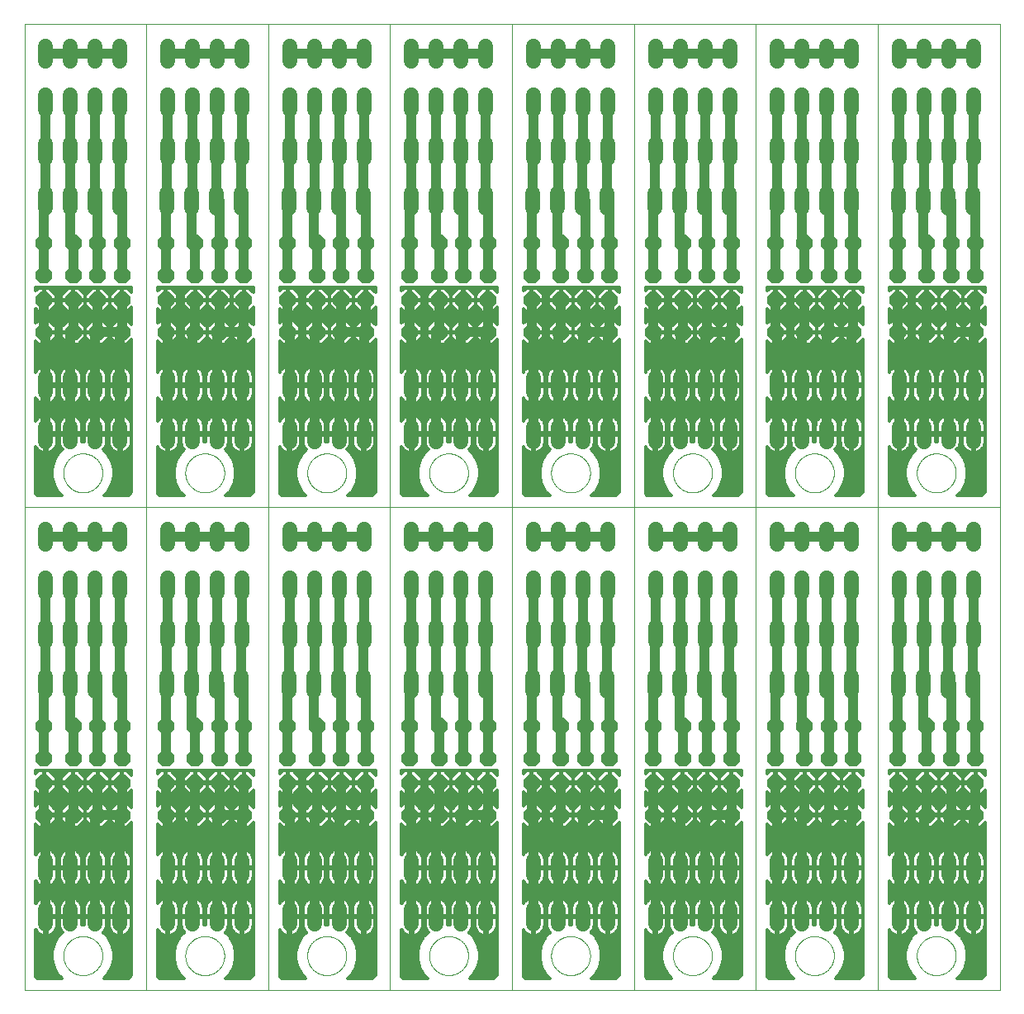
<source format=gtl>
G75*
%MOIN*%
%OFA0B0*%
%FSLAX25Y25*%
%IPPOS*%
%LPD*%
%AMOC8*
5,1,8,0,0,1.08239X$1,22.5*
%
%ADD10C,0.00000*%
%ADD11OC8,0.06600*%
%ADD12C,0.06000*%
%ADD13C,0.04000*%
%ADD14C,0.01200*%
D10*
X0001500Y0001500D02*
X0099925Y0001500D01*
X0050713Y0001500D01*
X0050713Y0003469D01*
X0050713Y0196382D01*
X0050713Y0198350D01*
X0050713Y0391264D01*
X0097957Y0391264D01*
X0099925Y0391264D02*
X0099925Y0198350D01*
X0099925Y0194413D01*
X0099925Y0005437D01*
X0099925Y0001500D01*
X0149138Y0001500D01*
X0149138Y0003469D01*
X0149138Y0196382D01*
X0149138Y0198350D01*
X0149138Y0391264D01*
X0196382Y0391264D01*
X0198350Y0391264D02*
X0198350Y0198350D01*
X0198350Y0194413D01*
X0198350Y0196382D01*
X0245594Y0196382D01*
X0247563Y0196382D02*
X0247563Y0198350D01*
X0247563Y0391264D01*
X0294807Y0391264D01*
X0296776Y0391264D02*
X0296776Y0198350D01*
X0296776Y0194413D01*
X0296776Y0005437D01*
X0296776Y0001500D01*
X0247563Y0001500D01*
X0247563Y0003469D01*
X0247563Y0196382D01*
X0149138Y0196382D01*
X0001500Y0196382D01*
X0001500Y0198350D01*
X0001500Y0391264D01*
X0391264Y0391264D01*
X0395201Y0391264D01*
X0395201Y0196382D01*
X0247563Y0196382D01*
X0294807Y0196382D01*
X0296776Y0196382D02*
X0296776Y0194413D01*
X0296776Y0196382D02*
X0344020Y0196382D01*
X0345988Y0196382D02*
X0345988Y0194413D01*
X0345988Y0198350D01*
X0345988Y0391264D01*
X0391264Y0391264D01*
X0393232Y0391264D01*
X0344020Y0391264D02*
X0296776Y0391264D01*
X0245594Y0391264D02*
X0198350Y0391264D01*
X0147169Y0391264D02*
X0099925Y0391264D01*
X0048744Y0391264D02*
X0001500Y0391264D01*
X0001500Y0198350D01*
X0001500Y0194413D01*
X0001500Y0196382D01*
X0050713Y0196382D01*
X0149138Y0196382D01*
X0196382Y0196382D01*
X0198350Y0194413D02*
X0198350Y0005437D01*
X0198350Y0001500D01*
X0149138Y0001500D01*
X0164886Y0015280D02*
X0164888Y0015473D01*
X0164895Y0015666D01*
X0164907Y0015859D01*
X0164924Y0016052D01*
X0164945Y0016244D01*
X0164971Y0016435D01*
X0165002Y0016626D01*
X0165037Y0016816D01*
X0165077Y0017005D01*
X0165122Y0017193D01*
X0165171Y0017380D01*
X0165225Y0017566D01*
X0165283Y0017750D01*
X0165346Y0017933D01*
X0165414Y0018114D01*
X0165485Y0018293D01*
X0165562Y0018471D01*
X0165642Y0018647D01*
X0165727Y0018820D01*
X0165816Y0018992D01*
X0165909Y0019161D01*
X0166006Y0019328D01*
X0166108Y0019493D01*
X0166213Y0019655D01*
X0166322Y0019814D01*
X0166436Y0019971D01*
X0166553Y0020124D01*
X0166673Y0020275D01*
X0166798Y0020423D01*
X0166926Y0020568D01*
X0167057Y0020709D01*
X0167192Y0020848D01*
X0167331Y0020983D01*
X0167472Y0021114D01*
X0167617Y0021242D01*
X0167765Y0021367D01*
X0167916Y0021487D01*
X0168069Y0021604D01*
X0168226Y0021718D01*
X0168385Y0021827D01*
X0168547Y0021932D01*
X0168712Y0022034D01*
X0168879Y0022131D01*
X0169048Y0022224D01*
X0169220Y0022313D01*
X0169393Y0022398D01*
X0169569Y0022478D01*
X0169747Y0022555D01*
X0169926Y0022626D01*
X0170107Y0022694D01*
X0170290Y0022757D01*
X0170474Y0022815D01*
X0170660Y0022869D01*
X0170847Y0022918D01*
X0171035Y0022963D01*
X0171224Y0023003D01*
X0171414Y0023038D01*
X0171605Y0023069D01*
X0171796Y0023095D01*
X0171988Y0023116D01*
X0172181Y0023133D01*
X0172374Y0023145D01*
X0172567Y0023152D01*
X0172760Y0023154D01*
X0172953Y0023152D01*
X0173146Y0023145D01*
X0173339Y0023133D01*
X0173532Y0023116D01*
X0173724Y0023095D01*
X0173915Y0023069D01*
X0174106Y0023038D01*
X0174296Y0023003D01*
X0174485Y0022963D01*
X0174673Y0022918D01*
X0174860Y0022869D01*
X0175046Y0022815D01*
X0175230Y0022757D01*
X0175413Y0022694D01*
X0175594Y0022626D01*
X0175773Y0022555D01*
X0175951Y0022478D01*
X0176127Y0022398D01*
X0176300Y0022313D01*
X0176472Y0022224D01*
X0176641Y0022131D01*
X0176808Y0022034D01*
X0176973Y0021932D01*
X0177135Y0021827D01*
X0177294Y0021718D01*
X0177451Y0021604D01*
X0177604Y0021487D01*
X0177755Y0021367D01*
X0177903Y0021242D01*
X0178048Y0021114D01*
X0178189Y0020983D01*
X0178328Y0020848D01*
X0178463Y0020709D01*
X0178594Y0020568D01*
X0178722Y0020423D01*
X0178847Y0020275D01*
X0178967Y0020124D01*
X0179084Y0019971D01*
X0179198Y0019814D01*
X0179307Y0019655D01*
X0179412Y0019493D01*
X0179514Y0019328D01*
X0179611Y0019161D01*
X0179704Y0018992D01*
X0179793Y0018820D01*
X0179878Y0018647D01*
X0179958Y0018471D01*
X0180035Y0018293D01*
X0180106Y0018114D01*
X0180174Y0017933D01*
X0180237Y0017750D01*
X0180295Y0017566D01*
X0180349Y0017380D01*
X0180398Y0017193D01*
X0180443Y0017005D01*
X0180483Y0016816D01*
X0180518Y0016626D01*
X0180549Y0016435D01*
X0180575Y0016244D01*
X0180596Y0016052D01*
X0180613Y0015859D01*
X0180625Y0015666D01*
X0180632Y0015473D01*
X0180634Y0015280D01*
X0180632Y0015087D01*
X0180625Y0014894D01*
X0180613Y0014701D01*
X0180596Y0014508D01*
X0180575Y0014316D01*
X0180549Y0014125D01*
X0180518Y0013934D01*
X0180483Y0013744D01*
X0180443Y0013555D01*
X0180398Y0013367D01*
X0180349Y0013180D01*
X0180295Y0012994D01*
X0180237Y0012810D01*
X0180174Y0012627D01*
X0180106Y0012446D01*
X0180035Y0012267D01*
X0179958Y0012089D01*
X0179878Y0011913D01*
X0179793Y0011740D01*
X0179704Y0011568D01*
X0179611Y0011399D01*
X0179514Y0011232D01*
X0179412Y0011067D01*
X0179307Y0010905D01*
X0179198Y0010746D01*
X0179084Y0010589D01*
X0178967Y0010436D01*
X0178847Y0010285D01*
X0178722Y0010137D01*
X0178594Y0009992D01*
X0178463Y0009851D01*
X0178328Y0009712D01*
X0178189Y0009577D01*
X0178048Y0009446D01*
X0177903Y0009318D01*
X0177755Y0009193D01*
X0177604Y0009073D01*
X0177451Y0008956D01*
X0177294Y0008842D01*
X0177135Y0008733D01*
X0176973Y0008628D01*
X0176808Y0008526D01*
X0176641Y0008429D01*
X0176472Y0008336D01*
X0176300Y0008247D01*
X0176127Y0008162D01*
X0175951Y0008082D01*
X0175773Y0008005D01*
X0175594Y0007934D01*
X0175413Y0007866D01*
X0175230Y0007803D01*
X0175046Y0007745D01*
X0174860Y0007691D01*
X0174673Y0007642D01*
X0174485Y0007597D01*
X0174296Y0007557D01*
X0174106Y0007522D01*
X0173915Y0007491D01*
X0173724Y0007465D01*
X0173532Y0007444D01*
X0173339Y0007427D01*
X0173146Y0007415D01*
X0172953Y0007408D01*
X0172760Y0007406D01*
X0172567Y0007408D01*
X0172374Y0007415D01*
X0172181Y0007427D01*
X0171988Y0007444D01*
X0171796Y0007465D01*
X0171605Y0007491D01*
X0171414Y0007522D01*
X0171224Y0007557D01*
X0171035Y0007597D01*
X0170847Y0007642D01*
X0170660Y0007691D01*
X0170474Y0007745D01*
X0170290Y0007803D01*
X0170107Y0007866D01*
X0169926Y0007934D01*
X0169747Y0008005D01*
X0169569Y0008082D01*
X0169393Y0008162D01*
X0169220Y0008247D01*
X0169048Y0008336D01*
X0168879Y0008429D01*
X0168712Y0008526D01*
X0168547Y0008628D01*
X0168385Y0008733D01*
X0168226Y0008842D01*
X0168069Y0008956D01*
X0167916Y0009073D01*
X0167765Y0009193D01*
X0167617Y0009318D01*
X0167472Y0009446D01*
X0167331Y0009577D01*
X0167192Y0009712D01*
X0167057Y0009851D01*
X0166926Y0009992D01*
X0166798Y0010137D01*
X0166673Y0010285D01*
X0166553Y0010436D01*
X0166436Y0010589D01*
X0166322Y0010746D01*
X0166213Y0010905D01*
X0166108Y0011067D01*
X0166006Y0011232D01*
X0165909Y0011399D01*
X0165816Y0011568D01*
X0165727Y0011740D01*
X0165642Y0011913D01*
X0165562Y0012089D01*
X0165485Y0012267D01*
X0165414Y0012446D01*
X0165346Y0012627D01*
X0165283Y0012810D01*
X0165225Y0012994D01*
X0165171Y0013180D01*
X0165122Y0013367D01*
X0165077Y0013555D01*
X0165037Y0013744D01*
X0165002Y0013934D01*
X0164971Y0014125D01*
X0164945Y0014316D01*
X0164924Y0014508D01*
X0164907Y0014701D01*
X0164895Y0014894D01*
X0164888Y0015087D01*
X0164886Y0015280D01*
X0198350Y0005437D02*
X0198350Y0003469D01*
X0198350Y0001500D02*
X0247563Y0001500D01*
X0263311Y0015280D02*
X0263313Y0015473D01*
X0263320Y0015666D01*
X0263332Y0015859D01*
X0263349Y0016052D01*
X0263370Y0016244D01*
X0263396Y0016435D01*
X0263427Y0016626D01*
X0263462Y0016816D01*
X0263502Y0017005D01*
X0263547Y0017193D01*
X0263596Y0017380D01*
X0263650Y0017566D01*
X0263708Y0017750D01*
X0263771Y0017933D01*
X0263839Y0018114D01*
X0263910Y0018293D01*
X0263987Y0018471D01*
X0264067Y0018647D01*
X0264152Y0018820D01*
X0264241Y0018992D01*
X0264334Y0019161D01*
X0264431Y0019328D01*
X0264533Y0019493D01*
X0264638Y0019655D01*
X0264747Y0019814D01*
X0264861Y0019971D01*
X0264978Y0020124D01*
X0265098Y0020275D01*
X0265223Y0020423D01*
X0265351Y0020568D01*
X0265482Y0020709D01*
X0265617Y0020848D01*
X0265756Y0020983D01*
X0265897Y0021114D01*
X0266042Y0021242D01*
X0266190Y0021367D01*
X0266341Y0021487D01*
X0266494Y0021604D01*
X0266651Y0021718D01*
X0266810Y0021827D01*
X0266972Y0021932D01*
X0267137Y0022034D01*
X0267304Y0022131D01*
X0267473Y0022224D01*
X0267645Y0022313D01*
X0267818Y0022398D01*
X0267994Y0022478D01*
X0268172Y0022555D01*
X0268351Y0022626D01*
X0268532Y0022694D01*
X0268715Y0022757D01*
X0268899Y0022815D01*
X0269085Y0022869D01*
X0269272Y0022918D01*
X0269460Y0022963D01*
X0269649Y0023003D01*
X0269839Y0023038D01*
X0270030Y0023069D01*
X0270221Y0023095D01*
X0270413Y0023116D01*
X0270606Y0023133D01*
X0270799Y0023145D01*
X0270992Y0023152D01*
X0271185Y0023154D01*
X0271378Y0023152D01*
X0271571Y0023145D01*
X0271764Y0023133D01*
X0271957Y0023116D01*
X0272149Y0023095D01*
X0272340Y0023069D01*
X0272531Y0023038D01*
X0272721Y0023003D01*
X0272910Y0022963D01*
X0273098Y0022918D01*
X0273285Y0022869D01*
X0273471Y0022815D01*
X0273655Y0022757D01*
X0273838Y0022694D01*
X0274019Y0022626D01*
X0274198Y0022555D01*
X0274376Y0022478D01*
X0274552Y0022398D01*
X0274725Y0022313D01*
X0274897Y0022224D01*
X0275066Y0022131D01*
X0275233Y0022034D01*
X0275398Y0021932D01*
X0275560Y0021827D01*
X0275719Y0021718D01*
X0275876Y0021604D01*
X0276029Y0021487D01*
X0276180Y0021367D01*
X0276328Y0021242D01*
X0276473Y0021114D01*
X0276614Y0020983D01*
X0276753Y0020848D01*
X0276888Y0020709D01*
X0277019Y0020568D01*
X0277147Y0020423D01*
X0277272Y0020275D01*
X0277392Y0020124D01*
X0277509Y0019971D01*
X0277623Y0019814D01*
X0277732Y0019655D01*
X0277837Y0019493D01*
X0277939Y0019328D01*
X0278036Y0019161D01*
X0278129Y0018992D01*
X0278218Y0018820D01*
X0278303Y0018647D01*
X0278383Y0018471D01*
X0278460Y0018293D01*
X0278531Y0018114D01*
X0278599Y0017933D01*
X0278662Y0017750D01*
X0278720Y0017566D01*
X0278774Y0017380D01*
X0278823Y0017193D01*
X0278868Y0017005D01*
X0278908Y0016816D01*
X0278943Y0016626D01*
X0278974Y0016435D01*
X0279000Y0016244D01*
X0279021Y0016052D01*
X0279038Y0015859D01*
X0279050Y0015666D01*
X0279057Y0015473D01*
X0279059Y0015280D01*
X0279057Y0015087D01*
X0279050Y0014894D01*
X0279038Y0014701D01*
X0279021Y0014508D01*
X0279000Y0014316D01*
X0278974Y0014125D01*
X0278943Y0013934D01*
X0278908Y0013744D01*
X0278868Y0013555D01*
X0278823Y0013367D01*
X0278774Y0013180D01*
X0278720Y0012994D01*
X0278662Y0012810D01*
X0278599Y0012627D01*
X0278531Y0012446D01*
X0278460Y0012267D01*
X0278383Y0012089D01*
X0278303Y0011913D01*
X0278218Y0011740D01*
X0278129Y0011568D01*
X0278036Y0011399D01*
X0277939Y0011232D01*
X0277837Y0011067D01*
X0277732Y0010905D01*
X0277623Y0010746D01*
X0277509Y0010589D01*
X0277392Y0010436D01*
X0277272Y0010285D01*
X0277147Y0010137D01*
X0277019Y0009992D01*
X0276888Y0009851D01*
X0276753Y0009712D01*
X0276614Y0009577D01*
X0276473Y0009446D01*
X0276328Y0009318D01*
X0276180Y0009193D01*
X0276029Y0009073D01*
X0275876Y0008956D01*
X0275719Y0008842D01*
X0275560Y0008733D01*
X0275398Y0008628D01*
X0275233Y0008526D01*
X0275066Y0008429D01*
X0274897Y0008336D01*
X0274725Y0008247D01*
X0274552Y0008162D01*
X0274376Y0008082D01*
X0274198Y0008005D01*
X0274019Y0007934D01*
X0273838Y0007866D01*
X0273655Y0007803D01*
X0273471Y0007745D01*
X0273285Y0007691D01*
X0273098Y0007642D01*
X0272910Y0007597D01*
X0272721Y0007557D01*
X0272531Y0007522D01*
X0272340Y0007491D01*
X0272149Y0007465D01*
X0271957Y0007444D01*
X0271764Y0007427D01*
X0271571Y0007415D01*
X0271378Y0007408D01*
X0271185Y0007406D01*
X0270992Y0007408D01*
X0270799Y0007415D01*
X0270606Y0007427D01*
X0270413Y0007444D01*
X0270221Y0007465D01*
X0270030Y0007491D01*
X0269839Y0007522D01*
X0269649Y0007557D01*
X0269460Y0007597D01*
X0269272Y0007642D01*
X0269085Y0007691D01*
X0268899Y0007745D01*
X0268715Y0007803D01*
X0268532Y0007866D01*
X0268351Y0007934D01*
X0268172Y0008005D01*
X0267994Y0008082D01*
X0267818Y0008162D01*
X0267645Y0008247D01*
X0267473Y0008336D01*
X0267304Y0008429D01*
X0267137Y0008526D01*
X0266972Y0008628D01*
X0266810Y0008733D01*
X0266651Y0008842D01*
X0266494Y0008956D01*
X0266341Y0009073D01*
X0266190Y0009193D01*
X0266042Y0009318D01*
X0265897Y0009446D01*
X0265756Y0009577D01*
X0265617Y0009712D01*
X0265482Y0009851D01*
X0265351Y0009992D01*
X0265223Y0010137D01*
X0265098Y0010285D01*
X0264978Y0010436D01*
X0264861Y0010589D01*
X0264747Y0010746D01*
X0264638Y0010905D01*
X0264533Y0011067D01*
X0264431Y0011232D01*
X0264334Y0011399D01*
X0264241Y0011568D01*
X0264152Y0011740D01*
X0264067Y0011913D01*
X0263987Y0012089D01*
X0263910Y0012267D01*
X0263839Y0012446D01*
X0263771Y0012627D01*
X0263708Y0012810D01*
X0263650Y0012994D01*
X0263596Y0013180D01*
X0263547Y0013367D01*
X0263502Y0013555D01*
X0263462Y0013744D01*
X0263427Y0013934D01*
X0263396Y0014125D01*
X0263370Y0014316D01*
X0263349Y0014508D01*
X0263332Y0014701D01*
X0263320Y0014894D01*
X0263313Y0015087D01*
X0263311Y0015280D01*
X0296776Y0005437D02*
X0296776Y0003469D01*
X0296776Y0001500D02*
X0345988Y0001500D01*
X0345988Y0003469D01*
X0345988Y0194413D01*
X0345988Y0196382D02*
X0393232Y0196382D01*
X0395201Y0196382D02*
X0395201Y0001500D01*
X0345988Y0001500D01*
X0361736Y0015280D02*
X0361738Y0015473D01*
X0361745Y0015666D01*
X0361757Y0015859D01*
X0361774Y0016052D01*
X0361795Y0016244D01*
X0361821Y0016435D01*
X0361852Y0016626D01*
X0361887Y0016816D01*
X0361927Y0017005D01*
X0361972Y0017193D01*
X0362021Y0017380D01*
X0362075Y0017566D01*
X0362133Y0017750D01*
X0362196Y0017933D01*
X0362264Y0018114D01*
X0362335Y0018293D01*
X0362412Y0018471D01*
X0362492Y0018647D01*
X0362577Y0018820D01*
X0362666Y0018992D01*
X0362759Y0019161D01*
X0362856Y0019328D01*
X0362958Y0019493D01*
X0363063Y0019655D01*
X0363172Y0019814D01*
X0363286Y0019971D01*
X0363403Y0020124D01*
X0363523Y0020275D01*
X0363648Y0020423D01*
X0363776Y0020568D01*
X0363907Y0020709D01*
X0364042Y0020848D01*
X0364181Y0020983D01*
X0364322Y0021114D01*
X0364467Y0021242D01*
X0364615Y0021367D01*
X0364766Y0021487D01*
X0364919Y0021604D01*
X0365076Y0021718D01*
X0365235Y0021827D01*
X0365397Y0021932D01*
X0365562Y0022034D01*
X0365729Y0022131D01*
X0365898Y0022224D01*
X0366070Y0022313D01*
X0366243Y0022398D01*
X0366419Y0022478D01*
X0366597Y0022555D01*
X0366776Y0022626D01*
X0366957Y0022694D01*
X0367140Y0022757D01*
X0367324Y0022815D01*
X0367510Y0022869D01*
X0367697Y0022918D01*
X0367885Y0022963D01*
X0368074Y0023003D01*
X0368264Y0023038D01*
X0368455Y0023069D01*
X0368646Y0023095D01*
X0368838Y0023116D01*
X0369031Y0023133D01*
X0369224Y0023145D01*
X0369417Y0023152D01*
X0369610Y0023154D01*
X0369803Y0023152D01*
X0369996Y0023145D01*
X0370189Y0023133D01*
X0370382Y0023116D01*
X0370574Y0023095D01*
X0370765Y0023069D01*
X0370956Y0023038D01*
X0371146Y0023003D01*
X0371335Y0022963D01*
X0371523Y0022918D01*
X0371710Y0022869D01*
X0371896Y0022815D01*
X0372080Y0022757D01*
X0372263Y0022694D01*
X0372444Y0022626D01*
X0372623Y0022555D01*
X0372801Y0022478D01*
X0372977Y0022398D01*
X0373150Y0022313D01*
X0373322Y0022224D01*
X0373491Y0022131D01*
X0373658Y0022034D01*
X0373823Y0021932D01*
X0373985Y0021827D01*
X0374144Y0021718D01*
X0374301Y0021604D01*
X0374454Y0021487D01*
X0374605Y0021367D01*
X0374753Y0021242D01*
X0374898Y0021114D01*
X0375039Y0020983D01*
X0375178Y0020848D01*
X0375313Y0020709D01*
X0375444Y0020568D01*
X0375572Y0020423D01*
X0375697Y0020275D01*
X0375817Y0020124D01*
X0375934Y0019971D01*
X0376048Y0019814D01*
X0376157Y0019655D01*
X0376262Y0019493D01*
X0376364Y0019328D01*
X0376461Y0019161D01*
X0376554Y0018992D01*
X0376643Y0018820D01*
X0376728Y0018647D01*
X0376808Y0018471D01*
X0376885Y0018293D01*
X0376956Y0018114D01*
X0377024Y0017933D01*
X0377087Y0017750D01*
X0377145Y0017566D01*
X0377199Y0017380D01*
X0377248Y0017193D01*
X0377293Y0017005D01*
X0377333Y0016816D01*
X0377368Y0016626D01*
X0377399Y0016435D01*
X0377425Y0016244D01*
X0377446Y0016052D01*
X0377463Y0015859D01*
X0377475Y0015666D01*
X0377482Y0015473D01*
X0377484Y0015280D01*
X0377482Y0015087D01*
X0377475Y0014894D01*
X0377463Y0014701D01*
X0377446Y0014508D01*
X0377425Y0014316D01*
X0377399Y0014125D01*
X0377368Y0013934D01*
X0377333Y0013744D01*
X0377293Y0013555D01*
X0377248Y0013367D01*
X0377199Y0013180D01*
X0377145Y0012994D01*
X0377087Y0012810D01*
X0377024Y0012627D01*
X0376956Y0012446D01*
X0376885Y0012267D01*
X0376808Y0012089D01*
X0376728Y0011913D01*
X0376643Y0011740D01*
X0376554Y0011568D01*
X0376461Y0011399D01*
X0376364Y0011232D01*
X0376262Y0011067D01*
X0376157Y0010905D01*
X0376048Y0010746D01*
X0375934Y0010589D01*
X0375817Y0010436D01*
X0375697Y0010285D01*
X0375572Y0010137D01*
X0375444Y0009992D01*
X0375313Y0009851D01*
X0375178Y0009712D01*
X0375039Y0009577D01*
X0374898Y0009446D01*
X0374753Y0009318D01*
X0374605Y0009193D01*
X0374454Y0009073D01*
X0374301Y0008956D01*
X0374144Y0008842D01*
X0373985Y0008733D01*
X0373823Y0008628D01*
X0373658Y0008526D01*
X0373491Y0008429D01*
X0373322Y0008336D01*
X0373150Y0008247D01*
X0372977Y0008162D01*
X0372801Y0008082D01*
X0372623Y0008005D01*
X0372444Y0007934D01*
X0372263Y0007866D01*
X0372080Y0007803D01*
X0371896Y0007745D01*
X0371710Y0007691D01*
X0371523Y0007642D01*
X0371335Y0007597D01*
X0371146Y0007557D01*
X0370956Y0007522D01*
X0370765Y0007491D01*
X0370574Y0007465D01*
X0370382Y0007444D01*
X0370189Y0007427D01*
X0369996Y0007415D01*
X0369803Y0007408D01*
X0369610Y0007406D01*
X0369417Y0007408D01*
X0369224Y0007415D01*
X0369031Y0007427D01*
X0368838Y0007444D01*
X0368646Y0007465D01*
X0368455Y0007491D01*
X0368264Y0007522D01*
X0368074Y0007557D01*
X0367885Y0007597D01*
X0367697Y0007642D01*
X0367510Y0007691D01*
X0367324Y0007745D01*
X0367140Y0007803D01*
X0366957Y0007866D01*
X0366776Y0007934D01*
X0366597Y0008005D01*
X0366419Y0008082D01*
X0366243Y0008162D01*
X0366070Y0008247D01*
X0365898Y0008336D01*
X0365729Y0008429D01*
X0365562Y0008526D01*
X0365397Y0008628D01*
X0365235Y0008733D01*
X0365076Y0008842D01*
X0364919Y0008956D01*
X0364766Y0009073D01*
X0364615Y0009193D01*
X0364467Y0009318D01*
X0364322Y0009446D01*
X0364181Y0009577D01*
X0364042Y0009712D01*
X0363907Y0009851D01*
X0363776Y0009992D01*
X0363648Y0010137D01*
X0363523Y0010285D01*
X0363403Y0010436D01*
X0363286Y0010589D01*
X0363172Y0010746D01*
X0363063Y0010905D01*
X0362958Y0011067D01*
X0362856Y0011232D01*
X0362759Y0011399D01*
X0362666Y0011568D01*
X0362577Y0011740D01*
X0362492Y0011913D01*
X0362412Y0012089D01*
X0362335Y0012267D01*
X0362264Y0012446D01*
X0362196Y0012627D01*
X0362133Y0012810D01*
X0362075Y0012994D01*
X0362021Y0013180D01*
X0361972Y0013367D01*
X0361927Y0013555D01*
X0361887Y0013744D01*
X0361852Y0013934D01*
X0361821Y0014125D01*
X0361795Y0014316D01*
X0361774Y0014508D01*
X0361757Y0014701D01*
X0361745Y0014894D01*
X0361738Y0015087D01*
X0361736Y0015280D01*
X0312524Y0015280D02*
X0312526Y0015473D01*
X0312533Y0015666D01*
X0312545Y0015859D01*
X0312562Y0016052D01*
X0312583Y0016244D01*
X0312609Y0016435D01*
X0312640Y0016626D01*
X0312675Y0016816D01*
X0312715Y0017005D01*
X0312760Y0017193D01*
X0312809Y0017380D01*
X0312863Y0017566D01*
X0312921Y0017750D01*
X0312984Y0017933D01*
X0313052Y0018114D01*
X0313123Y0018293D01*
X0313200Y0018471D01*
X0313280Y0018647D01*
X0313365Y0018820D01*
X0313454Y0018992D01*
X0313547Y0019161D01*
X0313644Y0019328D01*
X0313746Y0019493D01*
X0313851Y0019655D01*
X0313960Y0019814D01*
X0314074Y0019971D01*
X0314191Y0020124D01*
X0314311Y0020275D01*
X0314436Y0020423D01*
X0314564Y0020568D01*
X0314695Y0020709D01*
X0314830Y0020848D01*
X0314969Y0020983D01*
X0315110Y0021114D01*
X0315255Y0021242D01*
X0315403Y0021367D01*
X0315554Y0021487D01*
X0315707Y0021604D01*
X0315864Y0021718D01*
X0316023Y0021827D01*
X0316185Y0021932D01*
X0316350Y0022034D01*
X0316517Y0022131D01*
X0316686Y0022224D01*
X0316858Y0022313D01*
X0317031Y0022398D01*
X0317207Y0022478D01*
X0317385Y0022555D01*
X0317564Y0022626D01*
X0317745Y0022694D01*
X0317928Y0022757D01*
X0318112Y0022815D01*
X0318298Y0022869D01*
X0318485Y0022918D01*
X0318673Y0022963D01*
X0318862Y0023003D01*
X0319052Y0023038D01*
X0319243Y0023069D01*
X0319434Y0023095D01*
X0319626Y0023116D01*
X0319819Y0023133D01*
X0320012Y0023145D01*
X0320205Y0023152D01*
X0320398Y0023154D01*
X0320591Y0023152D01*
X0320784Y0023145D01*
X0320977Y0023133D01*
X0321170Y0023116D01*
X0321362Y0023095D01*
X0321553Y0023069D01*
X0321744Y0023038D01*
X0321934Y0023003D01*
X0322123Y0022963D01*
X0322311Y0022918D01*
X0322498Y0022869D01*
X0322684Y0022815D01*
X0322868Y0022757D01*
X0323051Y0022694D01*
X0323232Y0022626D01*
X0323411Y0022555D01*
X0323589Y0022478D01*
X0323765Y0022398D01*
X0323938Y0022313D01*
X0324110Y0022224D01*
X0324279Y0022131D01*
X0324446Y0022034D01*
X0324611Y0021932D01*
X0324773Y0021827D01*
X0324932Y0021718D01*
X0325089Y0021604D01*
X0325242Y0021487D01*
X0325393Y0021367D01*
X0325541Y0021242D01*
X0325686Y0021114D01*
X0325827Y0020983D01*
X0325966Y0020848D01*
X0326101Y0020709D01*
X0326232Y0020568D01*
X0326360Y0020423D01*
X0326485Y0020275D01*
X0326605Y0020124D01*
X0326722Y0019971D01*
X0326836Y0019814D01*
X0326945Y0019655D01*
X0327050Y0019493D01*
X0327152Y0019328D01*
X0327249Y0019161D01*
X0327342Y0018992D01*
X0327431Y0018820D01*
X0327516Y0018647D01*
X0327596Y0018471D01*
X0327673Y0018293D01*
X0327744Y0018114D01*
X0327812Y0017933D01*
X0327875Y0017750D01*
X0327933Y0017566D01*
X0327987Y0017380D01*
X0328036Y0017193D01*
X0328081Y0017005D01*
X0328121Y0016816D01*
X0328156Y0016626D01*
X0328187Y0016435D01*
X0328213Y0016244D01*
X0328234Y0016052D01*
X0328251Y0015859D01*
X0328263Y0015666D01*
X0328270Y0015473D01*
X0328272Y0015280D01*
X0328270Y0015087D01*
X0328263Y0014894D01*
X0328251Y0014701D01*
X0328234Y0014508D01*
X0328213Y0014316D01*
X0328187Y0014125D01*
X0328156Y0013934D01*
X0328121Y0013744D01*
X0328081Y0013555D01*
X0328036Y0013367D01*
X0327987Y0013180D01*
X0327933Y0012994D01*
X0327875Y0012810D01*
X0327812Y0012627D01*
X0327744Y0012446D01*
X0327673Y0012267D01*
X0327596Y0012089D01*
X0327516Y0011913D01*
X0327431Y0011740D01*
X0327342Y0011568D01*
X0327249Y0011399D01*
X0327152Y0011232D01*
X0327050Y0011067D01*
X0326945Y0010905D01*
X0326836Y0010746D01*
X0326722Y0010589D01*
X0326605Y0010436D01*
X0326485Y0010285D01*
X0326360Y0010137D01*
X0326232Y0009992D01*
X0326101Y0009851D01*
X0325966Y0009712D01*
X0325827Y0009577D01*
X0325686Y0009446D01*
X0325541Y0009318D01*
X0325393Y0009193D01*
X0325242Y0009073D01*
X0325089Y0008956D01*
X0324932Y0008842D01*
X0324773Y0008733D01*
X0324611Y0008628D01*
X0324446Y0008526D01*
X0324279Y0008429D01*
X0324110Y0008336D01*
X0323938Y0008247D01*
X0323765Y0008162D01*
X0323589Y0008082D01*
X0323411Y0008005D01*
X0323232Y0007934D01*
X0323051Y0007866D01*
X0322868Y0007803D01*
X0322684Y0007745D01*
X0322498Y0007691D01*
X0322311Y0007642D01*
X0322123Y0007597D01*
X0321934Y0007557D01*
X0321744Y0007522D01*
X0321553Y0007491D01*
X0321362Y0007465D01*
X0321170Y0007444D01*
X0320977Y0007427D01*
X0320784Y0007415D01*
X0320591Y0007408D01*
X0320398Y0007406D01*
X0320205Y0007408D01*
X0320012Y0007415D01*
X0319819Y0007427D01*
X0319626Y0007444D01*
X0319434Y0007465D01*
X0319243Y0007491D01*
X0319052Y0007522D01*
X0318862Y0007557D01*
X0318673Y0007597D01*
X0318485Y0007642D01*
X0318298Y0007691D01*
X0318112Y0007745D01*
X0317928Y0007803D01*
X0317745Y0007866D01*
X0317564Y0007934D01*
X0317385Y0008005D01*
X0317207Y0008082D01*
X0317031Y0008162D01*
X0316858Y0008247D01*
X0316686Y0008336D01*
X0316517Y0008429D01*
X0316350Y0008526D01*
X0316185Y0008628D01*
X0316023Y0008733D01*
X0315864Y0008842D01*
X0315707Y0008956D01*
X0315554Y0009073D01*
X0315403Y0009193D01*
X0315255Y0009318D01*
X0315110Y0009446D01*
X0314969Y0009577D01*
X0314830Y0009712D01*
X0314695Y0009851D01*
X0314564Y0009992D01*
X0314436Y0010137D01*
X0314311Y0010285D01*
X0314191Y0010436D01*
X0314074Y0010589D01*
X0313960Y0010746D01*
X0313851Y0010905D01*
X0313746Y0011067D01*
X0313644Y0011232D01*
X0313547Y0011399D01*
X0313454Y0011568D01*
X0313365Y0011740D01*
X0313280Y0011913D01*
X0313200Y0012089D01*
X0313123Y0012267D01*
X0313052Y0012446D01*
X0312984Y0012627D01*
X0312921Y0012810D01*
X0312863Y0012994D01*
X0312809Y0013180D01*
X0312760Y0013367D01*
X0312715Y0013555D01*
X0312675Y0013744D01*
X0312640Y0013934D01*
X0312609Y0014125D01*
X0312583Y0014316D01*
X0312562Y0014508D01*
X0312545Y0014701D01*
X0312533Y0014894D01*
X0312526Y0015087D01*
X0312524Y0015280D01*
X0214098Y0015280D02*
X0214100Y0015473D01*
X0214107Y0015666D01*
X0214119Y0015859D01*
X0214136Y0016052D01*
X0214157Y0016244D01*
X0214183Y0016435D01*
X0214214Y0016626D01*
X0214249Y0016816D01*
X0214289Y0017005D01*
X0214334Y0017193D01*
X0214383Y0017380D01*
X0214437Y0017566D01*
X0214495Y0017750D01*
X0214558Y0017933D01*
X0214626Y0018114D01*
X0214697Y0018293D01*
X0214774Y0018471D01*
X0214854Y0018647D01*
X0214939Y0018820D01*
X0215028Y0018992D01*
X0215121Y0019161D01*
X0215218Y0019328D01*
X0215320Y0019493D01*
X0215425Y0019655D01*
X0215534Y0019814D01*
X0215648Y0019971D01*
X0215765Y0020124D01*
X0215885Y0020275D01*
X0216010Y0020423D01*
X0216138Y0020568D01*
X0216269Y0020709D01*
X0216404Y0020848D01*
X0216543Y0020983D01*
X0216684Y0021114D01*
X0216829Y0021242D01*
X0216977Y0021367D01*
X0217128Y0021487D01*
X0217281Y0021604D01*
X0217438Y0021718D01*
X0217597Y0021827D01*
X0217759Y0021932D01*
X0217924Y0022034D01*
X0218091Y0022131D01*
X0218260Y0022224D01*
X0218432Y0022313D01*
X0218605Y0022398D01*
X0218781Y0022478D01*
X0218959Y0022555D01*
X0219138Y0022626D01*
X0219319Y0022694D01*
X0219502Y0022757D01*
X0219686Y0022815D01*
X0219872Y0022869D01*
X0220059Y0022918D01*
X0220247Y0022963D01*
X0220436Y0023003D01*
X0220626Y0023038D01*
X0220817Y0023069D01*
X0221008Y0023095D01*
X0221200Y0023116D01*
X0221393Y0023133D01*
X0221586Y0023145D01*
X0221779Y0023152D01*
X0221972Y0023154D01*
X0222165Y0023152D01*
X0222358Y0023145D01*
X0222551Y0023133D01*
X0222744Y0023116D01*
X0222936Y0023095D01*
X0223127Y0023069D01*
X0223318Y0023038D01*
X0223508Y0023003D01*
X0223697Y0022963D01*
X0223885Y0022918D01*
X0224072Y0022869D01*
X0224258Y0022815D01*
X0224442Y0022757D01*
X0224625Y0022694D01*
X0224806Y0022626D01*
X0224985Y0022555D01*
X0225163Y0022478D01*
X0225339Y0022398D01*
X0225512Y0022313D01*
X0225684Y0022224D01*
X0225853Y0022131D01*
X0226020Y0022034D01*
X0226185Y0021932D01*
X0226347Y0021827D01*
X0226506Y0021718D01*
X0226663Y0021604D01*
X0226816Y0021487D01*
X0226967Y0021367D01*
X0227115Y0021242D01*
X0227260Y0021114D01*
X0227401Y0020983D01*
X0227540Y0020848D01*
X0227675Y0020709D01*
X0227806Y0020568D01*
X0227934Y0020423D01*
X0228059Y0020275D01*
X0228179Y0020124D01*
X0228296Y0019971D01*
X0228410Y0019814D01*
X0228519Y0019655D01*
X0228624Y0019493D01*
X0228726Y0019328D01*
X0228823Y0019161D01*
X0228916Y0018992D01*
X0229005Y0018820D01*
X0229090Y0018647D01*
X0229170Y0018471D01*
X0229247Y0018293D01*
X0229318Y0018114D01*
X0229386Y0017933D01*
X0229449Y0017750D01*
X0229507Y0017566D01*
X0229561Y0017380D01*
X0229610Y0017193D01*
X0229655Y0017005D01*
X0229695Y0016816D01*
X0229730Y0016626D01*
X0229761Y0016435D01*
X0229787Y0016244D01*
X0229808Y0016052D01*
X0229825Y0015859D01*
X0229837Y0015666D01*
X0229844Y0015473D01*
X0229846Y0015280D01*
X0229844Y0015087D01*
X0229837Y0014894D01*
X0229825Y0014701D01*
X0229808Y0014508D01*
X0229787Y0014316D01*
X0229761Y0014125D01*
X0229730Y0013934D01*
X0229695Y0013744D01*
X0229655Y0013555D01*
X0229610Y0013367D01*
X0229561Y0013180D01*
X0229507Y0012994D01*
X0229449Y0012810D01*
X0229386Y0012627D01*
X0229318Y0012446D01*
X0229247Y0012267D01*
X0229170Y0012089D01*
X0229090Y0011913D01*
X0229005Y0011740D01*
X0228916Y0011568D01*
X0228823Y0011399D01*
X0228726Y0011232D01*
X0228624Y0011067D01*
X0228519Y0010905D01*
X0228410Y0010746D01*
X0228296Y0010589D01*
X0228179Y0010436D01*
X0228059Y0010285D01*
X0227934Y0010137D01*
X0227806Y0009992D01*
X0227675Y0009851D01*
X0227540Y0009712D01*
X0227401Y0009577D01*
X0227260Y0009446D01*
X0227115Y0009318D01*
X0226967Y0009193D01*
X0226816Y0009073D01*
X0226663Y0008956D01*
X0226506Y0008842D01*
X0226347Y0008733D01*
X0226185Y0008628D01*
X0226020Y0008526D01*
X0225853Y0008429D01*
X0225684Y0008336D01*
X0225512Y0008247D01*
X0225339Y0008162D01*
X0225163Y0008082D01*
X0224985Y0008005D01*
X0224806Y0007934D01*
X0224625Y0007866D01*
X0224442Y0007803D01*
X0224258Y0007745D01*
X0224072Y0007691D01*
X0223885Y0007642D01*
X0223697Y0007597D01*
X0223508Y0007557D01*
X0223318Y0007522D01*
X0223127Y0007491D01*
X0222936Y0007465D01*
X0222744Y0007444D01*
X0222551Y0007427D01*
X0222358Y0007415D01*
X0222165Y0007408D01*
X0221972Y0007406D01*
X0221779Y0007408D01*
X0221586Y0007415D01*
X0221393Y0007427D01*
X0221200Y0007444D01*
X0221008Y0007465D01*
X0220817Y0007491D01*
X0220626Y0007522D01*
X0220436Y0007557D01*
X0220247Y0007597D01*
X0220059Y0007642D01*
X0219872Y0007691D01*
X0219686Y0007745D01*
X0219502Y0007803D01*
X0219319Y0007866D01*
X0219138Y0007934D01*
X0218959Y0008005D01*
X0218781Y0008082D01*
X0218605Y0008162D01*
X0218432Y0008247D01*
X0218260Y0008336D01*
X0218091Y0008429D01*
X0217924Y0008526D01*
X0217759Y0008628D01*
X0217597Y0008733D01*
X0217438Y0008842D01*
X0217281Y0008956D01*
X0217128Y0009073D01*
X0216977Y0009193D01*
X0216829Y0009318D01*
X0216684Y0009446D01*
X0216543Y0009577D01*
X0216404Y0009712D01*
X0216269Y0009851D01*
X0216138Y0009992D01*
X0216010Y0010137D01*
X0215885Y0010285D01*
X0215765Y0010436D01*
X0215648Y0010589D01*
X0215534Y0010746D01*
X0215425Y0010905D01*
X0215320Y0011067D01*
X0215218Y0011232D01*
X0215121Y0011399D01*
X0215028Y0011568D01*
X0214939Y0011740D01*
X0214854Y0011913D01*
X0214774Y0012089D01*
X0214697Y0012267D01*
X0214626Y0012446D01*
X0214558Y0012627D01*
X0214495Y0012810D01*
X0214437Y0012994D01*
X0214383Y0013180D01*
X0214334Y0013367D01*
X0214289Y0013555D01*
X0214249Y0013744D01*
X0214214Y0013934D01*
X0214183Y0014125D01*
X0214157Y0014316D01*
X0214136Y0014508D01*
X0214119Y0014701D01*
X0214107Y0014894D01*
X0214100Y0015087D01*
X0214098Y0015280D01*
X0115673Y0015280D02*
X0115675Y0015473D01*
X0115682Y0015666D01*
X0115694Y0015859D01*
X0115711Y0016052D01*
X0115732Y0016244D01*
X0115758Y0016435D01*
X0115789Y0016626D01*
X0115824Y0016816D01*
X0115864Y0017005D01*
X0115909Y0017193D01*
X0115958Y0017380D01*
X0116012Y0017566D01*
X0116070Y0017750D01*
X0116133Y0017933D01*
X0116201Y0018114D01*
X0116272Y0018293D01*
X0116349Y0018471D01*
X0116429Y0018647D01*
X0116514Y0018820D01*
X0116603Y0018992D01*
X0116696Y0019161D01*
X0116793Y0019328D01*
X0116895Y0019493D01*
X0117000Y0019655D01*
X0117109Y0019814D01*
X0117223Y0019971D01*
X0117340Y0020124D01*
X0117460Y0020275D01*
X0117585Y0020423D01*
X0117713Y0020568D01*
X0117844Y0020709D01*
X0117979Y0020848D01*
X0118118Y0020983D01*
X0118259Y0021114D01*
X0118404Y0021242D01*
X0118552Y0021367D01*
X0118703Y0021487D01*
X0118856Y0021604D01*
X0119013Y0021718D01*
X0119172Y0021827D01*
X0119334Y0021932D01*
X0119499Y0022034D01*
X0119666Y0022131D01*
X0119835Y0022224D01*
X0120007Y0022313D01*
X0120180Y0022398D01*
X0120356Y0022478D01*
X0120534Y0022555D01*
X0120713Y0022626D01*
X0120894Y0022694D01*
X0121077Y0022757D01*
X0121261Y0022815D01*
X0121447Y0022869D01*
X0121634Y0022918D01*
X0121822Y0022963D01*
X0122011Y0023003D01*
X0122201Y0023038D01*
X0122392Y0023069D01*
X0122583Y0023095D01*
X0122775Y0023116D01*
X0122968Y0023133D01*
X0123161Y0023145D01*
X0123354Y0023152D01*
X0123547Y0023154D01*
X0123740Y0023152D01*
X0123933Y0023145D01*
X0124126Y0023133D01*
X0124319Y0023116D01*
X0124511Y0023095D01*
X0124702Y0023069D01*
X0124893Y0023038D01*
X0125083Y0023003D01*
X0125272Y0022963D01*
X0125460Y0022918D01*
X0125647Y0022869D01*
X0125833Y0022815D01*
X0126017Y0022757D01*
X0126200Y0022694D01*
X0126381Y0022626D01*
X0126560Y0022555D01*
X0126738Y0022478D01*
X0126914Y0022398D01*
X0127087Y0022313D01*
X0127259Y0022224D01*
X0127428Y0022131D01*
X0127595Y0022034D01*
X0127760Y0021932D01*
X0127922Y0021827D01*
X0128081Y0021718D01*
X0128238Y0021604D01*
X0128391Y0021487D01*
X0128542Y0021367D01*
X0128690Y0021242D01*
X0128835Y0021114D01*
X0128976Y0020983D01*
X0129115Y0020848D01*
X0129250Y0020709D01*
X0129381Y0020568D01*
X0129509Y0020423D01*
X0129634Y0020275D01*
X0129754Y0020124D01*
X0129871Y0019971D01*
X0129985Y0019814D01*
X0130094Y0019655D01*
X0130199Y0019493D01*
X0130301Y0019328D01*
X0130398Y0019161D01*
X0130491Y0018992D01*
X0130580Y0018820D01*
X0130665Y0018647D01*
X0130745Y0018471D01*
X0130822Y0018293D01*
X0130893Y0018114D01*
X0130961Y0017933D01*
X0131024Y0017750D01*
X0131082Y0017566D01*
X0131136Y0017380D01*
X0131185Y0017193D01*
X0131230Y0017005D01*
X0131270Y0016816D01*
X0131305Y0016626D01*
X0131336Y0016435D01*
X0131362Y0016244D01*
X0131383Y0016052D01*
X0131400Y0015859D01*
X0131412Y0015666D01*
X0131419Y0015473D01*
X0131421Y0015280D01*
X0131419Y0015087D01*
X0131412Y0014894D01*
X0131400Y0014701D01*
X0131383Y0014508D01*
X0131362Y0014316D01*
X0131336Y0014125D01*
X0131305Y0013934D01*
X0131270Y0013744D01*
X0131230Y0013555D01*
X0131185Y0013367D01*
X0131136Y0013180D01*
X0131082Y0012994D01*
X0131024Y0012810D01*
X0130961Y0012627D01*
X0130893Y0012446D01*
X0130822Y0012267D01*
X0130745Y0012089D01*
X0130665Y0011913D01*
X0130580Y0011740D01*
X0130491Y0011568D01*
X0130398Y0011399D01*
X0130301Y0011232D01*
X0130199Y0011067D01*
X0130094Y0010905D01*
X0129985Y0010746D01*
X0129871Y0010589D01*
X0129754Y0010436D01*
X0129634Y0010285D01*
X0129509Y0010137D01*
X0129381Y0009992D01*
X0129250Y0009851D01*
X0129115Y0009712D01*
X0128976Y0009577D01*
X0128835Y0009446D01*
X0128690Y0009318D01*
X0128542Y0009193D01*
X0128391Y0009073D01*
X0128238Y0008956D01*
X0128081Y0008842D01*
X0127922Y0008733D01*
X0127760Y0008628D01*
X0127595Y0008526D01*
X0127428Y0008429D01*
X0127259Y0008336D01*
X0127087Y0008247D01*
X0126914Y0008162D01*
X0126738Y0008082D01*
X0126560Y0008005D01*
X0126381Y0007934D01*
X0126200Y0007866D01*
X0126017Y0007803D01*
X0125833Y0007745D01*
X0125647Y0007691D01*
X0125460Y0007642D01*
X0125272Y0007597D01*
X0125083Y0007557D01*
X0124893Y0007522D01*
X0124702Y0007491D01*
X0124511Y0007465D01*
X0124319Y0007444D01*
X0124126Y0007427D01*
X0123933Y0007415D01*
X0123740Y0007408D01*
X0123547Y0007406D01*
X0123354Y0007408D01*
X0123161Y0007415D01*
X0122968Y0007427D01*
X0122775Y0007444D01*
X0122583Y0007465D01*
X0122392Y0007491D01*
X0122201Y0007522D01*
X0122011Y0007557D01*
X0121822Y0007597D01*
X0121634Y0007642D01*
X0121447Y0007691D01*
X0121261Y0007745D01*
X0121077Y0007803D01*
X0120894Y0007866D01*
X0120713Y0007934D01*
X0120534Y0008005D01*
X0120356Y0008082D01*
X0120180Y0008162D01*
X0120007Y0008247D01*
X0119835Y0008336D01*
X0119666Y0008429D01*
X0119499Y0008526D01*
X0119334Y0008628D01*
X0119172Y0008733D01*
X0119013Y0008842D01*
X0118856Y0008956D01*
X0118703Y0009073D01*
X0118552Y0009193D01*
X0118404Y0009318D01*
X0118259Y0009446D01*
X0118118Y0009577D01*
X0117979Y0009712D01*
X0117844Y0009851D01*
X0117713Y0009992D01*
X0117585Y0010137D01*
X0117460Y0010285D01*
X0117340Y0010436D01*
X0117223Y0010589D01*
X0117109Y0010746D01*
X0117000Y0010905D01*
X0116895Y0011067D01*
X0116793Y0011232D01*
X0116696Y0011399D01*
X0116603Y0011568D01*
X0116514Y0011740D01*
X0116429Y0011913D01*
X0116349Y0012089D01*
X0116272Y0012267D01*
X0116201Y0012446D01*
X0116133Y0012627D01*
X0116070Y0012810D01*
X0116012Y0012994D01*
X0115958Y0013180D01*
X0115909Y0013367D01*
X0115864Y0013555D01*
X0115824Y0013744D01*
X0115789Y0013934D01*
X0115758Y0014125D01*
X0115732Y0014316D01*
X0115711Y0014508D01*
X0115694Y0014701D01*
X0115682Y0014894D01*
X0115675Y0015087D01*
X0115673Y0015280D01*
X0099925Y0005437D02*
X0099925Y0003469D01*
X0066461Y0015280D02*
X0066463Y0015473D01*
X0066470Y0015666D01*
X0066482Y0015859D01*
X0066499Y0016052D01*
X0066520Y0016244D01*
X0066546Y0016435D01*
X0066577Y0016626D01*
X0066612Y0016816D01*
X0066652Y0017005D01*
X0066697Y0017193D01*
X0066746Y0017380D01*
X0066800Y0017566D01*
X0066858Y0017750D01*
X0066921Y0017933D01*
X0066989Y0018114D01*
X0067060Y0018293D01*
X0067137Y0018471D01*
X0067217Y0018647D01*
X0067302Y0018820D01*
X0067391Y0018992D01*
X0067484Y0019161D01*
X0067581Y0019328D01*
X0067683Y0019493D01*
X0067788Y0019655D01*
X0067897Y0019814D01*
X0068011Y0019971D01*
X0068128Y0020124D01*
X0068248Y0020275D01*
X0068373Y0020423D01*
X0068501Y0020568D01*
X0068632Y0020709D01*
X0068767Y0020848D01*
X0068906Y0020983D01*
X0069047Y0021114D01*
X0069192Y0021242D01*
X0069340Y0021367D01*
X0069491Y0021487D01*
X0069644Y0021604D01*
X0069801Y0021718D01*
X0069960Y0021827D01*
X0070122Y0021932D01*
X0070287Y0022034D01*
X0070454Y0022131D01*
X0070623Y0022224D01*
X0070795Y0022313D01*
X0070968Y0022398D01*
X0071144Y0022478D01*
X0071322Y0022555D01*
X0071501Y0022626D01*
X0071682Y0022694D01*
X0071865Y0022757D01*
X0072049Y0022815D01*
X0072235Y0022869D01*
X0072422Y0022918D01*
X0072610Y0022963D01*
X0072799Y0023003D01*
X0072989Y0023038D01*
X0073180Y0023069D01*
X0073371Y0023095D01*
X0073563Y0023116D01*
X0073756Y0023133D01*
X0073949Y0023145D01*
X0074142Y0023152D01*
X0074335Y0023154D01*
X0074528Y0023152D01*
X0074721Y0023145D01*
X0074914Y0023133D01*
X0075107Y0023116D01*
X0075299Y0023095D01*
X0075490Y0023069D01*
X0075681Y0023038D01*
X0075871Y0023003D01*
X0076060Y0022963D01*
X0076248Y0022918D01*
X0076435Y0022869D01*
X0076621Y0022815D01*
X0076805Y0022757D01*
X0076988Y0022694D01*
X0077169Y0022626D01*
X0077348Y0022555D01*
X0077526Y0022478D01*
X0077702Y0022398D01*
X0077875Y0022313D01*
X0078047Y0022224D01*
X0078216Y0022131D01*
X0078383Y0022034D01*
X0078548Y0021932D01*
X0078710Y0021827D01*
X0078869Y0021718D01*
X0079026Y0021604D01*
X0079179Y0021487D01*
X0079330Y0021367D01*
X0079478Y0021242D01*
X0079623Y0021114D01*
X0079764Y0020983D01*
X0079903Y0020848D01*
X0080038Y0020709D01*
X0080169Y0020568D01*
X0080297Y0020423D01*
X0080422Y0020275D01*
X0080542Y0020124D01*
X0080659Y0019971D01*
X0080773Y0019814D01*
X0080882Y0019655D01*
X0080987Y0019493D01*
X0081089Y0019328D01*
X0081186Y0019161D01*
X0081279Y0018992D01*
X0081368Y0018820D01*
X0081453Y0018647D01*
X0081533Y0018471D01*
X0081610Y0018293D01*
X0081681Y0018114D01*
X0081749Y0017933D01*
X0081812Y0017750D01*
X0081870Y0017566D01*
X0081924Y0017380D01*
X0081973Y0017193D01*
X0082018Y0017005D01*
X0082058Y0016816D01*
X0082093Y0016626D01*
X0082124Y0016435D01*
X0082150Y0016244D01*
X0082171Y0016052D01*
X0082188Y0015859D01*
X0082200Y0015666D01*
X0082207Y0015473D01*
X0082209Y0015280D01*
X0082207Y0015087D01*
X0082200Y0014894D01*
X0082188Y0014701D01*
X0082171Y0014508D01*
X0082150Y0014316D01*
X0082124Y0014125D01*
X0082093Y0013934D01*
X0082058Y0013744D01*
X0082018Y0013555D01*
X0081973Y0013367D01*
X0081924Y0013180D01*
X0081870Y0012994D01*
X0081812Y0012810D01*
X0081749Y0012627D01*
X0081681Y0012446D01*
X0081610Y0012267D01*
X0081533Y0012089D01*
X0081453Y0011913D01*
X0081368Y0011740D01*
X0081279Y0011568D01*
X0081186Y0011399D01*
X0081089Y0011232D01*
X0080987Y0011067D01*
X0080882Y0010905D01*
X0080773Y0010746D01*
X0080659Y0010589D01*
X0080542Y0010436D01*
X0080422Y0010285D01*
X0080297Y0010137D01*
X0080169Y0009992D01*
X0080038Y0009851D01*
X0079903Y0009712D01*
X0079764Y0009577D01*
X0079623Y0009446D01*
X0079478Y0009318D01*
X0079330Y0009193D01*
X0079179Y0009073D01*
X0079026Y0008956D01*
X0078869Y0008842D01*
X0078710Y0008733D01*
X0078548Y0008628D01*
X0078383Y0008526D01*
X0078216Y0008429D01*
X0078047Y0008336D01*
X0077875Y0008247D01*
X0077702Y0008162D01*
X0077526Y0008082D01*
X0077348Y0008005D01*
X0077169Y0007934D01*
X0076988Y0007866D01*
X0076805Y0007803D01*
X0076621Y0007745D01*
X0076435Y0007691D01*
X0076248Y0007642D01*
X0076060Y0007597D01*
X0075871Y0007557D01*
X0075681Y0007522D01*
X0075490Y0007491D01*
X0075299Y0007465D01*
X0075107Y0007444D01*
X0074914Y0007427D01*
X0074721Y0007415D01*
X0074528Y0007408D01*
X0074335Y0007406D01*
X0074142Y0007408D01*
X0073949Y0007415D01*
X0073756Y0007427D01*
X0073563Y0007444D01*
X0073371Y0007465D01*
X0073180Y0007491D01*
X0072989Y0007522D01*
X0072799Y0007557D01*
X0072610Y0007597D01*
X0072422Y0007642D01*
X0072235Y0007691D01*
X0072049Y0007745D01*
X0071865Y0007803D01*
X0071682Y0007866D01*
X0071501Y0007934D01*
X0071322Y0008005D01*
X0071144Y0008082D01*
X0070968Y0008162D01*
X0070795Y0008247D01*
X0070623Y0008336D01*
X0070454Y0008429D01*
X0070287Y0008526D01*
X0070122Y0008628D01*
X0069960Y0008733D01*
X0069801Y0008842D01*
X0069644Y0008956D01*
X0069491Y0009073D01*
X0069340Y0009193D01*
X0069192Y0009318D01*
X0069047Y0009446D01*
X0068906Y0009577D01*
X0068767Y0009712D01*
X0068632Y0009851D01*
X0068501Y0009992D01*
X0068373Y0010137D01*
X0068248Y0010285D01*
X0068128Y0010436D01*
X0068011Y0010589D01*
X0067897Y0010746D01*
X0067788Y0010905D01*
X0067683Y0011067D01*
X0067581Y0011232D01*
X0067484Y0011399D01*
X0067391Y0011568D01*
X0067302Y0011740D01*
X0067217Y0011913D01*
X0067137Y0012089D01*
X0067060Y0012267D01*
X0066989Y0012446D01*
X0066921Y0012627D01*
X0066858Y0012810D01*
X0066800Y0012994D01*
X0066746Y0013180D01*
X0066697Y0013367D01*
X0066652Y0013555D01*
X0066612Y0013744D01*
X0066577Y0013934D01*
X0066546Y0014125D01*
X0066520Y0014316D01*
X0066499Y0014508D01*
X0066482Y0014701D01*
X0066470Y0014894D01*
X0066463Y0015087D01*
X0066461Y0015280D01*
X0017248Y0015280D02*
X0017250Y0015473D01*
X0017257Y0015666D01*
X0017269Y0015859D01*
X0017286Y0016052D01*
X0017307Y0016244D01*
X0017333Y0016435D01*
X0017364Y0016626D01*
X0017399Y0016816D01*
X0017439Y0017005D01*
X0017484Y0017193D01*
X0017533Y0017380D01*
X0017587Y0017566D01*
X0017645Y0017750D01*
X0017708Y0017933D01*
X0017776Y0018114D01*
X0017847Y0018293D01*
X0017924Y0018471D01*
X0018004Y0018647D01*
X0018089Y0018820D01*
X0018178Y0018992D01*
X0018271Y0019161D01*
X0018368Y0019328D01*
X0018470Y0019493D01*
X0018575Y0019655D01*
X0018684Y0019814D01*
X0018798Y0019971D01*
X0018915Y0020124D01*
X0019035Y0020275D01*
X0019160Y0020423D01*
X0019288Y0020568D01*
X0019419Y0020709D01*
X0019554Y0020848D01*
X0019693Y0020983D01*
X0019834Y0021114D01*
X0019979Y0021242D01*
X0020127Y0021367D01*
X0020278Y0021487D01*
X0020431Y0021604D01*
X0020588Y0021718D01*
X0020747Y0021827D01*
X0020909Y0021932D01*
X0021074Y0022034D01*
X0021241Y0022131D01*
X0021410Y0022224D01*
X0021582Y0022313D01*
X0021755Y0022398D01*
X0021931Y0022478D01*
X0022109Y0022555D01*
X0022288Y0022626D01*
X0022469Y0022694D01*
X0022652Y0022757D01*
X0022836Y0022815D01*
X0023022Y0022869D01*
X0023209Y0022918D01*
X0023397Y0022963D01*
X0023586Y0023003D01*
X0023776Y0023038D01*
X0023967Y0023069D01*
X0024158Y0023095D01*
X0024350Y0023116D01*
X0024543Y0023133D01*
X0024736Y0023145D01*
X0024929Y0023152D01*
X0025122Y0023154D01*
X0025315Y0023152D01*
X0025508Y0023145D01*
X0025701Y0023133D01*
X0025894Y0023116D01*
X0026086Y0023095D01*
X0026277Y0023069D01*
X0026468Y0023038D01*
X0026658Y0023003D01*
X0026847Y0022963D01*
X0027035Y0022918D01*
X0027222Y0022869D01*
X0027408Y0022815D01*
X0027592Y0022757D01*
X0027775Y0022694D01*
X0027956Y0022626D01*
X0028135Y0022555D01*
X0028313Y0022478D01*
X0028489Y0022398D01*
X0028662Y0022313D01*
X0028834Y0022224D01*
X0029003Y0022131D01*
X0029170Y0022034D01*
X0029335Y0021932D01*
X0029497Y0021827D01*
X0029656Y0021718D01*
X0029813Y0021604D01*
X0029966Y0021487D01*
X0030117Y0021367D01*
X0030265Y0021242D01*
X0030410Y0021114D01*
X0030551Y0020983D01*
X0030690Y0020848D01*
X0030825Y0020709D01*
X0030956Y0020568D01*
X0031084Y0020423D01*
X0031209Y0020275D01*
X0031329Y0020124D01*
X0031446Y0019971D01*
X0031560Y0019814D01*
X0031669Y0019655D01*
X0031774Y0019493D01*
X0031876Y0019328D01*
X0031973Y0019161D01*
X0032066Y0018992D01*
X0032155Y0018820D01*
X0032240Y0018647D01*
X0032320Y0018471D01*
X0032397Y0018293D01*
X0032468Y0018114D01*
X0032536Y0017933D01*
X0032599Y0017750D01*
X0032657Y0017566D01*
X0032711Y0017380D01*
X0032760Y0017193D01*
X0032805Y0017005D01*
X0032845Y0016816D01*
X0032880Y0016626D01*
X0032911Y0016435D01*
X0032937Y0016244D01*
X0032958Y0016052D01*
X0032975Y0015859D01*
X0032987Y0015666D01*
X0032994Y0015473D01*
X0032996Y0015280D01*
X0032994Y0015087D01*
X0032987Y0014894D01*
X0032975Y0014701D01*
X0032958Y0014508D01*
X0032937Y0014316D01*
X0032911Y0014125D01*
X0032880Y0013934D01*
X0032845Y0013744D01*
X0032805Y0013555D01*
X0032760Y0013367D01*
X0032711Y0013180D01*
X0032657Y0012994D01*
X0032599Y0012810D01*
X0032536Y0012627D01*
X0032468Y0012446D01*
X0032397Y0012267D01*
X0032320Y0012089D01*
X0032240Y0011913D01*
X0032155Y0011740D01*
X0032066Y0011568D01*
X0031973Y0011399D01*
X0031876Y0011232D01*
X0031774Y0011067D01*
X0031669Y0010905D01*
X0031560Y0010746D01*
X0031446Y0010589D01*
X0031329Y0010436D01*
X0031209Y0010285D01*
X0031084Y0010137D01*
X0030956Y0009992D01*
X0030825Y0009851D01*
X0030690Y0009712D01*
X0030551Y0009577D01*
X0030410Y0009446D01*
X0030265Y0009318D01*
X0030117Y0009193D01*
X0029966Y0009073D01*
X0029813Y0008956D01*
X0029656Y0008842D01*
X0029497Y0008733D01*
X0029335Y0008628D01*
X0029170Y0008526D01*
X0029003Y0008429D01*
X0028834Y0008336D01*
X0028662Y0008247D01*
X0028489Y0008162D01*
X0028313Y0008082D01*
X0028135Y0008005D01*
X0027956Y0007934D01*
X0027775Y0007866D01*
X0027592Y0007803D01*
X0027408Y0007745D01*
X0027222Y0007691D01*
X0027035Y0007642D01*
X0026847Y0007597D01*
X0026658Y0007557D01*
X0026468Y0007522D01*
X0026277Y0007491D01*
X0026086Y0007465D01*
X0025894Y0007444D01*
X0025701Y0007427D01*
X0025508Y0007415D01*
X0025315Y0007408D01*
X0025122Y0007406D01*
X0024929Y0007408D01*
X0024736Y0007415D01*
X0024543Y0007427D01*
X0024350Y0007444D01*
X0024158Y0007465D01*
X0023967Y0007491D01*
X0023776Y0007522D01*
X0023586Y0007557D01*
X0023397Y0007597D01*
X0023209Y0007642D01*
X0023022Y0007691D01*
X0022836Y0007745D01*
X0022652Y0007803D01*
X0022469Y0007866D01*
X0022288Y0007934D01*
X0022109Y0008005D01*
X0021931Y0008082D01*
X0021755Y0008162D01*
X0021582Y0008247D01*
X0021410Y0008336D01*
X0021241Y0008429D01*
X0021074Y0008526D01*
X0020909Y0008628D01*
X0020747Y0008733D01*
X0020588Y0008842D01*
X0020431Y0008956D01*
X0020278Y0009073D01*
X0020127Y0009193D01*
X0019979Y0009318D01*
X0019834Y0009446D01*
X0019693Y0009577D01*
X0019554Y0009712D01*
X0019419Y0009851D01*
X0019288Y0009992D01*
X0019160Y0010137D01*
X0019035Y0010285D01*
X0018915Y0010436D01*
X0018798Y0010589D01*
X0018684Y0010746D01*
X0018575Y0010905D01*
X0018470Y0011067D01*
X0018368Y0011232D01*
X0018271Y0011399D01*
X0018178Y0011568D01*
X0018089Y0011740D01*
X0018004Y0011913D01*
X0017924Y0012089D01*
X0017847Y0012267D01*
X0017776Y0012446D01*
X0017708Y0012627D01*
X0017645Y0012810D01*
X0017587Y0012994D01*
X0017533Y0013180D01*
X0017484Y0013367D01*
X0017439Y0013555D01*
X0017399Y0013744D01*
X0017364Y0013934D01*
X0017333Y0014125D01*
X0017307Y0014316D01*
X0017286Y0014508D01*
X0017269Y0014701D01*
X0017257Y0014894D01*
X0017250Y0015087D01*
X0017248Y0015280D01*
X0001500Y0003469D02*
X0001500Y0194413D01*
X0001500Y0001500D01*
X0001500Y0194413D02*
X0001500Y0196382D01*
X0017248Y0210161D02*
X0017250Y0210354D01*
X0017257Y0210547D01*
X0017269Y0210740D01*
X0017286Y0210933D01*
X0017307Y0211125D01*
X0017333Y0211316D01*
X0017364Y0211507D01*
X0017399Y0211697D01*
X0017439Y0211886D01*
X0017484Y0212074D01*
X0017533Y0212261D01*
X0017587Y0212447D01*
X0017645Y0212631D01*
X0017708Y0212814D01*
X0017776Y0212995D01*
X0017847Y0213174D01*
X0017924Y0213352D01*
X0018004Y0213528D01*
X0018089Y0213701D01*
X0018178Y0213873D01*
X0018271Y0214042D01*
X0018368Y0214209D01*
X0018470Y0214374D01*
X0018575Y0214536D01*
X0018684Y0214695D01*
X0018798Y0214852D01*
X0018915Y0215005D01*
X0019035Y0215156D01*
X0019160Y0215304D01*
X0019288Y0215449D01*
X0019419Y0215590D01*
X0019554Y0215729D01*
X0019693Y0215864D01*
X0019834Y0215995D01*
X0019979Y0216123D01*
X0020127Y0216248D01*
X0020278Y0216368D01*
X0020431Y0216485D01*
X0020588Y0216599D01*
X0020747Y0216708D01*
X0020909Y0216813D01*
X0021074Y0216915D01*
X0021241Y0217012D01*
X0021410Y0217105D01*
X0021582Y0217194D01*
X0021755Y0217279D01*
X0021931Y0217359D01*
X0022109Y0217436D01*
X0022288Y0217507D01*
X0022469Y0217575D01*
X0022652Y0217638D01*
X0022836Y0217696D01*
X0023022Y0217750D01*
X0023209Y0217799D01*
X0023397Y0217844D01*
X0023586Y0217884D01*
X0023776Y0217919D01*
X0023967Y0217950D01*
X0024158Y0217976D01*
X0024350Y0217997D01*
X0024543Y0218014D01*
X0024736Y0218026D01*
X0024929Y0218033D01*
X0025122Y0218035D01*
X0025315Y0218033D01*
X0025508Y0218026D01*
X0025701Y0218014D01*
X0025894Y0217997D01*
X0026086Y0217976D01*
X0026277Y0217950D01*
X0026468Y0217919D01*
X0026658Y0217884D01*
X0026847Y0217844D01*
X0027035Y0217799D01*
X0027222Y0217750D01*
X0027408Y0217696D01*
X0027592Y0217638D01*
X0027775Y0217575D01*
X0027956Y0217507D01*
X0028135Y0217436D01*
X0028313Y0217359D01*
X0028489Y0217279D01*
X0028662Y0217194D01*
X0028834Y0217105D01*
X0029003Y0217012D01*
X0029170Y0216915D01*
X0029335Y0216813D01*
X0029497Y0216708D01*
X0029656Y0216599D01*
X0029813Y0216485D01*
X0029966Y0216368D01*
X0030117Y0216248D01*
X0030265Y0216123D01*
X0030410Y0215995D01*
X0030551Y0215864D01*
X0030690Y0215729D01*
X0030825Y0215590D01*
X0030956Y0215449D01*
X0031084Y0215304D01*
X0031209Y0215156D01*
X0031329Y0215005D01*
X0031446Y0214852D01*
X0031560Y0214695D01*
X0031669Y0214536D01*
X0031774Y0214374D01*
X0031876Y0214209D01*
X0031973Y0214042D01*
X0032066Y0213873D01*
X0032155Y0213701D01*
X0032240Y0213528D01*
X0032320Y0213352D01*
X0032397Y0213174D01*
X0032468Y0212995D01*
X0032536Y0212814D01*
X0032599Y0212631D01*
X0032657Y0212447D01*
X0032711Y0212261D01*
X0032760Y0212074D01*
X0032805Y0211886D01*
X0032845Y0211697D01*
X0032880Y0211507D01*
X0032911Y0211316D01*
X0032937Y0211125D01*
X0032958Y0210933D01*
X0032975Y0210740D01*
X0032987Y0210547D01*
X0032994Y0210354D01*
X0032996Y0210161D01*
X0032994Y0209968D01*
X0032987Y0209775D01*
X0032975Y0209582D01*
X0032958Y0209389D01*
X0032937Y0209197D01*
X0032911Y0209006D01*
X0032880Y0208815D01*
X0032845Y0208625D01*
X0032805Y0208436D01*
X0032760Y0208248D01*
X0032711Y0208061D01*
X0032657Y0207875D01*
X0032599Y0207691D01*
X0032536Y0207508D01*
X0032468Y0207327D01*
X0032397Y0207148D01*
X0032320Y0206970D01*
X0032240Y0206794D01*
X0032155Y0206621D01*
X0032066Y0206449D01*
X0031973Y0206280D01*
X0031876Y0206113D01*
X0031774Y0205948D01*
X0031669Y0205786D01*
X0031560Y0205627D01*
X0031446Y0205470D01*
X0031329Y0205317D01*
X0031209Y0205166D01*
X0031084Y0205018D01*
X0030956Y0204873D01*
X0030825Y0204732D01*
X0030690Y0204593D01*
X0030551Y0204458D01*
X0030410Y0204327D01*
X0030265Y0204199D01*
X0030117Y0204074D01*
X0029966Y0203954D01*
X0029813Y0203837D01*
X0029656Y0203723D01*
X0029497Y0203614D01*
X0029335Y0203509D01*
X0029170Y0203407D01*
X0029003Y0203310D01*
X0028834Y0203217D01*
X0028662Y0203128D01*
X0028489Y0203043D01*
X0028313Y0202963D01*
X0028135Y0202886D01*
X0027956Y0202815D01*
X0027775Y0202747D01*
X0027592Y0202684D01*
X0027408Y0202626D01*
X0027222Y0202572D01*
X0027035Y0202523D01*
X0026847Y0202478D01*
X0026658Y0202438D01*
X0026468Y0202403D01*
X0026277Y0202372D01*
X0026086Y0202346D01*
X0025894Y0202325D01*
X0025701Y0202308D01*
X0025508Y0202296D01*
X0025315Y0202289D01*
X0025122Y0202287D01*
X0024929Y0202289D01*
X0024736Y0202296D01*
X0024543Y0202308D01*
X0024350Y0202325D01*
X0024158Y0202346D01*
X0023967Y0202372D01*
X0023776Y0202403D01*
X0023586Y0202438D01*
X0023397Y0202478D01*
X0023209Y0202523D01*
X0023022Y0202572D01*
X0022836Y0202626D01*
X0022652Y0202684D01*
X0022469Y0202747D01*
X0022288Y0202815D01*
X0022109Y0202886D01*
X0021931Y0202963D01*
X0021755Y0203043D01*
X0021582Y0203128D01*
X0021410Y0203217D01*
X0021241Y0203310D01*
X0021074Y0203407D01*
X0020909Y0203509D01*
X0020747Y0203614D01*
X0020588Y0203723D01*
X0020431Y0203837D01*
X0020278Y0203954D01*
X0020127Y0204074D01*
X0019979Y0204199D01*
X0019834Y0204327D01*
X0019693Y0204458D01*
X0019554Y0204593D01*
X0019419Y0204732D01*
X0019288Y0204873D01*
X0019160Y0205018D01*
X0019035Y0205166D01*
X0018915Y0205317D01*
X0018798Y0205470D01*
X0018684Y0205627D01*
X0018575Y0205786D01*
X0018470Y0205948D01*
X0018368Y0206113D01*
X0018271Y0206280D01*
X0018178Y0206449D01*
X0018089Y0206621D01*
X0018004Y0206794D01*
X0017924Y0206970D01*
X0017847Y0207148D01*
X0017776Y0207327D01*
X0017708Y0207508D01*
X0017645Y0207691D01*
X0017587Y0207875D01*
X0017533Y0208061D01*
X0017484Y0208248D01*
X0017439Y0208436D01*
X0017399Y0208625D01*
X0017364Y0208815D01*
X0017333Y0209006D01*
X0017307Y0209197D01*
X0017286Y0209389D01*
X0017269Y0209582D01*
X0017257Y0209775D01*
X0017250Y0209968D01*
X0017248Y0210161D01*
X0066461Y0210161D02*
X0066463Y0210354D01*
X0066470Y0210547D01*
X0066482Y0210740D01*
X0066499Y0210933D01*
X0066520Y0211125D01*
X0066546Y0211316D01*
X0066577Y0211507D01*
X0066612Y0211697D01*
X0066652Y0211886D01*
X0066697Y0212074D01*
X0066746Y0212261D01*
X0066800Y0212447D01*
X0066858Y0212631D01*
X0066921Y0212814D01*
X0066989Y0212995D01*
X0067060Y0213174D01*
X0067137Y0213352D01*
X0067217Y0213528D01*
X0067302Y0213701D01*
X0067391Y0213873D01*
X0067484Y0214042D01*
X0067581Y0214209D01*
X0067683Y0214374D01*
X0067788Y0214536D01*
X0067897Y0214695D01*
X0068011Y0214852D01*
X0068128Y0215005D01*
X0068248Y0215156D01*
X0068373Y0215304D01*
X0068501Y0215449D01*
X0068632Y0215590D01*
X0068767Y0215729D01*
X0068906Y0215864D01*
X0069047Y0215995D01*
X0069192Y0216123D01*
X0069340Y0216248D01*
X0069491Y0216368D01*
X0069644Y0216485D01*
X0069801Y0216599D01*
X0069960Y0216708D01*
X0070122Y0216813D01*
X0070287Y0216915D01*
X0070454Y0217012D01*
X0070623Y0217105D01*
X0070795Y0217194D01*
X0070968Y0217279D01*
X0071144Y0217359D01*
X0071322Y0217436D01*
X0071501Y0217507D01*
X0071682Y0217575D01*
X0071865Y0217638D01*
X0072049Y0217696D01*
X0072235Y0217750D01*
X0072422Y0217799D01*
X0072610Y0217844D01*
X0072799Y0217884D01*
X0072989Y0217919D01*
X0073180Y0217950D01*
X0073371Y0217976D01*
X0073563Y0217997D01*
X0073756Y0218014D01*
X0073949Y0218026D01*
X0074142Y0218033D01*
X0074335Y0218035D01*
X0074528Y0218033D01*
X0074721Y0218026D01*
X0074914Y0218014D01*
X0075107Y0217997D01*
X0075299Y0217976D01*
X0075490Y0217950D01*
X0075681Y0217919D01*
X0075871Y0217884D01*
X0076060Y0217844D01*
X0076248Y0217799D01*
X0076435Y0217750D01*
X0076621Y0217696D01*
X0076805Y0217638D01*
X0076988Y0217575D01*
X0077169Y0217507D01*
X0077348Y0217436D01*
X0077526Y0217359D01*
X0077702Y0217279D01*
X0077875Y0217194D01*
X0078047Y0217105D01*
X0078216Y0217012D01*
X0078383Y0216915D01*
X0078548Y0216813D01*
X0078710Y0216708D01*
X0078869Y0216599D01*
X0079026Y0216485D01*
X0079179Y0216368D01*
X0079330Y0216248D01*
X0079478Y0216123D01*
X0079623Y0215995D01*
X0079764Y0215864D01*
X0079903Y0215729D01*
X0080038Y0215590D01*
X0080169Y0215449D01*
X0080297Y0215304D01*
X0080422Y0215156D01*
X0080542Y0215005D01*
X0080659Y0214852D01*
X0080773Y0214695D01*
X0080882Y0214536D01*
X0080987Y0214374D01*
X0081089Y0214209D01*
X0081186Y0214042D01*
X0081279Y0213873D01*
X0081368Y0213701D01*
X0081453Y0213528D01*
X0081533Y0213352D01*
X0081610Y0213174D01*
X0081681Y0212995D01*
X0081749Y0212814D01*
X0081812Y0212631D01*
X0081870Y0212447D01*
X0081924Y0212261D01*
X0081973Y0212074D01*
X0082018Y0211886D01*
X0082058Y0211697D01*
X0082093Y0211507D01*
X0082124Y0211316D01*
X0082150Y0211125D01*
X0082171Y0210933D01*
X0082188Y0210740D01*
X0082200Y0210547D01*
X0082207Y0210354D01*
X0082209Y0210161D01*
X0082207Y0209968D01*
X0082200Y0209775D01*
X0082188Y0209582D01*
X0082171Y0209389D01*
X0082150Y0209197D01*
X0082124Y0209006D01*
X0082093Y0208815D01*
X0082058Y0208625D01*
X0082018Y0208436D01*
X0081973Y0208248D01*
X0081924Y0208061D01*
X0081870Y0207875D01*
X0081812Y0207691D01*
X0081749Y0207508D01*
X0081681Y0207327D01*
X0081610Y0207148D01*
X0081533Y0206970D01*
X0081453Y0206794D01*
X0081368Y0206621D01*
X0081279Y0206449D01*
X0081186Y0206280D01*
X0081089Y0206113D01*
X0080987Y0205948D01*
X0080882Y0205786D01*
X0080773Y0205627D01*
X0080659Y0205470D01*
X0080542Y0205317D01*
X0080422Y0205166D01*
X0080297Y0205018D01*
X0080169Y0204873D01*
X0080038Y0204732D01*
X0079903Y0204593D01*
X0079764Y0204458D01*
X0079623Y0204327D01*
X0079478Y0204199D01*
X0079330Y0204074D01*
X0079179Y0203954D01*
X0079026Y0203837D01*
X0078869Y0203723D01*
X0078710Y0203614D01*
X0078548Y0203509D01*
X0078383Y0203407D01*
X0078216Y0203310D01*
X0078047Y0203217D01*
X0077875Y0203128D01*
X0077702Y0203043D01*
X0077526Y0202963D01*
X0077348Y0202886D01*
X0077169Y0202815D01*
X0076988Y0202747D01*
X0076805Y0202684D01*
X0076621Y0202626D01*
X0076435Y0202572D01*
X0076248Y0202523D01*
X0076060Y0202478D01*
X0075871Y0202438D01*
X0075681Y0202403D01*
X0075490Y0202372D01*
X0075299Y0202346D01*
X0075107Y0202325D01*
X0074914Y0202308D01*
X0074721Y0202296D01*
X0074528Y0202289D01*
X0074335Y0202287D01*
X0074142Y0202289D01*
X0073949Y0202296D01*
X0073756Y0202308D01*
X0073563Y0202325D01*
X0073371Y0202346D01*
X0073180Y0202372D01*
X0072989Y0202403D01*
X0072799Y0202438D01*
X0072610Y0202478D01*
X0072422Y0202523D01*
X0072235Y0202572D01*
X0072049Y0202626D01*
X0071865Y0202684D01*
X0071682Y0202747D01*
X0071501Y0202815D01*
X0071322Y0202886D01*
X0071144Y0202963D01*
X0070968Y0203043D01*
X0070795Y0203128D01*
X0070623Y0203217D01*
X0070454Y0203310D01*
X0070287Y0203407D01*
X0070122Y0203509D01*
X0069960Y0203614D01*
X0069801Y0203723D01*
X0069644Y0203837D01*
X0069491Y0203954D01*
X0069340Y0204074D01*
X0069192Y0204199D01*
X0069047Y0204327D01*
X0068906Y0204458D01*
X0068767Y0204593D01*
X0068632Y0204732D01*
X0068501Y0204873D01*
X0068373Y0205018D01*
X0068248Y0205166D01*
X0068128Y0205317D01*
X0068011Y0205470D01*
X0067897Y0205627D01*
X0067788Y0205786D01*
X0067683Y0205948D01*
X0067581Y0206113D01*
X0067484Y0206280D01*
X0067391Y0206449D01*
X0067302Y0206621D01*
X0067217Y0206794D01*
X0067137Y0206970D01*
X0067060Y0207148D01*
X0066989Y0207327D01*
X0066921Y0207508D01*
X0066858Y0207691D01*
X0066800Y0207875D01*
X0066746Y0208061D01*
X0066697Y0208248D01*
X0066652Y0208436D01*
X0066612Y0208625D01*
X0066577Y0208815D01*
X0066546Y0209006D01*
X0066520Y0209197D01*
X0066499Y0209389D01*
X0066482Y0209582D01*
X0066470Y0209775D01*
X0066463Y0209968D01*
X0066461Y0210161D01*
X0099925Y0196382D02*
X0099925Y0194413D01*
X0115673Y0210161D02*
X0115675Y0210354D01*
X0115682Y0210547D01*
X0115694Y0210740D01*
X0115711Y0210933D01*
X0115732Y0211125D01*
X0115758Y0211316D01*
X0115789Y0211507D01*
X0115824Y0211697D01*
X0115864Y0211886D01*
X0115909Y0212074D01*
X0115958Y0212261D01*
X0116012Y0212447D01*
X0116070Y0212631D01*
X0116133Y0212814D01*
X0116201Y0212995D01*
X0116272Y0213174D01*
X0116349Y0213352D01*
X0116429Y0213528D01*
X0116514Y0213701D01*
X0116603Y0213873D01*
X0116696Y0214042D01*
X0116793Y0214209D01*
X0116895Y0214374D01*
X0117000Y0214536D01*
X0117109Y0214695D01*
X0117223Y0214852D01*
X0117340Y0215005D01*
X0117460Y0215156D01*
X0117585Y0215304D01*
X0117713Y0215449D01*
X0117844Y0215590D01*
X0117979Y0215729D01*
X0118118Y0215864D01*
X0118259Y0215995D01*
X0118404Y0216123D01*
X0118552Y0216248D01*
X0118703Y0216368D01*
X0118856Y0216485D01*
X0119013Y0216599D01*
X0119172Y0216708D01*
X0119334Y0216813D01*
X0119499Y0216915D01*
X0119666Y0217012D01*
X0119835Y0217105D01*
X0120007Y0217194D01*
X0120180Y0217279D01*
X0120356Y0217359D01*
X0120534Y0217436D01*
X0120713Y0217507D01*
X0120894Y0217575D01*
X0121077Y0217638D01*
X0121261Y0217696D01*
X0121447Y0217750D01*
X0121634Y0217799D01*
X0121822Y0217844D01*
X0122011Y0217884D01*
X0122201Y0217919D01*
X0122392Y0217950D01*
X0122583Y0217976D01*
X0122775Y0217997D01*
X0122968Y0218014D01*
X0123161Y0218026D01*
X0123354Y0218033D01*
X0123547Y0218035D01*
X0123740Y0218033D01*
X0123933Y0218026D01*
X0124126Y0218014D01*
X0124319Y0217997D01*
X0124511Y0217976D01*
X0124702Y0217950D01*
X0124893Y0217919D01*
X0125083Y0217884D01*
X0125272Y0217844D01*
X0125460Y0217799D01*
X0125647Y0217750D01*
X0125833Y0217696D01*
X0126017Y0217638D01*
X0126200Y0217575D01*
X0126381Y0217507D01*
X0126560Y0217436D01*
X0126738Y0217359D01*
X0126914Y0217279D01*
X0127087Y0217194D01*
X0127259Y0217105D01*
X0127428Y0217012D01*
X0127595Y0216915D01*
X0127760Y0216813D01*
X0127922Y0216708D01*
X0128081Y0216599D01*
X0128238Y0216485D01*
X0128391Y0216368D01*
X0128542Y0216248D01*
X0128690Y0216123D01*
X0128835Y0215995D01*
X0128976Y0215864D01*
X0129115Y0215729D01*
X0129250Y0215590D01*
X0129381Y0215449D01*
X0129509Y0215304D01*
X0129634Y0215156D01*
X0129754Y0215005D01*
X0129871Y0214852D01*
X0129985Y0214695D01*
X0130094Y0214536D01*
X0130199Y0214374D01*
X0130301Y0214209D01*
X0130398Y0214042D01*
X0130491Y0213873D01*
X0130580Y0213701D01*
X0130665Y0213528D01*
X0130745Y0213352D01*
X0130822Y0213174D01*
X0130893Y0212995D01*
X0130961Y0212814D01*
X0131024Y0212631D01*
X0131082Y0212447D01*
X0131136Y0212261D01*
X0131185Y0212074D01*
X0131230Y0211886D01*
X0131270Y0211697D01*
X0131305Y0211507D01*
X0131336Y0211316D01*
X0131362Y0211125D01*
X0131383Y0210933D01*
X0131400Y0210740D01*
X0131412Y0210547D01*
X0131419Y0210354D01*
X0131421Y0210161D01*
X0131419Y0209968D01*
X0131412Y0209775D01*
X0131400Y0209582D01*
X0131383Y0209389D01*
X0131362Y0209197D01*
X0131336Y0209006D01*
X0131305Y0208815D01*
X0131270Y0208625D01*
X0131230Y0208436D01*
X0131185Y0208248D01*
X0131136Y0208061D01*
X0131082Y0207875D01*
X0131024Y0207691D01*
X0130961Y0207508D01*
X0130893Y0207327D01*
X0130822Y0207148D01*
X0130745Y0206970D01*
X0130665Y0206794D01*
X0130580Y0206621D01*
X0130491Y0206449D01*
X0130398Y0206280D01*
X0130301Y0206113D01*
X0130199Y0205948D01*
X0130094Y0205786D01*
X0129985Y0205627D01*
X0129871Y0205470D01*
X0129754Y0205317D01*
X0129634Y0205166D01*
X0129509Y0205018D01*
X0129381Y0204873D01*
X0129250Y0204732D01*
X0129115Y0204593D01*
X0128976Y0204458D01*
X0128835Y0204327D01*
X0128690Y0204199D01*
X0128542Y0204074D01*
X0128391Y0203954D01*
X0128238Y0203837D01*
X0128081Y0203723D01*
X0127922Y0203614D01*
X0127760Y0203509D01*
X0127595Y0203407D01*
X0127428Y0203310D01*
X0127259Y0203217D01*
X0127087Y0203128D01*
X0126914Y0203043D01*
X0126738Y0202963D01*
X0126560Y0202886D01*
X0126381Y0202815D01*
X0126200Y0202747D01*
X0126017Y0202684D01*
X0125833Y0202626D01*
X0125647Y0202572D01*
X0125460Y0202523D01*
X0125272Y0202478D01*
X0125083Y0202438D01*
X0124893Y0202403D01*
X0124702Y0202372D01*
X0124511Y0202346D01*
X0124319Y0202325D01*
X0124126Y0202308D01*
X0123933Y0202296D01*
X0123740Y0202289D01*
X0123547Y0202287D01*
X0123354Y0202289D01*
X0123161Y0202296D01*
X0122968Y0202308D01*
X0122775Y0202325D01*
X0122583Y0202346D01*
X0122392Y0202372D01*
X0122201Y0202403D01*
X0122011Y0202438D01*
X0121822Y0202478D01*
X0121634Y0202523D01*
X0121447Y0202572D01*
X0121261Y0202626D01*
X0121077Y0202684D01*
X0120894Y0202747D01*
X0120713Y0202815D01*
X0120534Y0202886D01*
X0120356Y0202963D01*
X0120180Y0203043D01*
X0120007Y0203128D01*
X0119835Y0203217D01*
X0119666Y0203310D01*
X0119499Y0203407D01*
X0119334Y0203509D01*
X0119172Y0203614D01*
X0119013Y0203723D01*
X0118856Y0203837D01*
X0118703Y0203954D01*
X0118552Y0204074D01*
X0118404Y0204199D01*
X0118259Y0204327D01*
X0118118Y0204458D01*
X0117979Y0204593D01*
X0117844Y0204732D01*
X0117713Y0204873D01*
X0117585Y0205018D01*
X0117460Y0205166D01*
X0117340Y0205317D01*
X0117223Y0205470D01*
X0117109Y0205627D01*
X0117000Y0205786D01*
X0116895Y0205948D01*
X0116793Y0206113D01*
X0116696Y0206280D01*
X0116603Y0206449D01*
X0116514Y0206621D01*
X0116429Y0206794D01*
X0116349Y0206970D01*
X0116272Y0207148D01*
X0116201Y0207327D01*
X0116133Y0207508D01*
X0116070Y0207691D01*
X0116012Y0207875D01*
X0115958Y0208061D01*
X0115909Y0208248D01*
X0115864Y0208436D01*
X0115824Y0208625D01*
X0115789Y0208815D01*
X0115758Y0209006D01*
X0115732Y0209197D01*
X0115711Y0209389D01*
X0115694Y0209582D01*
X0115682Y0209775D01*
X0115675Y0209968D01*
X0115673Y0210161D01*
X0164886Y0210161D02*
X0164888Y0210354D01*
X0164895Y0210547D01*
X0164907Y0210740D01*
X0164924Y0210933D01*
X0164945Y0211125D01*
X0164971Y0211316D01*
X0165002Y0211507D01*
X0165037Y0211697D01*
X0165077Y0211886D01*
X0165122Y0212074D01*
X0165171Y0212261D01*
X0165225Y0212447D01*
X0165283Y0212631D01*
X0165346Y0212814D01*
X0165414Y0212995D01*
X0165485Y0213174D01*
X0165562Y0213352D01*
X0165642Y0213528D01*
X0165727Y0213701D01*
X0165816Y0213873D01*
X0165909Y0214042D01*
X0166006Y0214209D01*
X0166108Y0214374D01*
X0166213Y0214536D01*
X0166322Y0214695D01*
X0166436Y0214852D01*
X0166553Y0215005D01*
X0166673Y0215156D01*
X0166798Y0215304D01*
X0166926Y0215449D01*
X0167057Y0215590D01*
X0167192Y0215729D01*
X0167331Y0215864D01*
X0167472Y0215995D01*
X0167617Y0216123D01*
X0167765Y0216248D01*
X0167916Y0216368D01*
X0168069Y0216485D01*
X0168226Y0216599D01*
X0168385Y0216708D01*
X0168547Y0216813D01*
X0168712Y0216915D01*
X0168879Y0217012D01*
X0169048Y0217105D01*
X0169220Y0217194D01*
X0169393Y0217279D01*
X0169569Y0217359D01*
X0169747Y0217436D01*
X0169926Y0217507D01*
X0170107Y0217575D01*
X0170290Y0217638D01*
X0170474Y0217696D01*
X0170660Y0217750D01*
X0170847Y0217799D01*
X0171035Y0217844D01*
X0171224Y0217884D01*
X0171414Y0217919D01*
X0171605Y0217950D01*
X0171796Y0217976D01*
X0171988Y0217997D01*
X0172181Y0218014D01*
X0172374Y0218026D01*
X0172567Y0218033D01*
X0172760Y0218035D01*
X0172953Y0218033D01*
X0173146Y0218026D01*
X0173339Y0218014D01*
X0173532Y0217997D01*
X0173724Y0217976D01*
X0173915Y0217950D01*
X0174106Y0217919D01*
X0174296Y0217884D01*
X0174485Y0217844D01*
X0174673Y0217799D01*
X0174860Y0217750D01*
X0175046Y0217696D01*
X0175230Y0217638D01*
X0175413Y0217575D01*
X0175594Y0217507D01*
X0175773Y0217436D01*
X0175951Y0217359D01*
X0176127Y0217279D01*
X0176300Y0217194D01*
X0176472Y0217105D01*
X0176641Y0217012D01*
X0176808Y0216915D01*
X0176973Y0216813D01*
X0177135Y0216708D01*
X0177294Y0216599D01*
X0177451Y0216485D01*
X0177604Y0216368D01*
X0177755Y0216248D01*
X0177903Y0216123D01*
X0178048Y0215995D01*
X0178189Y0215864D01*
X0178328Y0215729D01*
X0178463Y0215590D01*
X0178594Y0215449D01*
X0178722Y0215304D01*
X0178847Y0215156D01*
X0178967Y0215005D01*
X0179084Y0214852D01*
X0179198Y0214695D01*
X0179307Y0214536D01*
X0179412Y0214374D01*
X0179514Y0214209D01*
X0179611Y0214042D01*
X0179704Y0213873D01*
X0179793Y0213701D01*
X0179878Y0213528D01*
X0179958Y0213352D01*
X0180035Y0213174D01*
X0180106Y0212995D01*
X0180174Y0212814D01*
X0180237Y0212631D01*
X0180295Y0212447D01*
X0180349Y0212261D01*
X0180398Y0212074D01*
X0180443Y0211886D01*
X0180483Y0211697D01*
X0180518Y0211507D01*
X0180549Y0211316D01*
X0180575Y0211125D01*
X0180596Y0210933D01*
X0180613Y0210740D01*
X0180625Y0210547D01*
X0180632Y0210354D01*
X0180634Y0210161D01*
X0180632Y0209968D01*
X0180625Y0209775D01*
X0180613Y0209582D01*
X0180596Y0209389D01*
X0180575Y0209197D01*
X0180549Y0209006D01*
X0180518Y0208815D01*
X0180483Y0208625D01*
X0180443Y0208436D01*
X0180398Y0208248D01*
X0180349Y0208061D01*
X0180295Y0207875D01*
X0180237Y0207691D01*
X0180174Y0207508D01*
X0180106Y0207327D01*
X0180035Y0207148D01*
X0179958Y0206970D01*
X0179878Y0206794D01*
X0179793Y0206621D01*
X0179704Y0206449D01*
X0179611Y0206280D01*
X0179514Y0206113D01*
X0179412Y0205948D01*
X0179307Y0205786D01*
X0179198Y0205627D01*
X0179084Y0205470D01*
X0178967Y0205317D01*
X0178847Y0205166D01*
X0178722Y0205018D01*
X0178594Y0204873D01*
X0178463Y0204732D01*
X0178328Y0204593D01*
X0178189Y0204458D01*
X0178048Y0204327D01*
X0177903Y0204199D01*
X0177755Y0204074D01*
X0177604Y0203954D01*
X0177451Y0203837D01*
X0177294Y0203723D01*
X0177135Y0203614D01*
X0176973Y0203509D01*
X0176808Y0203407D01*
X0176641Y0203310D01*
X0176472Y0203217D01*
X0176300Y0203128D01*
X0176127Y0203043D01*
X0175951Y0202963D01*
X0175773Y0202886D01*
X0175594Y0202815D01*
X0175413Y0202747D01*
X0175230Y0202684D01*
X0175046Y0202626D01*
X0174860Y0202572D01*
X0174673Y0202523D01*
X0174485Y0202478D01*
X0174296Y0202438D01*
X0174106Y0202403D01*
X0173915Y0202372D01*
X0173724Y0202346D01*
X0173532Y0202325D01*
X0173339Y0202308D01*
X0173146Y0202296D01*
X0172953Y0202289D01*
X0172760Y0202287D01*
X0172567Y0202289D01*
X0172374Y0202296D01*
X0172181Y0202308D01*
X0171988Y0202325D01*
X0171796Y0202346D01*
X0171605Y0202372D01*
X0171414Y0202403D01*
X0171224Y0202438D01*
X0171035Y0202478D01*
X0170847Y0202523D01*
X0170660Y0202572D01*
X0170474Y0202626D01*
X0170290Y0202684D01*
X0170107Y0202747D01*
X0169926Y0202815D01*
X0169747Y0202886D01*
X0169569Y0202963D01*
X0169393Y0203043D01*
X0169220Y0203128D01*
X0169048Y0203217D01*
X0168879Y0203310D01*
X0168712Y0203407D01*
X0168547Y0203509D01*
X0168385Y0203614D01*
X0168226Y0203723D01*
X0168069Y0203837D01*
X0167916Y0203954D01*
X0167765Y0204074D01*
X0167617Y0204199D01*
X0167472Y0204327D01*
X0167331Y0204458D01*
X0167192Y0204593D01*
X0167057Y0204732D01*
X0166926Y0204873D01*
X0166798Y0205018D01*
X0166673Y0205166D01*
X0166553Y0205317D01*
X0166436Y0205470D01*
X0166322Y0205627D01*
X0166213Y0205786D01*
X0166108Y0205948D01*
X0166006Y0206113D01*
X0165909Y0206280D01*
X0165816Y0206449D01*
X0165727Y0206621D01*
X0165642Y0206794D01*
X0165562Y0206970D01*
X0165485Y0207148D01*
X0165414Y0207327D01*
X0165346Y0207508D01*
X0165283Y0207691D01*
X0165225Y0207875D01*
X0165171Y0208061D01*
X0165122Y0208248D01*
X0165077Y0208436D01*
X0165037Y0208625D01*
X0165002Y0208815D01*
X0164971Y0209006D01*
X0164945Y0209197D01*
X0164924Y0209389D01*
X0164907Y0209582D01*
X0164895Y0209775D01*
X0164888Y0209968D01*
X0164886Y0210161D01*
X0214098Y0210161D02*
X0214100Y0210354D01*
X0214107Y0210547D01*
X0214119Y0210740D01*
X0214136Y0210933D01*
X0214157Y0211125D01*
X0214183Y0211316D01*
X0214214Y0211507D01*
X0214249Y0211697D01*
X0214289Y0211886D01*
X0214334Y0212074D01*
X0214383Y0212261D01*
X0214437Y0212447D01*
X0214495Y0212631D01*
X0214558Y0212814D01*
X0214626Y0212995D01*
X0214697Y0213174D01*
X0214774Y0213352D01*
X0214854Y0213528D01*
X0214939Y0213701D01*
X0215028Y0213873D01*
X0215121Y0214042D01*
X0215218Y0214209D01*
X0215320Y0214374D01*
X0215425Y0214536D01*
X0215534Y0214695D01*
X0215648Y0214852D01*
X0215765Y0215005D01*
X0215885Y0215156D01*
X0216010Y0215304D01*
X0216138Y0215449D01*
X0216269Y0215590D01*
X0216404Y0215729D01*
X0216543Y0215864D01*
X0216684Y0215995D01*
X0216829Y0216123D01*
X0216977Y0216248D01*
X0217128Y0216368D01*
X0217281Y0216485D01*
X0217438Y0216599D01*
X0217597Y0216708D01*
X0217759Y0216813D01*
X0217924Y0216915D01*
X0218091Y0217012D01*
X0218260Y0217105D01*
X0218432Y0217194D01*
X0218605Y0217279D01*
X0218781Y0217359D01*
X0218959Y0217436D01*
X0219138Y0217507D01*
X0219319Y0217575D01*
X0219502Y0217638D01*
X0219686Y0217696D01*
X0219872Y0217750D01*
X0220059Y0217799D01*
X0220247Y0217844D01*
X0220436Y0217884D01*
X0220626Y0217919D01*
X0220817Y0217950D01*
X0221008Y0217976D01*
X0221200Y0217997D01*
X0221393Y0218014D01*
X0221586Y0218026D01*
X0221779Y0218033D01*
X0221972Y0218035D01*
X0222165Y0218033D01*
X0222358Y0218026D01*
X0222551Y0218014D01*
X0222744Y0217997D01*
X0222936Y0217976D01*
X0223127Y0217950D01*
X0223318Y0217919D01*
X0223508Y0217884D01*
X0223697Y0217844D01*
X0223885Y0217799D01*
X0224072Y0217750D01*
X0224258Y0217696D01*
X0224442Y0217638D01*
X0224625Y0217575D01*
X0224806Y0217507D01*
X0224985Y0217436D01*
X0225163Y0217359D01*
X0225339Y0217279D01*
X0225512Y0217194D01*
X0225684Y0217105D01*
X0225853Y0217012D01*
X0226020Y0216915D01*
X0226185Y0216813D01*
X0226347Y0216708D01*
X0226506Y0216599D01*
X0226663Y0216485D01*
X0226816Y0216368D01*
X0226967Y0216248D01*
X0227115Y0216123D01*
X0227260Y0215995D01*
X0227401Y0215864D01*
X0227540Y0215729D01*
X0227675Y0215590D01*
X0227806Y0215449D01*
X0227934Y0215304D01*
X0228059Y0215156D01*
X0228179Y0215005D01*
X0228296Y0214852D01*
X0228410Y0214695D01*
X0228519Y0214536D01*
X0228624Y0214374D01*
X0228726Y0214209D01*
X0228823Y0214042D01*
X0228916Y0213873D01*
X0229005Y0213701D01*
X0229090Y0213528D01*
X0229170Y0213352D01*
X0229247Y0213174D01*
X0229318Y0212995D01*
X0229386Y0212814D01*
X0229449Y0212631D01*
X0229507Y0212447D01*
X0229561Y0212261D01*
X0229610Y0212074D01*
X0229655Y0211886D01*
X0229695Y0211697D01*
X0229730Y0211507D01*
X0229761Y0211316D01*
X0229787Y0211125D01*
X0229808Y0210933D01*
X0229825Y0210740D01*
X0229837Y0210547D01*
X0229844Y0210354D01*
X0229846Y0210161D01*
X0229844Y0209968D01*
X0229837Y0209775D01*
X0229825Y0209582D01*
X0229808Y0209389D01*
X0229787Y0209197D01*
X0229761Y0209006D01*
X0229730Y0208815D01*
X0229695Y0208625D01*
X0229655Y0208436D01*
X0229610Y0208248D01*
X0229561Y0208061D01*
X0229507Y0207875D01*
X0229449Y0207691D01*
X0229386Y0207508D01*
X0229318Y0207327D01*
X0229247Y0207148D01*
X0229170Y0206970D01*
X0229090Y0206794D01*
X0229005Y0206621D01*
X0228916Y0206449D01*
X0228823Y0206280D01*
X0228726Y0206113D01*
X0228624Y0205948D01*
X0228519Y0205786D01*
X0228410Y0205627D01*
X0228296Y0205470D01*
X0228179Y0205317D01*
X0228059Y0205166D01*
X0227934Y0205018D01*
X0227806Y0204873D01*
X0227675Y0204732D01*
X0227540Y0204593D01*
X0227401Y0204458D01*
X0227260Y0204327D01*
X0227115Y0204199D01*
X0226967Y0204074D01*
X0226816Y0203954D01*
X0226663Y0203837D01*
X0226506Y0203723D01*
X0226347Y0203614D01*
X0226185Y0203509D01*
X0226020Y0203407D01*
X0225853Y0203310D01*
X0225684Y0203217D01*
X0225512Y0203128D01*
X0225339Y0203043D01*
X0225163Y0202963D01*
X0224985Y0202886D01*
X0224806Y0202815D01*
X0224625Y0202747D01*
X0224442Y0202684D01*
X0224258Y0202626D01*
X0224072Y0202572D01*
X0223885Y0202523D01*
X0223697Y0202478D01*
X0223508Y0202438D01*
X0223318Y0202403D01*
X0223127Y0202372D01*
X0222936Y0202346D01*
X0222744Y0202325D01*
X0222551Y0202308D01*
X0222358Y0202296D01*
X0222165Y0202289D01*
X0221972Y0202287D01*
X0221779Y0202289D01*
X0221586Y0202296D01*
X0221393Y0202308D01*
X0221200Y0202325D01*
X0221008Y0202346D01*
X0220817Y0202372D01*
X0220626Y0202403D01*
X0220436Y0202438D01*
X0220247Y0202478D01*
X0220059Y0202523D01*
X0219872Y0202572D01*
X0219686Y0202626D01*
X0219502Y0202684D01*
X0219319Y0202747D01*
X0219138Y0202815D01*
X0218959Y0202886D01*
X0218781Y0202963D01*
X0218605Y0203043D01*
X0218432Y0203128D01*
X0218260Y0203217D01*
X0218091Y0203310D01*
X0217924Y0203407D01*
X0217759Y0203509D01*
X0217597Y0203614D01*
X0217438Y0203723D01*
X0217281Y0203837D01*
X0217128Y0203954D01*
X0216977Y0204074D01*
X0216829Y0204199D01*
X0216684Y0204327D01*
X0216543Y0204458D01*
X0216404Y0204593D01*
X0216269Y0204732D01*
X0216138Y0204873D01*
X0216010Y0205018D01*
X0215885Y0205166D01*
X0215765Y0205317D01*
X0215648Y0205470D01*
X0215534Y0205627D01*
X0215425Y0205786D01*
X0215320Y0205948D01*
X0215218Y0206113D01*
X0215121Y0206280D01*
X0215028Y0206449D01*
X0214939Y0206621D01*
X0214854Y0206794D01*
X0214774Y0206970D01*
X0214697Y0207148D01*
X0214626Y0207327D01*
X0214558Y0207508D01*
X0214495Y0207691D01*
X0214437Y0207875D01*
X0214383Y0208061D01*
X0214334Y0208248D01*
X0214289Y0208436D01*
X0214249Y0208625D01*
X0214214Y0208815D01*
X0214183Y0209006D01*
X0214157Y0209197D01*
X0214136Y0209389D01*
X0214119Y0209582D01*
X0214107Y0209775D01*
X0214100Y0209968D01*
X0214098Y0210161D01*
X0263311Y0210161D02*
X0263313Y0210354D01*
X0263320Y0210547D01*
X0263332Y0210740D01*
X0263349Y0210933D01*
X0263370Y0211125D01*
X0263396Y0211316D01*
X0263427Y0211507D01*
X0263462Y0211697D01*
X0263502Y0211886D01*
X0263547Y0212074D01*
X0263596Y0212261D01*
X0263650Y0212447D01*
X0263708Y0212631D01*
X0263771Y0212814D01*
X0263839Y0212995D01*
X0263910Y0213174D01*
X0263987Y0213352D01*
X0264067Y0213528D01*
X0264152Y0213701D01*
X0264241Y0213873D01*
X0264334Y0214042D01*
X0264431Y0214209D01*
X0264533Y0214374D01*
X0264638Y0214536D01*
X0264747Y0214695D01*
X0264861Y0214852D01*
X0264978Y0215005D01*
X0265098Y0215156D01*
X0265223Y0215304D01*
X0265351Y0215449D01*
X0265482Y0215590D01*
X0265617Y0215729D01*
X0265756Y0215864D01*
X0265897Y0215995D01*
X0266042Y0216123D01*
X0266190Y0216248D01*
X0266341Y0216368D01*
X0266494Y0216485D01*
X0266651Y0216599D01*
X0266810Y0216708D01*
X0266972Y0216813D01*
X0267137Y0216915D01*
X0267304Y0217012D01*
X0267473Y0217105D01*
X0267645Y0217194D01*
X0267818Y0217279D01*
X0267994Y0217359D01*
X0268172Y0217436D01*
X0268351Y0217507D01*
X0268532Y0217575D01*
X0268715Y0217638D01*
X0268899Y0217696D01*
X0269085Y0217750D01*
X0269272Y0217799D01*
X0269460Y0217844D01*
X0269649Y0217884D01*
X0269839Y0217919D01*
X0270030Y0217950D01*
X0270221Y0217976D01*
X0270413Y0217997D01*
X0270606Y0218014D01*
X0270799Y0218026D01*
X0270992Y0218033D01*
X0271185Y0218035D01*
X0271378Y0218033D01*
X0271571Y0218026D01*
X0271764Y0218014D01*
X0271957Y0217997D01*
X0272149Y0217976D01*
X0272340Y0217950D01*
X0272531Y0217919D01*
X0272721Y0217884D01*
X0272910Y0217844D01*
X0273098Y0217799D01*
X0273285Y0217750D01*
X0273471Y0217696D01*
X0273655Y0217638D01*
X0273838Y0217575D01*
X0274019Y0217507D01*
X0274198Y0217436D01*
X0274376Y0217359D01*
X0274552Y0217279D01*
X0274725Y0217194D01*
X0274897Y0217105D01*
X0275066Y0217012D01*
X0275233Y0216915D01*
X0275398Y0216813D01*
X0275560Y0216708D01*
X0275719Y0216599D01*
X0275876Y0216485D01*
X0276029Y0216368D01*
X0276180Y0216248D01*
X0276328Y0216123D01*
X0276473Y0215995D01*
X0276614Y0215864D01*
X0276753Y0215729D01*
X0276888Y0215590D01*
X0277019Y0215449D01*
X0277147Y0215304D01*
X0277272Y0215156D01*
X0277392Y0215005D01*
X0277509Y0214852D01*
X0277623Y0214695D01*
X0277732Y0214536D01*
X0277837Y0214374D01*
X0277939Y0214209D01*
X0278036Y0214042D01*
X0278129Y0213873D01*
X0278218Y0213701D01*
X0278303Y0213528D01*
X0278383Y0213352D01*
X0278460Y0213174D01*
X0278531Y0212995D01*
X0278599Y0212814D01*
X0278662Y0212631D01*
X0278720Y0212447D01*
X0278774Y0212261D01*
X0278823Y0212074D01*
X0278868Y0211886D01*
X0278908Y0211697D01*
X0278943Y0211507D01*
X0278974Y0211316D01*
X0279000Y0211125D01*
X0279021Y0210933D01*
X0279038Y0210740D01*
X0279050Y0210547D01*
X0279057Y0210354D01*
X0279059Y0210161D01*
X0279057Y0209968D01*
X0279050Y0209775D01*
X0279038Y0209582D01*
X0279021Y0209389D01*
X0279000Y0209197D01*
X0278974Y0209006D01*
X0278943Y0208815D01*
X0278908Y0208625D01*
X0278868Y0208436D01*
X0278823Y0208248D01*
X0278774Y0208061D01*
X0278720Y0207875D01*
X0278662Y0207691D01*
X0278599Y0207508D01*
X0278531Y0207327D01*
X0278460Y0207148D01*
X0278383Y0206970D01*
X0278303Y0206794D01*
X0278218Y0206621D01*
X0278129Y0206449D01*
X0278036Y0206280D01*
X0277939Y0206113D01*
X0277837Y0205948D01*
X0277732Y0205786D01*
X0277623Y0205627D01*
X0277509Y0205470D01*
X0277392Y0205317D01*
X0277272Y0205166D01*
X0277147Y0205018D01*
X0277019Y0204873D01*
X0276888Y0204732D01*
X0276753Y0204593D01*
X0276614Y0204458D01*
X0276473Y0204327D01*
X0276328Y0204199D01*
X0276180Y0204074D01*
X0276029Y0203954D01*
X0275876Y0203837D01*
X0275719Y0203723D01*
X0275560Y0203614D01*
X0275398Y0203509D01*
X0275233Y0203407D01*
X0275066Y0203310D01*
X0274897Y0203217D01*
X0274725Y0203128D01*
X0274552Y0203043D01*
X0274376Y0202963D01*
X0274198Y0202886D01*
X0274019Y0202815D01*
X0273838Y0202747D01*
X0273655Y0202684D01*
X0273471Y0202626D01*
X0273285Y0202572D01*
X0273098Y0202523D01*
X0272910Y0202478D01*
X0272721Y0202438D01*
X0272531Y0202403D01*
X0272340Y0202372D01*
X0272149Y0202346D01*
X0271957Y0202325D01*
X0271764Y0202308D01*
X0271571Y0202296D01*
X0271378Y0202289D01*
X0271185Y0202287D01*
X0270992Y0202289D01*
X0270799Y0202296D01*
X0270606Y0202308D01*
X0270413Y0202325D01*
X0270221Y0202346D01*
X0270030Y0202372D01*
X0269839Y0202403D01*
X0269649Y0202438D01*
X0269460Y0202478D01*
X0269272Y0202523D01*
X0269085Y0202572D01*
X0268899Y0202626D01*
X0268715Y0202684D01*
X0268532Y0202747D01*
X0268351Y0202815D01*
X0268172Y0202886D01*
X0267994Y0202963D01*
X0267818Y0203043D01*
X0267645Y0203128D01*
X0267473Y0203217D01*
X0267304Y0203310D01*
X0267137Y0203407D01*
X0266972Y0203509D01*
X0266810Y0203614D01*
X0266651Y0203723D01*
X0266494Y0203837D01*
X0266341Y0203954D01*
X0266190Y0204074D01*
X0266042Y0204199D01*
X0265897Y0204327D01*
X0265756Y0204458D01*
X0265617Y0204593D01*
X0265482Y0204732D01*
X0265351Y0204873D01*
X0265223Y0205018D01*
X0265098Y0205166D01*
X0264978Y0205317D01*
X0264861Y0205470D01*
X0264747Y0205627D01*
X0264638Y0205786D01*
X0264533Y0205948D01*
X0264431Y0206113D01*
X0264334Y0206280D01*
X0264241Y0206449D01*
X0264152Y0206621D01*
X0264067Y0206794D01*
X0263987Y0206970D01*
X0263910Y0207148D01*
X0263839Y0207327D01*
X0263771Y0207508D01*
X0263708Y0207691D01*
X0263650Y0207875D01*
X0263596Y0208061D01*
X0263547Y0208248D01*
X0263502Y0208436D01*
X0263462Y0208625D01*
X0263427Y0208815D01*
X0263396Y0209006D01*
X0263370Y0209197D01*
X0263349Y0209389D01*
X0263332Y0209582D01*
X0263320Y0209775D01*
X0263313Y0209968D01*
X0263311Y0210161D01*
X0312524Y0210161D02*
X0312526Y0210354D01*
X0312533Y0210547D01*
X0312545Y0210740D01*
X0312562Y0210933D01*
X0312583Y0211125D01*
X0312609Y0211316D01*
X0312640Y0211507D01*
X0312675Y0211697D01*
X0312715Y0211886D01*
X0312760Y0212074D01*
X0312809Y0212261D01*
X0312863Y0212447D01*
X0312921Y0212631D01*
X0312984Y0212814D01*
X0313052Y0212995D01*
X0313123Y0213174D01*
X0313200Y0213352D01*
X0313280Y0213528D01*
X0313365Y0213701D01*
X0313454Y0213873D01*
X0313547Y0214042D01*
X0313644Y0214209D01*
X0313746Y0214374D01*
X0313851Y0214536D01*
X0313960Y0214695D01*
X0314074Y0214852D01*
X0314191Y0215005D01*
X0314311Y0215156D01*
X0314436Y0215304D01*
X0314564Y0215449D01*
X0314695Y0215590D01*
X0314830Y0215729D01*
X0314969Y0215864D01*
X0315110Y0215995D01*
X0315255Y0216123D01*
X0315403Y0216248D01*
X0315554Y0216368D01*
X0315707Y0216485D01*
X0315864Y0216599D01*
X0316023Y0216708D01*
X0316185Y0216813D01*
X0316350Y0216915D01*
X0316517Y0217012D01*
X0316686Y0217105D01*
X0316858Y0217194D01*
X0317031Y0217279D01*
X0317207Y0217359D01*
X0317385Y0217436D01*
X0317564Y0217507D01*
X0317745Y0217575D01*
X0317928Y0217638D01*
X0318112Y0217696D01*
X0318298Y0217750D01*
X0318485Y0217799D01*
X0318673Y0217844D01*
X0318862Y0217884D01*
X0319052Y0217919D01*
X0319243Y0217950D01*
X0319434Y0217976D01*
X0319626Y0217997D01*
X0319819Y0218014D01*
X0320012Y0218026D01*
X0320205Y0218033D01*
X0320398Y0218035D01*
X0320591Y0218033D01*
X0320784Y0218026D01*
X0320977Y0218014D01*
X0321170Y0217997D01*
X0321362Y0217976D01*
X0321553Y0217950D01*
X0321744Y0217919D01*
X0321934Y0217884D01*
X0322123Y0217844D01*
X0322311Y0217799D01*
X0322498Y0217750D01*
X0322684Y0217696D01*
X0322868Y0217638D01*
X0323051Y0217575D01*
X0323232Y0217507D01*
X0323411Y0217436D01*
X0323589Y0217359D01*
X0323765Y0217279D01*
X0323938Y0217194D01*
X0324110Y0217105D01*
X0324279Y0217012D01*
X0324446Y0216915D01*
X0324611Y0216813D01*
X0324773Y0216708D01*
X0324932Y0216599D01*
X0325089Y0216485D01*
X0325242Y0216368D01*
X0325393Y0216248D01*
X0325541Y0216123D01*
X0325686Y0215995D01*
X0325827Y0215864D01*
X0325966Y0215729D01*
X0326101Y0215590D01*
X0326232Y0215449D01*
X0326360Y0215304D01*
X0326485Y0215156D01*
X0326605Y0215005D01*
X0326722Y0214852D01*
X0326836Y0214695D01*
X0326945Y0214536D01*
X0327050Y0214374D01*
X0327152Y0214209D01*
X0327249Y0214042D01*
X0327342Y0213873D01*
X0327431Y0213701D01*
X0327516Y0213528D01*
X0327596Y0213352D01*
X0327673Y0213174D01*
X0327744Y0212995D01*
X0327812Y0212814D01*
X0327875Y0212631D01*
X0327933Y0212447D01*
X0327987Y0212261D01*
X0328036Y0212074D01*
X0328081Y0211886D01*
X0328121Y0211697D01*
X0328156Y0211507D01*
X0328187Y0211316D01*
X0328213Y0211125D01*
X0328234Y0210933D01*
X0328251Y0210740D01*
X0328263Y0210547D01*
X0328270Y0210354D01*
X0328272Y0210161D01*
X0328270Y0209968D01*
X0328263Y0209775D01*
X0328251Y0209582D01*
X0328234Y0209389D01*
X0328213Y0209197D01*
X0328187Y0209006D01*
X0328156Y0208815D01*
X0328121Y0208625D01*
X0328081Y0208436D01*
X0328036Y0208248D01*
X0327987Y0208061D01*
X0327933Y0207875D01*
X0327875Y0207691D01*
X0327812Y0207508D01*
X0327744Y0207327D01*
X0327673Y0207148D01*
X0327596Y0206970D01*
X0327516Y0206794D01*
X0327431Y0206621D01*
X0327342Y0206449D01*
X0327249Y0206280D01*
X0327152Y0206113D01*
X0327050Y0205948D01*
X0326945Y0205786D01*
X0326836Y0205627D01*
X0326722Y0205470D01*
X0326605Y0205317D01*
X0326485Y0205166D01*
X0326360Y0205018D01*
X0326232Y0204873D01*
X0326101Y0204732D01*
X0325966Y0204593D01*
X0325827Y0204458D01*
X0325686Y0204327D01*
X0325541Y0204199D01*
X0325393Y0204074D01*
X0325242Y0203954D01*
X0325089Y0203837D01*
X0324932Y0203723D01*
X0324773Y0203614D01*
X0324611Y0203509D01*
X0324446Y0203407D01*
X0324279Y0203310D01*
X0324110Y0203217D01*
X0323938Y0203128D01*
X0323765Y0203043D01*
X0323589Y0202963D01*
X0323411Y0202886D01*
X0323232Y0202815D01*
X0323051Y0202747D01*
X0322868Y0202684D01*
X0322684Y0202626D01*
X0322498Y0202572D01*
X0322311Y0202523D01*
X0322123Y0202478D01*
X0321934Y0202438D01*
X0321744Y0202403D01*
X0321553Y0202372D01*
X0321362Y0202346D01*
X0321170Y0202325D01*
X0320977Y0202308D01*
X0320784Y0202296D01*
X0320591Y0202289D01*
X0320398Y0202287D01*
X0320205Y0202289D01*
X0320012Y0202296D01*
X0319819Y0202308D01*
X0319626Y0202325D01*
X0319434Y0202346D01*
X0319243Y0202372D01*
X0319052Y0202403D01*
X0318862Y0202438D01*
X0318673Y0202478D01*
X0318485Y0202523D01*
X0318298Y0202572D01*
X0318112Y0202626D01*
X0317928Y0202684D01*
X0317745Y0202747D01*
X0317564Y0202815D01*
X0317385Y0202886D01*
X0317207Y0202963D01*
X0317031Y0203043D01*
X0316858Y0203128D01*
X0316686Y0203217D01*
X0316517Y0203310D01*
X0316350Y0203407D01*
X0316185Y0203509D01*
X0316023Y0203614D01*
X0315864Y0203723D01*
X0315707Y0203837D01*
X0315554Y0203954D01*
X0315403Y0204074D01*
X0315255Y0204199D01*
X0315110Y0204327D01*
X0314969Y0204458D01*
X0314830Y0204593D01*
X0314695Y0204732D01*
X0314564Y0204873D01*
X0314436Y0205018D01*
X0314311Y0205166D01*
X0314191Y0205317D01*
X0314074Y0205470D01*
X0313960Y0205627D01*
X0313851Y0205786D01*
X0313746Y0205948D01*
X0313644Y0206113D01*
X0313547Y0206280D01*
X0313454Y0206449D01*
X0313365Y0206621D01*
X0313280Y0206794D01*
X0313200Y0206970D01*
X0313123Y0207148D01*
X0313052Y0207327D01*
X0312984Y0207508D01*
X0312921Y0207691D01*
X0312863Y0207875D01*
X0312809Y0208061D01*
X0312760Y0208248D01*
X0312715Y0208436D01*
X0312675Y0208625D01*
X0312640Y0208815D01*
X0312609Y0209006D01*
X0312583Y0209197D01*
X0312562Y0209389D01*
X0312545Y0209582D01*
X0312533Y0209775D01*
X0312526Y0209968D01*
X0312524Y0210161D01*
X0361736Y0210161D02*
X0361738Y0210354D01*
X0361745Y0210547D01*
X0361757Y0210740D01*
X0361774Y0210933D01*
X0361795Y0211125D01*
X0361821Y0211316D01*
X0361852Y0211507D01*
X0361887Y0211697D01*
X0361927Y0211886D01*
X0361972Y0212074D01*
X0362021Y0212261D01*
X0362075Y0212447D01*
X0362133Y0212631D01*
X0362196Y0212814D01*
X0362264Y0212995D01*
X0362335Y0213174D01*
X0362412Y0213352D01*
X0362492Y0213528D01*
X0362577Y0213701D01*
X0362666Y0213873D01*
X0362759Y0214042D01*
X0362856Y0214209D01*
X0362958Y0214374D01*
X0363063Y0214536D01*
X0363172Y0214695D01*
X0363286Y0214852D01*
X0363403Y0215005D01*
X0363523Y0215156D01*
X0363648Y0215304D01*
X0363776Y0215449D01*
X0363907Y0215590D01*
X0364042Y0215729D01*
X0364181Y0215864D01*
X0364322Y0215995D01*
X0364467Y0216123D01*
X0364615Y0216248D01*
X0364766Y0216368D01*
X0364919Y0216485D01*
X0365076Y0216599D01*
X0365235Y0216708D01*
X0365397Y0216813D01*
X0365562Y0216915D01*
X0365729Y0217012D01*
X0365898Y0217105D01*
X0366070Y0217194D01*
X0366243Y0217279D01*
X0366419Y0217359D01*
X0366597Y0217436D01*
X0366776Y0217507D01*
X0366957Y0217575D01*
X0367140Y0217638D01*
X0367324Y0217696D01*
X0367510Y0217750D01*
X0367697Y0217799D01*
X0367885Y0217844D01*
X0368074Y0217884D01*
X0368264Y0217919D01*
X0368455Y0217950D01*
X0368646Y0217976D01*
X0368838Y0217997D01*
X0369031Y0218014D01*
X0369224Y0218026D01*
X0369417Y0218033D01*
X0369610Y0218035D01*
X0369803Y0218033D01*
X0369996Y0218026D01*
X0370189Y0218014D01*
X0370382Y0217997D01*
X0370574Y0217976D01*
X0370765Y0217950D01*
X0370956Y0217919D01*
X0371146Y0217884D01*
X0371335Y0217844D01*
X0371523Y0217799D01*
X0371710Y0217750D01*
X0371896Y0217696D01*
X0372080Y0217638D01*
X0372263Y0217575D01*
X0372444Y0217507D01*
X0372623Y0217436D01*
X0372801Y0217359D01*
X0372977Y0217279D01*
X0373150Y0217194D01*
X0373322Y0217105D01*
X0373491Y0217012D01*
X0373658Y0216915D01*
X0373823Y0216813D01*
X0373985Y0216708D01*
X0374144Y0216599D01*
X0374301Y0216485D01*
X0374454Y0216368D01*
X0374605Y0216248D01*
X0374753Y0216123D01*
X0374898Y0215995D01*
X0375039Y0215864D01*
X0375178Y0215729D01*
X0375313Y0215590D01*
X0375444Y0215449D01*
X0375572Y0215304D01*
X0375697Y0215156D01*
X0375817Y0215005D01*
X0375934Y0214852D01*
X0376048Y0214695D01*
X0376157Y0214536D01*
X0376262Y0214374D01*
X0376364Y0214209D01*
X0376461Y0214042D01*
X0376554Y0213873D01*
X0376643Y0213701D01*
X0376728Y0213528D01*
X0376808Y0213352D01*
X0376885Y0213174D01*
X0376956Y0212995D01*
X0377024Y0212814D01*
X0377087Y0212631D01*
X0377145Y0212447D01*
X0377199Y0212261D01*
X0377248Y0212074D01*
X0377293Y0211886D01*
X0377333Y0211697D01*
X0377368Y0211507D01*
X0377399Y0211316D01*
X0377425Y0211125D01*
X0377446Y0210933D01*
X0377463Y0210740D01*
X0377475Y0210547D01*
X0377482Y0210354D01*
X0377484Y0210161D01*
X0377482Y0209968D01*
X0377475Y0209775D01*
X0377463Y0209582D01*
X0377446Y0209389D01*
X0377425Y0209197D01*
X0377399Y0209006D01*
X0377368Y0208815D01*
X0377333Y0208625D01*
X0377293Y0208436D01*
X0377248Y0208248D01*
X0377199Y0208061D01*
X0377145Y0207875D01*
X0377087Y0207691D01*
X0377024Y0207508D01*
X0376956Y0207327D01*
X0376885Y0207148D01*
X0376808Y0206970D01*
X0376728Y0206794D01*
X0376643Y0206621D01*
X0376554Y0206449D01*
X0376461Y0206280D01*
X0376364Y0206113D01*
X0376262Y0205948D01*
X0376157Y0205786D01*
X0376048Y0205627D01*
X0375934Y0205470D01*
X0375817Y0205317D01*
X0375697Y0205166D01*
X0375572Y0205018D01*
X0375444Y0204873D01*
X0375313Y0204732D01*
X0375178Y0204593D01*
X0375039Y0204458D01*
X0374898Y0204327D01*
X0374753Y0204199D01*
X0374605Y0204074D01*
X0374454Y0203954D01*
X0374301Y0203837D01*
X0374144Y0203723D01*
X0373985Y0203614D01*
X0373823Y0203509D01*
X0373658Y0203407D01*
X0373491Y0203310D01*
X0373322Y0203217D01*
X0373150Y0203128D01*
X0372977Y0203043D01*
X0372801Y0202963D01*
X0372623Y0202886D01*
X0372444Y0202815D01*
X0372263Y0202747D01*
X0372080Y0202684D01*
X0371896Y0202626D01*
X0371710Y0202572D01*
X0371523Y0202523D01*
X0371335Y0202478D01*
X0371146Y0202438D01*
X0370956Y0202403D01*
X0370765Y0202372D01*
X0370574Y0202346D01*
X0370382Y0202325D01*
X0370189Y0202308D01*
X0369996Y0202296D01*
X0369803Y0202289D01*
X0369610Y0202287D01*
X0369417Y0202289D01*
X0369224Y0202296D01*
X0369031Y0202308D01*
X0368838Y0202325D01*
X0368646Y0202346D01*
X0368455Y0202372D01*
X0368264Y0202403D01*
X0368074Y0202438D01*
X0367885Y0202478D01*
X0367697Y0202523D01*
X0367510Y0202572D01*
X0367324Y0202626D01*
X0367140Y0202684D01*
X0366957Y0202747D01*
X0366776Y0202815D01*
X0366597Y0202886D01*
X0366419Y0202963D01*
X0366243Y0203043D01*
X0366070Y0203128D01*
X0365898Y0203217D01*
X0365729Y0203310D01*
X0365562Y0203407D01*
X0365397Y0203509D01*
X0365235Y0203614D01*
X0365076Y0203723D01*
X0364919Y0203837D01*
X0364766Y0203954D01*
X0364615Y0204074D01*
X0364467Y0204199D01*
X0364322Y0204327D01*
X0364181Y0204458D01*
X0364042Y0204593D01*
X0363907Y0204732D01*
X0363776Y0204873D01*
X0363648Y0205018D01*
X0363523Y0205166D01*
X0363403Y0205317D01*
X0363286Y0205470D01*
X0363172Y0205627D01*
X0363063Y0205786D01*
X0362958Y0205948D01*
X0362856Y0206113D01*
X0362759Y0206280D01*
X0362666Y0206449D01*
X0362577Y0206621D01*
X0362492Y0206794D01*
X0362412Y0206970D01*
X0362335Y0207148D01*
X0362264Y0207327D01*
X0362196Y0207508D01*
X0362133Y0207691D01*
X0362075Y0207875D01*
X0362021Y0208061D01*
X0361972Y0208248D01*
X0361927Y0208436D01*
X0361887Y0208625D01*
X0361852Y0208815D01*
X0361821Y0209006D01*
X0361795Y0209197D01*
X0361774Y0209389D01*
X0361757Y0209582D01*
X0361745Y0209775D01*
X0361738Y0209968D01*
X0361736Y0210161D01*
D11*
X0365673Y0266965D03*
X0375516Y0266965D03*
X0385358Y0266965D03*
X0385358Y0279965D03*
X0385358Y0289965D03*
X0375516Y0289965D03*
X0365673Y0289965D03*
X0365673Y0279965D03*
X0375516Y0279965D03*
X0353862Y0279965D03*
X0353862Y0289965D03*
X0353862Y0302965D03*
X0365673Y0302965D03*
X0375516Y0302965D03*
X0385358Y0302965D03*
X0353862Y0266965D03*
X0336146Y0266965D03*
X0326303Y0266965D03*
X0316461Y0266965D03*
X0304650Y0266965D03*
X0304650Y0279965D03*
X0304650Y0289965D03*
X0316461Y0289965D03*
X0316461Y0279965D03*
X0326303Y0279965D03*
X0336146Y0279965D03*
X0336146Y0289965D03*
X0326303Y0289965D03*
X0326303Y0302965D03*
X0336146Y0302965D03*
X0316461Y0302965D03*
X0304650Y0302965D03*
X0286933Y0302965D03*
X0277091Y0302965D03*
X0267248Y0302965D03*
X0255437Y0302965D03*
X0255437Y0289965D03*
X0255437Y0279965D03*
X0267248Y0279965D03*
X0277091Y0279965D03*
X0277091Y0289965D03*
X0267248Y0289965D03*
X0286933Y0289965D03*
X0286933Y0279965D03*
X0286933Y0266965D03*
X0277091Y0266965D03*
X0267248Y0266965D03*
X0255437Y0266965D03*
X0237720Y0266965D03*
X0227878Y0266965D03*
X0218035Y0266965D03*
X0206224Y0266965D03*
X0206224Y0279965D03*
X0206224Y0289965D03*
X0218035Y0289965D03*
X0218035Y0279965D03*
X0227878Y0279965D03*
X0237720Y0279965D03*
X0237720Y0289965D03*
X0227878Y0289965D03*
X0227878Y0302965D03*
X0237720Y0302965D03*
X0218035Y0302965D03*
X0206224Y0302965D03*
X0188508Y0302965D03*
X0178665Y0302965D03*
X0168823Y0302965D03*
X0157012Y0302965D03*
X0157012Y0289965D03*
X0157012Y0279965D03*
X0168823Y0279965D03*
X0168823Y0289965D03*
X0178665Y0289965D03*
X0188508Y0289965D03*
X0188508Y0279965D03*
X0178665Y0279965D03*
X0178665Y0266965D03*
X0188508Y0266965D03*
X0168823Y0266965D03*
X0157012Y0266965D03*
X0139295Y0266965D03*
X0129453Y0266965D03*
X0119610Y0266965D03*
X0107799Y0266965D03*
X0107799Y0279965D03*
X0107799Y0289965D03*
X0119610Y0289965D03*
X0129453Y0289965D03*
X0129453Y0279965D03*
X0119610Y0279965D03*
X0139295Y0279965D03*
X0139295Y0289965D03*
X0139295Y0302965D03*
X0129453Y0302965D03*
X0119610Y0302965D03*
X0107799Y0302965D03*
X0090083Y0302965D03*
X0080240Y0302965D03*
X0070398Y0302965D03*
X0058587Y0302965D03*
X0058587Y0289965D03*
X0058587Y0279965D03*
X0070398Y0279965D03*
X0070398Y0289965D03*
X0080240Y0289965D03*
X0090083Y0289965D03*
X0090083Y0279965D03*
X0080240Y0279965D03*
X0080240Y0266965D03*
X0090083Y0266965D03*
X0070398Y0266965D03*
X0058587Y0266965D03*
X0040870Y0266965D03*
X0031028Y0266965D03*
X0021185Y0266965D03*
X0009374Y0266965D03*
X0009374Y0279965D03*
X0009374Y0289965D03*
X0021185Y0289965D03*
X0031028Y0289965D03*
X0031028Y0279965D03*
X0021185Y0279965D03*
X0040870Y0279965D03*
X0040870Y0289965D03*
X0040870Y0302965D03*
X0031028Y0302965D03*
X0021185Y0302965D03*
X0009374Y0302965D03*
X0009374Y0108083D03*
X0021185Y0108083D03*
X0031028Y0108083D03*
X0040870Y0108083D03*
X0040870Y0095083D03*
X0031028Y0095083D03*
X0021185Y0095083D03*
X0021185Y0085083D03*
X0031028Y0085083D03*
X0040870Y0085083D03*
X0040870Y0072083D03*
X0031028Y0072083D03*
X0021185Y0072083D03*
X0009374Y0072083D03*
X0009374Y0085083D03*
X0009374Y0095083D03*
X0058587Y0095083D03*
X0058587Y0085083D03*
X0070398Y0085083D03*
X0080240Y0085083D03*
X0090083Y0085083D03*
X0090083Y0095083D03*
X0080240Y0095083D03*
X0070398Y0095083D03*
X0070398Y0108083D03*
X0080240Y0108083D03*
X0090083Y0108083D03*
X0107799Y0108083D03*
X0119610Y0108083D03*
X0129453Y0108083D03*
X0139295Y0108083D03*
X0139295Y0095083D03*
X0129453Y0095083D03*
X0119610Y0095083D03*
X0119610Y0085083D03*
X0129453Y0085083D03*
X0139295Y0085083D03*
X0139295Y0072083D03*
X0129453Y0072083D03*
X0119610Y0072083D03*
X0107799Y0072083D03*
X0107799Y0085083D03*
X0107799Y0095083D03*
X0090083Y0072083D03*
X0080240Y0072083D03*
X0070398Y0072083D03*
X0058587Y0072083D03*
X0058587Y0108083D03*
X0157012Y0108083D03*
X0168823Y0108083D03*
X0178665Y0108083D03*
X0188508Y0108083D03*
X0188508Y0095083D03*
X0178665Y0095083D03*
X0168823Y0095083D03*
X0168823Y0085083D03*
X0178665Y0085083D03*
X0188508Y0085083D03*
X0188508Y0072083D03*
X0178665Y0072083D03*
X0168823Y0072083D03*
X0157012Y0072083D03*
X0157012Y0085083D03*
X0157012Y0095083D03*
X0206224Y0095083D03*
X0206224Y0085083D03*
X0218035Y0085083D03*
X0227878Y0085083D03*
X0237720Y0085083D03*
X0237720Y0095083D03*
X0227878Y0095083D03*
X0218035Y0095083D03*
X0218035Y0108083D03*
X0227878Y0108083D03*
X0237720Y0108083D03*
X0255437Y0108083D03*
X0267248Y0108083D03*
X0277091Y0108083D03*
X0286933Y0108083D03*
X0286933Y0095083D03*
X0277091Y0095083D03*
X0267248Y0095083D03*
X0267248Y0085083D03*
X0277091Y0085083D03*
X0286933Y0085083D03*
X0286933Y0072083D03*
X0277091Y0072083D03*
X0267248Y0072083D03*
X0255437Y0072083D03*
X0255437Y0085083D03*
X0255437Y0095083D03*
X0237720Y0072083D03*
X0227878Y0072083D03*
X0218035Y0072083D03*
X0206224Y0072083D03*
X0206224Y0108083D03*
X0304650Y0108083D03*
X0316461Y0108083D03*
X0326303Y0108083D03*
X0336146Y0108083D03*
X0336146Y0095083D03*
X0326303Y0095083D03*
X0316461Y0095083D03*
X0316461Y0085083D03*
X0326303Y0085083D03*
X0336146Y0085083D03*
X0336146Y0072083D03*
X0326303Y0072083D03*
X0316461Y0072083D03*
X0304650Y0072083D03*
X0304650Y0085083D03*
X0304650Y0095083D03*
X0353862Y0095083D03*
X0353862Y0085083D03*
X0365673Y0085083D03*
X0375516Y0085083D03*
X0385358Y0085083D03*
X0385358Y0095083D03*
X0375516Y0095083D03*
X0365673Y0095083D03*
X0365673Y0108083D03*
X0375516Y0108083D03*
X0385358Y0108083D03*
X0353862Y0108083D03*
X0353862Y0072083D03*
X0365673Y0072083D03*
X0375516Y0072083D03*
X0385358Y0072083D03*
D12*
X0384610Y0053713D02*
X0384610Y0047713D01*
X0374610Y0047713D02*
X0374610Y0053713D01*
X0364610Y0053713D02*
X0364610Y0047713D01*
X0354610Y0047713D02*
X0354610Y0053713D01*
X0335398Y0053713D02*
X0335398Y0047713D01*
X0325398Y0047713D02*
X0325398Y0053713D01*
X0315398Y0053713D02*
X0315398Y0047713D01*
X0305398Y0047713D02*
X0305398Y0053713D01*
X0286185Y0053713D02*
X0286185Y0047713D01*
X0276185Y0047713D02*
X0276185Y0053713D01*
X0266185Y0053713D02*
X0266185Y0047713D01*
X0256185Y0047713D02*
X0256185Y0053713D01*
X0236972Y0053713D02*
X0236972Y0047713D01*
X0226972Y0047713D02*
X0226972Y0053713D01*
X0216972Y0053713D02*
X0216972Y0047713D01*
X0206972Y0047713D02*
X0206972Y0053713D01*
X0187760Y0053713D02*
X0187760Y0047713D01*
X0177760Y0047713D02*
X0177760Y0053713D01*
X0167760Y0053713D02*
X0167760Y0047713D01*
X0157760Y0047713D02*
X0157760Y0053713D01*
X0138547Y0053713D02*
X0138547Y0047713D01*
X0128547Y0047713D02*
X0128547Y0053713D01*
X0118547Y0053713D02*
X0118547Y0047713D01*
X0108547Y0047713D02*
X0108547Y0053713D01*
X0089335Y0053713D02*
X0089335Y0047713D01*
X0079335Y0047713D02*
X0079335Y0053713D01*
X0069335Y0053713D02*
X0069335Y0047713D01*
X0059335Y0047713D02*
X0059335Y0053713D01*
X0040122Y0053713D02*
X0040122Y0047713D01*
X0030122Y0047713D02*
X0030122Y0053713D01*
X0020122Y0053713D02*
X0020122Y0047713D01*
X0010122Y0047713D02*
X0010122Y0053713D01*
X0010122Y0034028D02*
X0010122Y0028028D01*
X0020122Y0028028D02*
X0020122Y0034028D01*
X0030122Y0034028D02*
X0030122Y0028028D01*
X0040122Y0028028D02*
X0040122Y0034028D01*
X0059335Y0034028D02*
X0059335Y0028028D01*
X0069335Y0028028D02*
X0069335Y0034028D01*
X0079335Y0034028D02*
X0079335Y0028028D01*
X0089335Y0028028D02*
X0089335Y0034028D01*
X0108547Y0034028D02*
X0108547Y0028028D01*
X0118547Y0028028D02*
X0118547Y0034028D01*
X0128547Y0034028D02*
X0128547Y0028028D01*
X0138547Y0028028D02*
X0138547Y0034028D01*
X0157760Y0034028D02*
X0157760Y0028028D01*
X0167760Y0028028D02*
X0167760Y0034028D01*
X0177760Y0034028D02*
X0177760Y0028028D01*
X0187760Y0028028D02*
X0187760Y0034028D01*
X0206972Y0034028D02*
X0206972Y0028028D01*
X0216972Y0028028D02*
X0216972Y0034028D01*
X0226972Y0034028D02*
X0226972Y0028028D01*
X0236972Y0028028D02*
X0236972Y0034028D01*
X0256185Y0034028D02*
X0256185Y0028028D01*
X0266185Y0028028D02*
X0266185Y0034028D01*
X0276185Y0034028D02*
X0276185Y0028028D01*
X0286185Y0028028D02*
X0286185Y0034028D01*
X0305398Y0034028D02*
X0305398Y0028028D01*
X0315398Y0028028D02*
X0315398Y0034028D01*
X0325398Y0034028D02*
X0325398Y0028028D01*
X0335398Y0028028D02*
X0335398Y0034028D01*
X0354610Y0034028D02*
X0354610Y0028028D01*
X0364610Y0028028D02*
X0364610Y0034028D01*
X0374610Y0034028D02*
X0374610Y0028028D01*
X0384610Y0028028D02*
X0384610Y0034028D01*
X0384413Y0122083D02*
X0384413Y0128083D01*
X0374413Y0128083D02*
X0374413Y0122083D01*
X0364413Y0122083D02*
X0364413Y0128083D01*
X0354413Y0128083D02*
X0354413Y0122083D01*
X0335201Y0122083D02*
X0335201Y0128083D01*
X0325201Y0128083D02*
X0325201Y0122083D01*
X0315201Y0122083D02*
X0315201Y0128083D01*
X0305201Y0128083D02*
X0305201Y0122083D01*
X0285988Y0122083D02*
X0285988Y0128083D01*
X0275988Y0128083D02*
X0275988Y0122083D01*
X0265988Y0122083D02*
X0265988Y0128083D01*
X0255988Y0128083D02*
X0255988Y0122083D01*
X0236776Y0122083D02*
X0236776Y0128083D01*
X0226776Y0128083D02*
X0226776Y0122083D01*
X0216776Y0122083D02*
X0216776Y0128083D01*
X0206776Y0128083D02*
X0206776Y0122083D01*
X0187563Y0122083D02*
X0187563Y0128083D01*
X0177563Y0128083D02*
X0177563Y0122083D01*
X0167563Y0122083D02*
X0167563Y0128083D01*
X0157563Y0128083D02*
X0157563Y0122083D01*
X0138350Y0122083D02*
X0138350Y0128083D01*
X0128350Y0128083D02*
X0128350Y0122083D01*
X0118350Y0122083D02*
X0118350Y0128083D01*
X0108350Y0128083D02*
X0108350Y0122083D01*
X0089138Y0122083D02*
X0089138Y0128083D01*
X0079138Y0128083D02*
X0079138Y0122083D01*
X0069138Y0122083D02*
X0069138Y0128083D01*
X0059138Y0128083D02*
X0059138Y0122083D01*
X0039925Y0122083D02*
X0039925Y0128083D01*
X0029925Y0128083D02*
X0029925Y0122083D01*
X0019925Y0122083D02*
X0019925Y0128083D01*
X0009925Y0128083D02*
X0009925Y0122083D01*
X0010122Y0142201D02*
X0010122Y0148201D01*
X0020122Y0148201D02*
X0020122Y0142201D01*
X0030122Y0142201D02*
X0030122Y0148201D01*
X0040122Y0148201D02*
X0040122Y0142201D01*
X0059335Y0142201D02*
X0059335Y0148201D01*
X0069335Y0148201D02*
X0069335Y0142201D01*
X0079335Y0142201D02*
X0079335Y0148201D01*
X0089335Y0148201D02*
X0089335Y0142201D01*
X0108547Y0142201D02*
X0108547Y0148201D01*
X0118547Y0148201D02*
X0118547Y0142201D01*
X0128547Y0142201D02*
X0128547Y0148201D01*
X0138547Y0148201D02*
X0138547Y0142201D01*
X0157760Y0142201D02*
X0157760Y0148201D01*
X0167760Y0148201D02*
X0167760Y0142201D01*
X0177760Y0142201D02*
X0177760Y0148201D01*
X0187760Y0148201D02*
X0187760Y0142201D01*
X0206972Y0142201D02*
X0206972Y0148201D01*
X0216972Y0148201D02*
X0216972Y0142201D01*
X0226972Y0142201D02*
X0226972Y0148201D01*
X0236972Y0148201D02*
X0236972Y0142201D01*
X0256185Y0142201D02*
X0256185Y0148201D01*
X0266185Y0148201D02*
X0266185Y0142201D01*
X0276185Y0142201D02*
X0276185Y0148201D01*
X0286185Y0148201D02*
X0286185Y0142201D01*
X0305398Y0142201D02*
X0305398Y0148201D01*
X0315398Y0148201D02*
X0315398Y0142201D01*
X0325398Y0142201D02*
X0325398Y0148201D01*
X0335398Y0148201D02*
X0335398Y0142201D01*
X0354610Y0142201D02*
X0354610Y0148201D01*
X0364610Y0148201D02*
X0364610Y0142201D01*
X0374610Y0142201D02*
X0374610Y0148201D01*
X0384610Y0148201D02*
X0384610Y0142201D01*
X0384610Y0161886D02*
X0384610Y0167886D01*
X0374610Y0167886D02*
X0374610Y0161886D01*
X0364610Y0161886D02*
X0364610Y0167886D01*
X0354610Y0167886D02*
X0354610Y0161886D01*
X0335398Y0161886D02*
X0335398Y0167886D01*
X0325398Y0167886D02*
X0325398Y0161886D01*
X0315398Y0161886D02*
X0315398Y0167886D01*
X0305398Y0167886D02*
X0305398Y0161886D01*
X0286185Y0161886D02*
X0286185Y0167886D01*
X0276185Y0167886D02*
X0276185Y0161886D01*
X0266185Y0161886D02*
X0266185Y0167886D01*
X0256185Y0167886D02*
X0256185Y0161886D01*
X0236972Y0161886D02*
X0236972Y0167886D01*
X0226972Y0167886D02*
X0226972Y0161886D01*
X0216972Y0161886D02*
X0216972Y0167886D01*
X0206972Y0167886D02*
X0206972Y0161886D01*
X0187760Y0161886D02*
X0187760Y0167886D01*
X0177760Y0167886D02*
X0177760Y0161886D01*
X0167760Y0161886D02*
X0167760Y0167886D01*
X0157760Y0167886D02*
X0157760Y0161886D01*
X0138547Y0161886D02*
X0138547Y0167886D01*
X0128547Y0167886D02*
X0128547Y0161886D01*
X0118547Y0161886D02*
X0118547Y0167886D01*
X0108547Y0167886D02*
X0108547Y0161886D01*
X0089335Y0161886D02*
X0089335Y0167886D01*
X0079335Y0167886D02*
X0079335Y0161886D01*
X0069335Y0161886D02*
X0069335Y0167886D01*
X0059335Y0167886D02*
X0059335Y0161886D01*
X0040122Y0161886D02*
X0040122Y0167886D01*
X0030122Y0167886D02*
X0030122Y0161886D01*
X0020122Y0161886D02*
X0020122Y0167886D01*
X0010122Y0167886D02*
X0010122Y0161886D01*
X0010122Y0181571D02*
X0010122Y0187571D01*
X0020122Y0187571D02*
X0020122Y0181571D01*
X0030122Y0181571D02*
X0030122Y0187571D01*
X0040122Y0187571D02*
X0040122Y0181571D01*
X0059335Y0181571D02*
X0059335Y0187571D01*
X0069335Y0187571D02*
X0069335Y0181571D01*
X0079335Y0181571D02*
X0079335Y0187571D01*
X0089335Y0187571D02*
X0089335Y0181571D01*
X0108547Y0181571D02*
X0108547Y0187571D01*
X0118547Y0187571D02*
X0118547Y0181571D01*
X0128547Y0181571D02*
X0128547Y0187571D01*
X0138547Y0187571D02*
X0138547Y0181571D01*
X0157760Y0181571D02*
X0157760Y0187571D01*
X0167760Y0187571D02*
X0167760Y0181571D01*
X0177760Y0181571D02*
X0177760Y0187571D01*
X0187760Y0187571D02*
X0187760Y0181571D01*
X0206972Y0181571D02*
X0206972Y0187571D01*
X0216972Y0187571D02*
X0216972Y0181571D01*
X0226972Y0181571D02*
X0226972Y0187571D01*
X0236972Y0187571D02*
X0236972Y0181571D01*
X0256185Y0181571D02*
X0256185Y0187571D01*
X0266185Y0187571D02*
X0266185Y0181571D01*
X0276185Y0181571D02*
X0276185Y0187571D01*
X0286185Y0187571D02*
X0286185Y0181571D01*
X0305398Y0181571D02*
X0305398Y0187571D01*
X0315398Y0187571D02*
X0315398Y0181571D01*
X0325398Y0181571D02*
X0325398Y0187571D01*
X0335398Y0187571D02*
X0335398Y0181571D01*
X0354610Y0181571D02*
X0354610Y0187571D01*
X0364610Y0187571D02*
X0364610Y0181571D01*
X0374610Y0181571D02*
X0374610Y0187571D01*
X0384610Y0187571D02*
X0384610Y0181571D01*
X0384610Y0222909D02*
X0384610Y0228909D01*
X0374610Y0228909D02*
X0374610Y0222909D01*
X0364610Y0222909D02*
X0364610Y0228909D01*
X0354610Y0228909D02*
X0354610Y0222909D01*
X0335398Y0222909D02*
X0335398Y0228909D01*
X0325398Y0228909D02*
X0325398Y0222909D01*
X0315398Y0222909D02*
X0315398Y0228909D01*
X0305398Y0228909D02*
X0305398Y0222909D01*
X0286185Y0222909D02*
X0286185Y0228909D01*
X0276185Y0228909D02*
X0276185Y0222909D01*
X0266185Y0222909D02*
X0266185Y0228909D01*
X0256185Y0228909D02*
X0256185Y0222909D01*
X0236972Y0222909D02*
X0236972Y0228909D01*
X0226972Y0228909D02*
X0226972Y0222909D01*
X0216972Y0222909D02*
X0216972Y0228909D01*
X0206972Y0228909D02*
X0206972Y0222909D01*
X0187760Y0222909D02*
X0187760Y0228909D01*
X0177760Y0228909D02*
X0177760Y0222909D01*
X0167760Y0222909D02*
X0167760Y0228909D01*
X0157760Y0228909D02*
X0157760Y0222909D01*
X0138547Y0222909D02*
X0138547Y0228909D01*
X0128547Y0228909D02*
X0128547Y0222909D01*
X0118547Y0222909D02*
X0118547Y0228909D01*
X0108547Y0228909D02*
X0108547Y0222909D01*
X0089335Y0222909D02*
X0089335Y0228909D01*
X0079335Y0228909D02*
X0079335Y0222909D01*
X0069335Y0222909D02*
X0069335Y0228909D01*
X0059335Y0228909D02*
X0059335Y0222909D01*
X0040122Y0222909D02*
X0040122Y0228909D01*
X0030122Y0228909D02*
X0030122Y0222909D01*
X0020122Y0222909D02*
X0020122Y0228909D01*
X0010122Y0228909D02*
X0010122Y0222909D01*
X0010122Y0242594D02*
X0010122Y0248594D01*
X0020122Y0248594D02*
X0020122Y0242594D01*
X0030122Y0242594D02*
X0030122Y0248594D01*
X0040122Y0248594D02*
X0040122Y0242594D01*
X0059335Y0242594D02*
X0059335Y0248594D01*
X0069335Y0248594D02*
X0069335Y0242594D01*
X0079335Y0242594D02*
X0079335Y0248594D01*
X0089335Y0248594D02*
X0089335Y0242594D01*
X0108547Y0242594D02*
X0108547Y0248594D01*
X0118547Y0248594D02*
X0118547Y0242594D01*
X0128547Y0242594D02*
X0128547Y0248594D01*
X0138547Y0248594D02*
X0138547Y0242594D01*
X0157760Y0242594D02*
X0157760Y0248594D01*
X0167760Y0248594D02*
X0167760Y0242594D01*
X0177760Y0242594D02*
X0177760Y0248594D01*
X0187760Y0248594D02*
X0187760Y0242594D01*
X0206972Y0242594D02*
X0206972Y0248594D01*
X0216972Y0248594D02*
X0216972Y0242594D01*
X0226972Y0242594D02*
X0226972Y0248594D01*
X0236972Y0248594D02*
X0236972Y0242594D01*
X0256185Y0242594D02*
X0256185Y0248594D01*
X0266185Y0248594D02*
X0266185Y0242594D01*
X0276185Y0242594D02*
X0276185Y0248594D01*
X0286185Y0248594D02*
X0286185Y0242594D01*
X0305398Y0242594D02*
X0305398Y0248594D01*
X0315398Y0248594D02*
X0315398Y0242594D01*
X0325398Y0242594D02*
X0325398Y0248594D01*
X0335398Y0248594D02*
X0335398Y0242594D01*
X0354610Y0242594D02*
X0354610Y0248594D01*
X0364610Y0248594D02*
X0364610Y0242594D01*
X0374610Y0242594D02*
X0374610Y0248594D01*
X0384610Y0248594D02*
X0384610Y0242594D01*
X0384413Y0316965D02*
X0384413Y0322965D01*
X0374413Y0322965D02*
X0374413Y0316965D01*
X0364413Y0316965D02*
X0364413Y0322965D01*
X0354413Y0322965D02*
X0354413Y0316965D01*
X0335201Y0316965D02*
X0335201Y0322965D01*
X0325201Y0322965D02*
X0325201Y0316965D01*
X0315201Y0316965D02*
X0315201Y0322965D01*
X0305201Y0322965D02*
X0305201Y0316965D01*
X0285988Y0316965D02*
X0285988Y0322965D01*
X0275988Y0322965D02*
X0275988Y0316965D01*
X0265988Y0316965D02*
X0265988Y0322965D01*
X0255988Y0322965D02*
X0255988Y0316965D01*
X0236776Y0316965D02*
X0236776Y0322965D01*
X0226776Y0322965D02*
X0226776Y0316965D01*
X0216776Y0316965D02*
X0216776Y0322965D01*
X0206776Y0322965D02*
X0206776Y0316965D01*
X0187563Y0316965D02*
X0187563Y0322965D01*
X0177563Y0322965D02*
X0177563Y0316965D01*
X0167563Y0316965D02*
X0167563Y0322965D01*
X0157563Y0322965D02*
X0157563Y0316965D01*
X0138350Y0316965D02*
X0138350Y0322965D01*
X0128350Y0322965D02*
X0128350Y0316965D01*
X0118350Y0316965D02*
X0118350Y0322965D01*
X0108350Y0322965D02*
X0108350Y0316965D01*
X0089138Y0316965D02*
X0089138Y0322965D01*
X0079138Y0322965D02*
X0079138Y0316965D01*
X0069138Y0316965D02*
X0069138Y0322965D01*
X0059138Y0322965D02*
X0059138Y0316965D01*
X0039925Y0316965D02*
X0039925Y0322965D01*
X0029925Y0322965D02*
X0029925Y0316965D01*
X0019925Y0316965D02*
X0019925Y0322965D01*
X0009925Y0322965D02*
X0009925Y0316965D01*
X0010122Y0337083D02*
X0010122Y0343083D01*
X0020122Y0343083D02*
X0020122Y0337083D01*
X0030122Y0337083D02*
X0030122Y0343083D01*
X0040122Y0343083D02*
X0040122Y0337083D01*
X0059335Y0337083D02*
X0059335Y0343083D01*
X0069335Y0343083D02*
X0069335Y0337083D01*
X0079335Y0337083D02*
X0079335Y0343083D01*
X0089335Y0343083D02*
X0089335Y0337083D01*
X0108547Y0337083D02*
X0108547Y0343083D01*
X0118547Y0343083D02*
X0118547Y0337083D01*
X0128547Y0337083D02*
X0128547Y0343083D01*
X0138547Y0343083D02*
X0138547Y0337083D01*
X0157760Y0337083D02*
X0157760Y0343083D01*
X0167760Y0343083D02*
X0167760Y0337083D01*
X0177760Y0337083D02*
X0177760Y0343083D01*
X0187760Y0343083D02*
X0187760Y0337083D01*
X0206972Y0337083D02*
X0206972Y0343083D01*
X0216972Y0343083D02*
X0216972Y0337083D01*
X0226972Y0337083D02*
X0226972Y0343083D01*
X0236972Y0343083D02*
X0236972Y0337083D01*
X0256185Y0337083D02*
X0256185Y0343083D01*
X0266185Y0343083D02*
X0266185Y0337083D01*
X0276185Y0337083D02*
X0276185Y0343083D01*
X0286185Y0343083D02*
X0286185Y0337083D01*
X0305398Y0337083D02*
X0305398Y0343083D01*
X0315398Y0343083D02*
X0315398Y0337083D01*
X0325398Y0337083D02*
X0325398Y0343083D01*
X0335398Y0343083D02*
X0335398Y0337083D01*
X0354610Y0337083D02*
X0354610Y0343083D01*
X0364610Y0343083D02*
X0364610Y0337083D01*
X0374610Y0337083D02*
X0374610Y0343083D01*
X0384610Y0343083D02*
X0384610Y0337083D01*
X0384610Y0356768D02*
X0384610Y0362768D01*
X0374610Y0362768D02*
X0374610Y0356768D01*
X0364610Y0356768D02*
X0364610Y0362768D01*
X0354610Y0362768D02*
X0354610Y0356768D01*
X0335398Y0356768D02*
X0335398Y0362768D01*
X0325398Y0362768D02*
X0325398Y0356768D01*
X0315398Y0356768D02*
X0315398Y0362768D01*
X0305398Y0362768D02*
X0305398Y0356768D01*
X0286185Y0356768D02*
X0286185Y0362768D01*
X0276185Y0362768D02*
X0276185Y0356768D01*
X0266185Y0356768D02*
X0266185Y0362768D01*
X0256185Y0362768D02*
X0256185Y0356768D01*
X0236972Y0356768D02*
X0236972Y0362768D01*
X0226972Y0362768D02*
X0226972Y0356768D01*
X0216972Y0356768D02*
X0216972Y0362768D01*
X0206972Y0362768D02*
X0206972Y0356768D01*
X0187760Y0356768D02*
X0187760Y0362768D01*
X0177760Y0362768D02*
X0177760Y0356768D01*
X0167760Y0356768D02*
X0167760Y0362768D01*
X0157760Y0362768D02*
X0157760Y0356768D01*
X0138547Y0356768D02*
X0138547Y0362768D01*
X0128547Y0362768D02*
X0128547Y0356768D01*
X0118547Y0356768D02*
X0118547Y0362768D01*
X0108547Y0362768D02*
X0108547Y0356768D01*
X0089335Y0356768D02*
X0089335Y0362768D01*
X0079335Y0362768D02*
X0079335Y0356768D01*
X0069335Y0356768D02*
X0069335Y0362768D01*
X0059335Y0362768D02*
X0059335Y0356768D01*
X0040122Y0356768D02*
X0040122Y0362768D01*
X0030122Y0362768D02*
X0030122Y0356768D01*
X0020122Y0356768D02*
X0020122Y0362768D01*
X0010122Y0362768D02*
X0010122Y0356768D01*
X0010122Y0376453D02*
X0010122Y0382453D01*
X0020122Y0382453D02*
X0020122Y0376453D01*
X0030122Y0376453D02*
X0030122Y0382453D01*
X0040122Y0382453D02*
X0040122Y0376453D01*
X0059335Y0376453D02*
X0059335Y0382453D01*
X0069335Y0382453D02*
X0069335Y0376453D01*
X0079335Y0376453D02*
X0079335Y0382453D01*
X0089335Y0382453D02*
X0089335Y0376453D01*
X0108547Y0376453D02*
X0108547Y0382453D01*
X0118547Y0382453D02*
X0118547Y0376453D01*
X0128547Y0376453D02*
X0128547Y0382453D01*
X0138547Y0382453D02*
X0138547Y0376453D01*
X0157760Y0376453D02*
X0157760Y0382453D01*
X0167760Y0382453D02*
X0167760Y0376453D01*
X0177760Y0376453D02*
X0177760Y0382453D01*
X0187760Y0382453D02*
X0187760Y0376453D01*
X0206972Y0376453D02*
X0206972Y0382453D01*
X0216972Y0382453D02*
X0216972Y0376453D01*
X0226972Y0376453D02*
X0226972Y0382453D01*
X0236972Y0382453D02*
X0236972Y0376453D01*
X0256185Y0376453D02*
X0256185Y0382453D01*
X0266185Y0382453D02*
X0266185Y0376453D01*
X0276185Y0376453D02*
X0276185Y0382453D01*
X0286185Y0382453D02*
X0286185Y0376453D01*
X0305398Y0376453D02*
X0305398Y0382453D01*
X0315398Y0382453D02*
X0315398Y0376453D01*
X0325398Y0376453D02*
X0325398Y0382453D01*
X0335398Y0382453D02*
X0335398Y0376453D01*
X0354610Y0376453D02*
X0354610Y0382453D01*
X0364610Y0382453D02*
X0364610Y0376453D01*
X0374610Y0376453D02*
X0374610Y0382453D01*
X0384610Y0382453D02*
X0384610Y0376453D01*
D13*
X0384610Y0379453D02*
X0374610Y0379453D01*
X0364610Y0379453D01*
X0354610Y0379453D01*
X0335398Y0379453D02*
X0325398Y0379453D01*
X0315398Y0379453D01*
X0305398Y0379453D01*
X0286185Y0379453D02*
X0276185Y0379453D01*
X0266185Y0379453D01*
X0256185Y0379453D01*
X0236972Y0379453D02*
X0226972Y0379453D01*
X0216972Y0379453D01*
X0206972Y0379453D01*
X0187760Y0379453D02*
X0177760Y0379453D01*
X0167760Y0379453D01*
X0157760Y0379453D01*
X0138547Y0379453D02*
X0128547Y0379453D01*
X0118547Y0379453D01*
X0108547Y0379453D01*
X0089335Y0379453D02*
X0079335Y0379453D01*
X0069335Y0379453D01*
X0059335Y0379453D01*
X0040122Y0379453D02*
X0030122Y0379453D01*
X0020122Y0379453D01*
X0010122Y0379453D01*
X0010122Y0359768D02*
X0010122Y0340083D01*
X0009925Y0340083D01*
X0009925Y0319965D01*
X0009374Y0319965D01*
X0009374Y0302965D01*
X0009374Y0289965D01*
X0009374Y0279965D02*
X0009374Y0266965D01*
X0010122Y0266965D01*
X0010122Y0245594D01*
X0010122Y0225909D01*
X0020122Y0225909D02*
X0020122Y0245594D01*
X0020122Y0266965D01*
X0021185Y0266965D01*
X0021185Y0279965D01*
X0031028Y0279965D02*
X0031028Y0266965D01*
X0030122Y0266965D01*
X0040122Y0266965D01*
X0040122Y0245594D01*
X0040122Y0225909D01*
X0030122Y0225909D02*
X0030122Y0245594D01*
X0030122Y0266965D01*
X0040870Y0266965D02*
X0040870Y0279965D01*
X0040870Y0289965D02*
X0040870Y0302965D01*
X0040870Y0319965D01*
X0039925Y0319965D01*
X0039925Y0340083D01*
X0040122Y0340083D01*
X0040122Y0359768D01*
X0030122Y0359768D02*
X0030122Y0340083D01*
X0029925Y0340083D01*
X0029925Y0319965D01*
X0031028Y0319965D01*
X0031028Y0302965D01*
X0031028Y0289965D01*
X0021185Y0289965D02*
X0021185Y0302965D01*
X0019925Y0302965D01*
X0019925Y0319965D01*
X0020122Y0319965D01*
X0020122Y0340083D01*
X0020122Y0359768D01*
X0059335Y0359768D02*
X0059335Y0340083D01*
X0059138Y0340083D01*
X0059138Y0319965D01*
X0058587Y0319965D01*
X0058587Y0302965D01*
X0058587Y0289965D01*
X0058587Y0279965D02*
X0058587Y0266965D01*
X0059335Y0266965D01*
X0059335Y0245594D01*
X0059335Y0225909D01*
X0069335Y0225909D02*
X0069335Y0245594D01*
X0069335Y0266965D01*
X0070398Y0266965D01*
X0070398Y0279965D01*
X0070398Y0289965D02*
X0070398Y0302965D01*
X0069138Y0302965D01*
X0069138Y0319965D01*
X0069335Y0319965D01*
X0069335Y0340083D01*
X0069335Y0359768D01*
X0079335Y0359768D02*
X0079335Y0340083D01*
X0079138Y0340083D01*
X0079138Y0319965D01*
X0080240Y0319965D01*
X0080240Y0302965D01*
X0080240Y0289965D01*
X0090083Y0289965D02*
X0090083Y0302965D01*
X0090083Y0319965D01*
X0089138Y0319965D01*
X0089138Y0340083D01*
X0089335Y0340083D01*
X0089335Y0359768D01*
X0108547Y0359768D02*
X0108547Y0340083D01*
X0108350Y0340083D01*
X0108350Y0319965D01*
X0107799Y0319965D01*
X0107799Y0302965D01*
X0107799Y0289965D01*
X0107799Y0279965D02*
X0107799Y0266965D01*
X0108547Y0266965D01*
X0108547Y0245594D01*
X0108547Y0225909D01*
X0118547Y0225909D02*
X0118547Y0245594D01*
X0118547Y0266965D01*
X0119610Y0266965D01*
X0119610Y0279965D01*
X0129453Y0279965D02*
X0129453Y0266965D01*
X0128547Y0266965D01*
X0138547Y0266965D01*
X0138547Y0245594D01*
X0138547Y0225909D01*
X0128547Y0225909D02*
X0128547Y0245594D01*
X0128547Y0266965D01*
X0139295Y0266965D02*
X0139295Y0279965D01*
X0139295Y0289965D02*
X0139295Y0302965D01*
X0139295Y0319965D01*
X0138350Y0319965D01*
X0138350Y0340083D01*
X0138547Y0340083D01*
X0138547Y0359768D01*
X0128547Y0359768D02*
X0128547Y0340083D01*
X0128350Y0340083D01*
X0128350Y0319965D01*
X0129453Y0319965D01*
X0129453Y0302965D01*
X0129453Y0289965D01*
X0119610Y0289965D02*
X0119610Y0302965D01*
X0118350Y0302965D01*
X0118350Y0319965D01*
X0118547Y0319965D01*
X0118547Y0340083D01*
X0118547Y0359768D01*
X0157760Y0359768D02*
X0157760Y0340083D01*
X0157563Y0340083D01*
X0157563Y0319965D01*
X0157012Y0319965D01*
X0157012Y0302965D01*
X0157012Y0289965D01*
X0157012Y0279965D02*
X0157012Y0266965D01*
X0157760Y0266965D01*
X0157760Y0245594D01*
X0157760Y0225909D01*
X0167760Y0225909D02*
X0167760Y0245594D01*
X0167760Y0266965D01*
X0168823Y0266965D01*
X0168823Y0279965D01*
X0168823Y0289965D02*
X0168823Y0302965D01*
X0167563Y0302965D01*
X0167563Y0319965D01*
X0167760Y0319965D01*
X0167760Y0340083D01*
X0167760Y0359768D01*
X0177760Y0359768D02*
X0177760Y0340083D01*
X0177563Y0340083D01*
X0177563Y0319965D01*
X0178665Y0319965D01*
X0178665Y0302965D01*
X0178665Y0289965D01*
X0188508Y0289965D02*
X0188508Y0302965D01*
X0188508Y0319965D01*
X0187563Y0319965D01*
X0187563Y0340083D01*
X0187760Y0340083D01*
X0187760Y0359768D01*
X0206972Y0359768D02*
X0206972Y0340083D01*
X0206776Y0340083D01*
X0206776Y0319965D01*
X0206224Y0319965D01*
X0206224Y0302965D01*
X0206224Y0289965D01*
X0206224Y0279965D02*
X0206224Y0266965D01*
X0206972Y0266965D01*
X0206972Y0245594D01*
X0206972Y0225909D01*
X0216972Y0225909D02*
X0216972Y0245594D01*
X0216972Y0266965D01*
X0218035Y0266965D01*
X0218035Y0279965D01*
X0218035Y0289965D02*
X0218035Y0302965D01*
X0216776Y0302965D01*
X0216776Y0319965D01*
X0216972Y0319965D01*
X0216972Y0340083D01*
X0216972Y0359768D01*
X0226972Y0359768D02*
X0226972Y0340083D01*
X0226776Y0340083D01*
X0226776Y0319965D01*
X0227878Y0319965D01*
X0227878Y0302965D01*
X0227878Y0289965D01*
X0237720Y0289965D02*
X0237720Y0302965D01*
X0237720Y0319965D01*
X0236776Y0319965D01*
X0236776Y0340083D01*
X0236972Y0340083D01*
X0236972Y0359768D01*
X0256185Y0359768D02*
X0256185Y0340083D01*
X0255988Y0340083D01*
X0255988Y0319965D01*
X0255437Y0319965D01*
X0255437Y0302965D01*
X0255437Y0289965D01*
X0255437Y0279965D02*
X0255437Y0266965D01*
X0256185Y0266965D01*
X0256185Y0245594D01*
X0256185Y0225909D01*
X0266185Y0225909D02*
X0266185Y0245594D01*
X0266185Y0266965D01*
X0267248Y0266965D01*
X0267248Y0279965D01*
X0277091Y0279965D02*
X0277091Y0266965D01*
X0276185Y0266965D01*
X0286185Y0266965D01*
X0286185Y0245594D01*
X0286185Y0225909D01*
X0276185Y0225909D02*
X0276185Y0245594D01*
X0276185Y0266965D01*
X0286933Y0266965D02*
X0286933Y0279965D01*
X0286933Y0289965D02*
X0286933Y0302965D01*
X0286933Y0319965D01*
X0285988Y0319965D01*
X0285988Y0340083D01*
X0286185Y0340083D01*
X0286185Y0359768D01*
X0276185Y0359768D02*
X0276185Y0340083D01*
X0275988Y0340083D01*
X0275988Y0319965D01*
X0277091Y0319965D01*
X0277091Y0302965D01*
X0277091Y0289965D01*
X0267248Y0289965D02*
X0267248Y0302965D01*
X0265988Y0302965D01*
X0265988Y0319965D01*
X0266185Y0319965D01*
X0266185Y0340083D01*
X0266185Y0359768D01*
X0305398Y0359768D02*
X0305398Y0340083D01*
X0305201Y0340083D01*
X0305201Y0319965D01*
X0304650Y0319965D01*
X0304650Y0302965D01*
X0304650Y0289965D01*
X0304650Y0279965D02*
X0304650Y0266965D01*
X0305398Y0266965D01*
X0305398Y0245594D01*
X0305398Y0225909D01*
X0315398Y0225909D02*
X0315398Y0245594D01*
X0315398Y0266965D01*
X0316461Y0266965D01*
X0316461Y0279965D01*
X0316461Y0289965D02*
X0316461Y0302965D01*
X0315201Y0302965D01*
X0315201Y0319965D01*
X0315398Y0319965D01*
X0315398Y0340083D01*
X0315398Y0359768D01*
X0325398Y0359768D02*
X0325398Y0340083D01*
X0325201Y0340083D01*
X0325201Y0319965D01*
X0326303Y0319965D01*
X0326303Y0302965D01*
X0326303Y0289965D01*
X0336146Y0289965D02*
X0336146Y0302965D01*
X0336146Y0319965D01*
X0335201Y0319965D01*
X0335201Y0340083D01*
X0335398Y0340083D01*
X0335398Y0359768D01*
X0354610Y0359768D02*
X0354610Y0340083D01*
X0354413Y0340083D01*
X0354413Y0319965D01*
X0353862Y0319965D01*
X0353862Y0302965D01*
X0353862Y0289965D01*
X0353862Y0279965D02*
X0353862Y0266965D01*
X0354610Y0266965D01*
X0354610Y0245594D01*
X0354610Y0225909D01*
X0364610Y0225909D02*
X0364610Y0245594D01*
X0364610Y0266965D01*
X0365673Y0266965D01*
X0365673Y0279965D01*
X0375516Y0279965D02*
X0375516Y0266965D01*
X0374610Y0266965D01*
X0384610Y0266965D01*
X0384610Y0245594D01*
X0384610Y0225909D01*
X0374610Y0225909D02*
X0374610Y0245594D01*
X0374610Y0266965D01*
X0385358Y0266965D02*
X0385358Y0279965D01*
X0385358Y0289965D02*
X0385358Y0302965D01*
X0385358Y0319965D01*
X0384413Y0319965D01*
X0384413Y0340083D01*
X0384610Y0340083D01*
X0384610Y0359768D01*
X0374610Y0359768D02*
X0374610Y0340083D01*
X0374413Y0340083D01*
X0374413Y0319965D01*
X0375516Y0319965D01*
X0375516Y0302965D01*
X0375516Y0289965D01*
X0365673Y0289965D02*
X0365673Y0302965D01*
X0364413Y0302965D01*
X0364413Y0319965D01*
X0364610Y0319965D01*
X0364610Y0340083D01*
X0364610Y0359768D01*
X0336146Y0279965D02*
X0336146Y0266965D01*
X0335398Y0266965D02*
X0335398Y0245594D01*
X0335398Y0225909D01*
X0325398Y0225909D02*
X0325398Y0245594D01*
X0325398Y0266965D01*
X0335398Y0266965D01*
X0326303Y0266965D02*
X0325398Y0266965D01*
X0326303Y0266965D02*
X0326303Y0279965D01*
X0237720Y0279965D02*
X0237720Y0266965D01*
X0236972Y0266965D02*
X0236972Y0245594D01*
X0236972Y0225909D01*
X0226972Y0225909D02*
X0226972Y0245594D01*
X0226972Y0266965D01*
X0236972Y0266965D01*
X0227878Y0266965D02*
X0226972Y0266965D01*
X0227878Y0266965D02*
X0227878Y0279965D01*
X0188508Y0279965D02*
X0188508Y0266965D01*
X0187760Y0266965D02*
X0187760Y0245594D01*
X0187760Y0225909D01*
X0177760Y0225909D02*
X0177760Y0245594D01*
X0177760Y0266965D01*
X0187760Y0266965D01*
X0178665Y0266965D02*
X0177760Y0266965D01*
X0178665Y0266965D02*
X0178665Y0279965D01*
X0090083Y0279965D02*
X0090083Y0266965D01*
X0089335Y0266965D02*
X0089335Y0245594D01*
X0089335Y0225909D01*
X0079335Y0225909D02*
X0079335Y0245594D01*
X0079335Y0266965D01*
X0089335Y0266965D01*
X0080240Y0266965D02*
X0079335Y0266965D01*
X0080240Y0266965D02*
X0080240Y0279965D01*
X0079335Y0184571D02*
X0069335Y0184571D01*
X0059335Y0184571D01*
X0040122Y0184571D02*
X0030122Y0184571D01*
X0020122Y0184571D01*
X0010122Y0184571D01*
X0010122Y0164886D02*
X0010122Y0145201D01*
X0009925Y0145201D01*
X0009925Y0125083D01*
X0009374Y0125083D01*
X0009374Y0108083D01*
X0009374Y0095083D01*
X0009374Y0085083D02*
X0009374Y0072083D01*
X0010122Y0072083D01*
X0010122Y0050713D01*
X0010122Y0031028D01*
X0020122Y0031028D02*
X0020122Y0050713D01*
X0020122Y0072083D01*
X0021185Y0072083D01*
X0021185Y0085083D01*
X0031028Y0085083D02*
X0031028Y0072083D01*
X0030122Y0072083D01*
X0040122Y0072083D01*
X0040122Y0050713D01*
X0040122Y0031028D01*
X0030122Y0031028D02*
X0030122Y0050713D01*
X0030122Y0072083D01*
X0040870Y0072083D02*
X0040870Y0085083D01*
X0040870Y0095083D02*
X0040870Y0108083D01*
X0040870Y0125083D01*
X0039925Y0125083D01*
X0039925Y0145201D01*
X0040122Y0145201D01*
X0040122Y0164886D01*
X0030122Y0164886D02*
X0030122Y0145201D01*
X0029925Y0145201D01*
X0029925Y0125083D01*
X0031028Y0125083D01*
X0031028Y0108083D01*
X0031028Y0095083D01*
X0021185Y0095083D02*
X0021185Y0108083D01*
X0019925Y0108083D01*
X0019925Y0125083D01*
X0020122Y0125083D01*
X0020122Y0145201D01*
X0020122Y0164886D01*
X0059335Y0164886D02*
X0059335Y0145201D01*
X0059138Y0145201D01*
X0059138Y0125083D01*
X0058587Y0125083D01*
X0058587Y0108083D01*
X0058587Y0095083D01*
X0058587Y0085083D02*
X0058587Y0072083D01*
X0059335Y0072083D01*
X0059335Y0050713D01*
X0059335Y0031028D01*
X0069335Y0031028D02*
X0069335Y0050713D01*
X0069335Y0072083D01*
X0070398Y0072083D01*
X0070398Y0085083D01*
X0080240Y0085083D02*
X0080240Y0072083D01*
X0079335Y0072083D01*
X0089335Y0072083D01*
X0089335Y0050713D01*
X0089335Y0031028D01*
X0079335Y0031028D02*
X0079335Y0050713D01*
X0079335Y0072083D01*
X0090083Y0072083D02*
X0090083Y0085083D01*
X0090083Y0095083D02*
X0090083Y0108083D01*
X0090083Y0125083D01*
X0089138Y0125083D01*
X0089138Y0145201D01*
X0089335Y0145201D01*
X0089335Y0164886D01*
X0079335Y0164886D02*
X0079335Y0145201D01*
X0079138Y0145201D01*
X0079138Y0125083D01*
X0080240Y0125083D01*
X0080240Y0108083D01*
X0080240Y0095083D01*
X0070398Y0095083D02*
X0070398Y0108083D01*
X0069138Y0108083D01*
X0069138Y0125083D01*
X0069335Y0125083D01*
X0069335Y0145201D01*
X0069335Y0164886D01*
X0079335Y0184571D02*
X0089335Y0184571D01*
X0108547Y0184571D02*
X0118547Y0184571D01*
X0128547Y0184571D01*
X0138547Y0184571D01*
X0157760Y0184571D02*
X0167760Y0184571D01*
X0177760Y0184571D01*
X0187760Y0184571D01*
X0206972Y0184571D02*
X0216972Y0184571D01*
X0226972Y0184571D01*
X0236972Y0184571D01*
X0256185Y0184571D02*
X0266185Y0184571D01*
X0276185Y0184571D01*
X0286185Y0184571D01*
X0305398Y0184571D02*
X0315398Y0184571D01*
X0325398Y0184571D01*
X0335398Y0184571D01*
X0354610Y0184571D02*
X0364610Y0184571D01*
X0374610Y0184571D01*
X0384610Y0184571D01*
X0384610Y0164886D02*
X0384610Y0145201D01*
X0384413Y0145201D01*
X0384413Y0125083D01*
X0385358Y0125083D01*
X0385358Y0108083D01*
X0385358Y0095083D01*
X0375516Y0095083D02*
X0375516Y0108083D01*
X0375516Y0125083D01*
X0374413Y0125083D01*
X0374413Y0145201D01*
X0374610Y0145201D01*
X0374610Y0164886D01*
X0364610Y0164886D02*
X0364610Y0145201D01*
X0364610Y0125083D01*
X0364413Y0125083D01*
X0364413Y0108083D01*
X0365673Y0108083D01*
X0365673Y0095083D01*
X0365673Y0085083D02*
X0365673Y0072083D01*
X0364610Y0072083D01*
X0364610Y0050713D01*
X0364610Y0031028D01*
X0354610Y0031028D02*
X0354610Y0050713D01*
X0354610Y0072083D01*
X0353862Y0072083D01*
X0353862Y0085083D01*
X0353862Y0095083D02*
X0353862Y0108083D01*
X0353862Y0125083D01*
X0354413Y0125083D01*
X0354413Y0145201D01*
X0354610Y0145201D01*
X0354610Y0164886D01*
X0335398Y0164886D02*
X0335398Y0145201D01*
X0335201Y0145201D01*
X0335201Y0125083D01*
X0336146Y0125083D01*
X0336146Y0108083D01*
X0336146Y0095083D01*
X0326303Y0095083D02*
X0326303Y0108083D01*
X0326303Y0125083D01*
X0325201Y0125083D01*
X0325201Y0145201D01*
X0325398Y0145201D01*
X0325398Y0164886D01*
X0315398Y0164886D02*
X0315398Y0145201D01*
X0315398Y0125083D01*
X0315201Y0125083D01*
X0315201Y0108083D01*
X0316461Y0108083D01*
X0316461Y0095083D01*
X0316461Y0085083D02*
X0316461Y0072083D01*
X0315398Y0072083D01*
X0315398Y0050713D01*
X0315398Y0031028D01*
X0325398Y0031028D02*
X0325398Y0050713D01*
X0325398Y0072083D01*
X0335398Y0072083D01*
X0335398Y0050713D01*
X0335398Y0031028D01*
X0305398Y0031028D02*
X0305398Y0050713D01*
X0305398Y0072083D01*
X0304650Y0072083D01*
X0304650Y0085083D01*
X0304650Y0095083D02*
X0304650Y0108083D01*
X0304650Y0125083D01*
X0305201Y0125083D01*
X0305201Y0145201D01*
X0305398Y0145201D01*
X0305398Y0164886D01*
X0286185Y0164886D02*
X0286185Y0145201D01*
X0285988Y0145201D01*
X0285988Y0125083D01*
X0286933Y0125083D01*
X0286933Y0108083D01*
X0286933Y0095083D01*
X0277091Y0095083D02*
X0277091Y0108083D01*
X0277091Y0125083D01*
X0275988Y0125083D01*
X0275988Y0145201D01*
X0276185Y0145201D01*
X0276185Y0164886D01*
X0266185Y0164886D02*
X0266185Y0145201D01*
X0266185Y0125083D01*
X0265988Y0125083D01*
X0265988Y0108083D01*
X0267248Y0108083D01*
X0267248Y0095083D01*
X0267248Y0085083D02*
X0267248Y0072083D01*
X0266185Y0072083D01*
X0266185Y0050713D01*
X0266185Y0031028D01*
X0276185Y0031028D02*
X0276185Y0050713D01*
X0276185Y0072083D01*
X0286185Y0072083D01*
X0286185Y0050713D01*
X0286185Y0031028D01*
X0256185Y0031028D02*
X0256185Y0050713D01*
X0256185Y0072083D01*
X0255437Y0072083D01*
X0255437Y0085083D01*
X0255437Y0095083D02*
X0255437Y0108083D01*
X0255437Y0125083D01*
X0255988Y0125083D01*
X0255988Y0145201D01*
X0256185Y0145201D01*
X0256185Y0164886D01*
X0236972Y0164886D02*
X0236972Y0145201D01*
X0236776Y0145201D01*
X0236776Y0125083D01*
X0237720Y0125083D01*
X0237720Y0108083D01*
X0237720Y0095083D01*
X0227878Y0095083D02*
X0227878Y0108083D01*
X0227878Y0125083D01*
X0226776Y0125083D01*
X0226776Y0145201D01*
X0226972Y0145201D01*
X0226972Y0164886D01*
X0216972Y0164886D02*
X0216972Y0145201D01*
X0216972Y0125083D01*
X0216776Y0125083D01*
X0216776Y0108083D01*
X0218035Y0108083D01*
X0218035Y0095083D01*
X0218035Y0085083D02*
X0218035Y0072083D01*
X0216972Y0072083D01*
X0216972Y0050713D01*
X0216972Y0031028D01*
X0206972Y0031028D02*
X0206972Y0050713D01*
X0206972Y0072083D01*
X0206224Y0072083D01*
X0206224Y0085083D01*
X0206224Y0095083D02*
X0206224Y0108083D01*
X0206224Y0125083D01*
X0206776Y0125083D01*
X0206776Y0145201D01*
X0206972Y0145201D01*
X0206972Y0164886D01*
X0187760Y0164886D02*
X0187760Y0145201D01*
X0187563Y0145201D01*
X0187563Y0125083D01*
X0188508Y0125083D01*
X0188508Y0108083D01*
X0188508Y0095083D01*
X0178665Y0095083D02*
X0178665Y0108083D01*
X0178665Y0125083D01*
X0177563Y0125083D01*
X0177563Y0145201D01*
X0177760Y0145201D01*
X0177760Y0164886D01*
X0167760Y0164886D02*
X0167760Y0145201D01*
X0167760Y0125083D01*
X0167563Y0125083D01*
X0167563Y0108083D01*
X0168823Y0108083D01*
X0168823Y0095083D01*
X0168823Y0085083D02*
X0168823Y0072083D01*
X0167760Y0072083D01*
X0167760Y0050713D01*
X0167760Y0031028D01*
X0177760Y0031028D02*
X0177760Y0050713D01*
X0177760Y0072083D01*
X0187760Y0072083D01*
X0187760Y0050713D01*
X0187760Y0031028D01*
X0157760Y0031028D02*
X0157760Y0050713D01*
X0157760Y0072083D01*
X0157012Y0072083D01*
X0157012Y0085083D01*
X0157012Y0095083D02*
X0157012Y0108083D01*
X0157012Y0125083D01*
X0157563Y0125083D01*
X0157563Y0145201D01*
X0157760Y0145201D01*
X0157760Y0164886D01*
X0138547Y0164886D02*
X0138547Y0145201D01*
X0138350Y0145201D01*
X0138350Y0125083D01*
X0139295Y0125083D01*
X0139295Y0108083D01*
X0139295Y0095083D01*
X0129453Y0095083D02*
X0129453Y0108083D01*
X0129453Y0125083D01*
X0128350Y0125083D01*
X0128350Y0145201D01*
X0128547Y0145201D01*
X0128547Y0164886D01*
X0118547Y0164886D02*
X0118547Y0145201D01*
X0118547Y0125083D01*
X0118350Y0125083D01*
X0118350Y0108083D01*
X0119610Y0108083D01*
X0119610Y0095083D01*
X0119610Y0085083D02*
X0119610Y0072083D01*
X0118547Y0072083D01*
X0118547Y0050713D01*
X0118547Y0031028D01*
X0108547Y0031028D02*
X0108547Y0050713D01*
X0108547Y0072083D01*
X0107799Y0072083D01*
X0107799Y0085083D01*
X0107799Y0095083D02*
X0107799Y0108083D01*
X0107799Y0125083D01*
X0108350Y0125083D01*
X0108350Y0145201D01*
X0108547Y0145201D01*
X0108547Y0164886D01*
X0129453Y0085083D02*
X0129453Y0072083D01*
X0128547Y0072083D01*
X0138547Y0072083D01*
X0138547Y0050713D01*
X0138547Y0031028D01*
X0128547Y0031028D02*
X0128547Y0050713D01*
X0128547Y0072083D01*
X0139295Y0072083D02*
X0139295Y0085083D01*
X0177760Y0072083D02*
X0178665Y0072083D01*
X0178665Y0085083D01*
X0188508Y0085083D02*
X0188508Y0072083D01*
X0226972Y0072083D02*
X0226972Y0050713D01*
X0226972Y0031028D01*
X0236972Y0031028D02*
X0236972Y0050713D01*
X0236972Y0072083D01*
X0226972Y0072083D01*
X0227878Y0072083D01*
X0227878Y0085083D01*
X0237720Y0085083D02*
X0237720Y0072083D01*
X0276185Y0072083D02*
X0277091Y0072083D01*
X0277091Y0085083D01*
X0286933Y0085083D02*
X0286933Y0072083D01*
X0325398Y0072083D02*
X0326303Y0072083D01*
X0326303Y0085083D01*
X0336146Y0085083D02*
X0336146Y0072083D01*
X0374610Y0072083D02*
X0374610Y0050713D01*
X0374610Y0031028D01*
X0384610Y0031028D02*
X0384610Y0050713D01*
X0384610Y0072083D01*
X0374610Y0072083D01*
X0375516Y0072083D01*
X0375516Y0085083D01*
X0385358Y0085083D02*
X0385358Y0072083D01*
D14*
X0385158Y0072283D02*
X0385158Y0071883D01*
X0380458Y0071883D01*
X0380458Y0070053D01*
X0383329Y0067183D01*
X0385158Y0067183D01*
X0385158Y0071883D01*
X0385558Y0071883D01*
X0385558Y0067183D01*
X0387388Y0067183D01*
X0389295Y0069090D01*
X0389295Y0007406D01*
X0387990Y0006100D01*
X0378072Y0006100D01*
X0379592Y0007620D01*
X0381234Y0010465D01*
X0382084Y0013637D01*
X0382084Y0016922D01*
X0381234Y0020094D01*
X0379592Y0022939D01*
X0377809Y0024721D01*
X0378119Y0025031D01*
X0378545Y0025617D01*
X0378873Y0026262D01*
X0379097Y0026950D01*
X0379210Y0027666D01*
X0379210Y0030628D01*
X0375010Y0030628D01*
X0375010Y0031428D01*
X0374210Y0031428D01*
X0374210Y0038622D01*
X0373533Y0038514D01*
X0372844Y0038291D01*
X0372199Y0037962D01*
X0371614Y0037536D01*
X0371102Y0037024D01*
X0370676Y0036438D01*
X0370347Y0035793D01*
X0370123Y0035105D01*
X0370010Y0034390D01*
X0370010Y0031428D01*
X0374210Y0031428D01*
X0374210Y0030628D01*
X0370010Y0030628D01*
X0370010Y0027754D01*
X0369210Y0027754D01*
X0369210Y0030628D01*
X0365010Y0030628D01*
X0365010Y0031428D01*
X0364210Y0031428D01*
X0364210Y0038622D01*
X0363533Y0038514D01*
X0362844Y0038291D01*
X0362199Y0037962D01*
X0361614Y0037536D01*
X0361102Y0037024D01*
X0360676Y0036438D01*
X0360347Y0035793D01*
X0360123Y0035105D01*
X0360010Y0034390D01*
X0360010Y0031428D01*
X0364210Y0031428D01*
X0364210Y0030628D01*
X0360010Y0030628D01*
X0360010Y0027666D01*
X0360123Y0026950D01*
X0360347Y0026262D01*
X0360676Y0025617D01*
X0361102Y0025031D01*
X0361411Y0024721D01*
X0359629Y0022939D01*
X0357986Y0020094D01*
X0357136Y0016922D01*
X0357136Y0013637D01*
X0357986Y0010465D01*
X0359629Y0007620D01*
X0361149Y0006100D01*
X0351231Y0006100D01*
X0350588Y0006743D01*
X0350588Y0025789D01*
X0350676Y0025617D01*
X0351102Y0025031D01*
X0351614Y0024519D01*
X0352199Y0024093D01*
X0352844Y0023765D01*
X0353533Y0023541D01*
X0354210Y0023434D01*
X0354210Y0030627D01*
X0355010Y0030627D01*
X0355010Y0023434D01*
X0355687Y0023541D01*
X0356376Y0023765D01*
X0357021Y0024093D01*
X0357607Y0024519D01*
X0358119Y0025031D01*
X0358545Y0025617D01*
X0358873Y0026262D01*
X0359097Y0026950D01*
X0359210Y0027666D01*
X0359210Y0030628D01*
X0355010Y0030628D01*
X0355010Y0031428D01*
X0354210Y0031428D01*
X0354210Y0038622D01*
X0353533Y0038514D01*
X0352844Y0038291D01*
X0352199Y0037962D01*
X0351614Y0037536D01*
X0351102Y0037024D01*
X0350676Y0036438D01*
X0350588Y0036266D01*
X0350588Y0045474D01*
X0350676Y0045302D01*
X0351102Y0044716D01*
X0351614Y0044204D01*
X0352199Y0043778D01*
X0352844Y0043450D01*
X0353533Y0043226D01*
X0354210Y0043119D01*
X0354210Y0050313D01*
X0355010Y0050313D01*
X0355010Y0051113D01*
X0354210Y0051113D01*
X0354210Y0058307D01*
X0353533Y0058199D01*
X0352844Y0057976D01*
X0352199Y0057647D01*
X0351614Y0057221D01*
X0351102Y0056709D01*
X0350676Y0056124D01*
X0350588Y0055951D01*
X0350588Y0068427D01*
X0351833Y0067183D01*
X0353662Y0067183D01*
X0353662Y0071883D01*
X0354062Y0071883D01*
X0354062Y0072283D01*
X0353662Y0072283D01*
X0353662Y0076983D01*
X0351833Y0076983D01*
X0350588Y0075738D01*
X0350588Y0081427D01*
X0351833Y0080183D01*
X0353662Y0080183D01*
X0353662Y0084883D01*
X0354062Y0084883D01*
X0354062Y0085283D01*
X0353662Y0085283D01*
X0353662Y0089983D01*
X0351833Y0089983D01*
X0350588Y0088738D01*
X0350588Y0090083D01*
X0389295Y0090083D01*
X0389295Y0088075D01*
X0387388Y0089983D01*
X0385558Y0089983D01*
X0385558Y0085283D01*
X0385158Y0085283D01*
X0385158Y0089983D01*
X0383329Y0089983D01*
X0380458Y0087112D01*
X0380458Y0085283D01*
X0385158Y0085283D01*
X0385158Y0084883D01*
X0380458Y0084883D01*
X0380458Y0083053D01*
X0383329Y0080183D01*
X0385158Y0080183D01*
X0385158Y0084883D01*
X0385558Y0084883D01*
X0385558Y0080183D01*
X0387388Y0080183D01*
X0389295Y0082090D01*
X0389295Y0075075D01*
X0387388Y0076983D01*
X0385558Y0076983D01*
X0385558Y0072283D01*
X0385158Y0072283D01*
X0385158Y0076983D01*
X0383329Y0076983D01*
X0380458Y0074112D01*
X0380458Y0072283D01*
X0385158Y0072283D01*
X0385158Y0072507D02*
X0385558Y0072507D01*
X0385558Y0073705D02*
X0385158Y0073705D01*
X0385158Y0074904D02*
X0385558Y0074904D01*
X0385558Y0076102D02*
X0385158Y0076102D01*
X0382448Y0076102D02*
X0378426Y0076102D01*
X0377545Y0076983D02*
X0375716Y0076983D01*
X0375716Y0072283D01*
X0375316Y0072283D01*
X0375316Y0076983D01*
X0373486Y0076983D01*
X0370616Y0074112D01*
X0370616Y0072283D01*
X0375316Y0072283D01*
X0375316Y0071883D01*
X0370616Y0071883D01*
X0370616Y0070053D01*
X0373486Y0067183D01*
X0375316Y0067183D01*
X0375316Y0071883D01*
X0375716Y0071883D01*
X0375716Y0072283D01*
X0380416Y0072283D01*
X0380416Y0074112D01*
X0377545Y0076983D01*
X0375716Y0076102D02*
X0375316Y0076102D01*
X0375316Y0074904D02*
X0375716Y0074904D01*
X0375716Y0073705D02*
X0375316Y0073705D01*
X0375316Y0072507D02*
X0375716Y0072507D01*
X0375716Y0071883D02*
X0380416Y0071883D01*
X0380416Y0070053D01*
X0377545Y0067183D01*
X0375716Y0067183D01*
X0375716Y0071883D01*
X0375716Y0071308D02*
X0375316Y0071308D01*
X0375316Y0070110D02*
X0375716Y0070110D01*
X0375716Y0068911D02*
X0375316Y0068911D01*
X0375316Y0067713D02*
X0375716Y0067713D01*
X0378075Y0067713D02*
X0382799Y0067713D01*
X0381600Y0068911D02*
X0379274Y0068911D01*
X0380416Y0070110D02*
X0380458Y0070110D01*
X0380416Y0071308D02*
X0380458Y0071308D01*
X0380416Y0072507D02*
X0380458Y0072507D01*
X0380416Y0073705D02*
X0380458Y0073705D01*
X0381250Y0074904D02*
X0379624Y0074904D01*
X0377545Y0080183D02*
X0375716Y0080183D01*
X0375716Y0084883D01*
X0375716Y0085283D01*
X0375316Y0085283D01*
X0375316Y0089983D01*
X0373486Y0089983D01*
X0370616Y0087112D01*
X0370616Y0085283D01*
X0375316Y0085283D01*
X0375316Y0084883D01*
X0370616Y0084883D01*
X0370616Y0083053D01*
X0373486Y0080183D01*
X0375316Y0080183D01*
X0375316Y0084883D01*
X0375716Y0084883D01*
X0380416Y0084883D01*
X0380416Y0083053D01*
X0377545Y0080183D01*
X0378259Y0080896D02*
X0382615Y0080896D01*
X0381416Y0082095D02*
X0379458Y0082095D01*
X0380416Y0083293D02*
X0380458Y0083293D01*
X0380416Y0084492D02*
X0380458Y0084492D01*
X0380416Y0085283D02*
X0380416Y0087112D01*
X0377545Y0089983D01*
X0375716Y0089983D01*
X0375716Y0085283D01*
X0380416Y0085283D01*
X0380416Y0085690D02*
X0380458Y0085690D01*
X0380416Y0086889D02*
X0380458Y0086889D01*
X0381433Y0088087D02*
X0379441Y0088087D01*
X0378242Y0089286D02*
X0382632Y0089286D01*
X0385158Y0089286D02*
X0385558Y0089286D01*
X0385558Y0088087D02*
X0385158Y0088087D01*
X0385158Y0086889D02*
X0385558Y0086889D01*
X0385558Y0085690D02*
X0385158Y0085690D01*
X0385158Y0084492D02*
X0385558Y0084492D01*
X0385558Y0083293D02*
X0385158Y0083293D01*
X0385158Y0082095D02*
X0385558Y0082095D01*
X0385558Y0080896D02*
X0385158Y0080896D01*
X0388102Y0080896D02*
X0389295Y0080896D01*
X0389295Y0079698D02*
X0350588Y0079698D01*
X0350588Y0080896D02*
X0351119Y0080896D01*
X0350588Y0078499D02*
X0389295Y0078499D01*
X0389295Y0077301D02*
X0350588Y0077301D01*
X0350588Y0076102D02*
X0350952Y0076102D01*
X0353662Y0076102D02*
X0354062Y0076102D01*
X0354062Y0076983D02*
X0354062Y0072283D01*
X0358762Y0072283D01*
X0358762Y0074112D01*
X0355892Y0076983D01*
X0354062Y0076983D01*
X0354062Y0074904D02*
X0353662Y0074904D01*
X0353662Y0073705D02*
X0354062Y0073705D01*
X0354062Y0072507D02*
X0353662Y0072507D01*
X0354062Y0071883D02*
X0358762Y0071883D01*
X0358762Y0070053D01*
X0355892Y0067183D01*
X0354062Y0067183D01*
X0354062Y0071883D01*
X0354062Y0071308D02*
X0353662Y0071308D01*
X0353662Y0070110D02*
X0354062Y0070110D01*
X0354062Y0068911D02*
X0353662Y0068911D01*
X0353662Y0067713D02*
X0354062Y0067713D01*
X0356422Y0067713D02*
X0363114Y0067713D01*
X0363644Y0067183D02*
X0360773Y0070053D01*
X0360773Y0071883D01*
X0365473Y0071883D01*
X0365473Y0072283D01*
X0365473Y0076983D01*
X0363644Y0076983D01*
X0360773Y0074112D01*
X0360773Y0072283D01*
X0365473Y0072283D01*
X0365873Y0072283D01*
X0365873Y0076983D01*
X0367703Y0076983D01*
X0370573Y0074112D01*
X0370573Y0072283D01*
X0365873Y0072283D01*
X0365873Y0071883D01*
X0370573Y0071883D01*
X0370573Y0070053D01*
X0367703Y0067183D01*
X0365873Y0067183D01*
X0365873Y0071883D01*
X0365473Y0071883D01*
X0365473Y0067183D01*
X0363644Y0067183D01*
X0365473Y0067713D02*
X0365873Y0067713D01*
X0365873Y0068911D02*
X0365473Y0068911D01*
X0365473Y0070110D02*
X0365873Y0070110D01*
X0365873Y0071308D02*
X0365473Y0071308D01*
X0365473Y0072507D02*
X0365873Y0072507D01*
X0365873Y0073705D02*
X0365473Y0073705D01*
X0365473Y0074904D02*
X0365873Y0074904D01*
X0365873Y0076102D02*
X0365473Y0076102D01*
X0362763Y0076102D02*
X0356772Y0076102D01*
X0357971Y0074904D02*
X0361565Y0074904D01*
X0360773Y0073705D02*
X0358762Y0073705D01*
X0358762Y0072507D02*
X0360773Y0072507D01*
X0360773Y0071308D02*
X0358762Y0071308D01*
X0358762Y0070110D02*
X0360773Y0070110D01*
X0361915Y0068911D02*
X0357620Y0068911D01*
X0351303Y0067713D02*
X0350588Y0067713D01*
X0350588Y0066514D02*
X0389295Y0066514D01*
X0389295Y0065316D02*
X0350588Y0065316D01*
X0350588Y0064117D02*
X0389295Y0064117D01*
X0389295Y0062919D02*
X0350588Y0062919D01*
X0350588Y0061720D02*
X0389295Y0061720D01*
X0389295Y0060522D02*
X0350588Y0060522D01*
X0350588Y0059323D02*
X0389295Y0059323D01*
X0389295Y0058125D02*
X0385917Y0058125D01*
X0385687Y0058199D02*
X0386376Y0057976D01*
X0387021Y0057647D01*
X0387607Y0057221D01*
X0388119Y0056709D01*
X0388545Y0056124D01*
X0388873Y0055478D01*
X0389097Y0054790D01*
X0389210Y0054075D01*
X0389210Y0051113D01*
X0385010Y0051113D01*
X0384210Y0051113D01*
X0384210Y0058307D01*
X0383533Y0058199D01*
X0382844Y0057976D01*
X0382199Y0057647D01*
X0381614Y0057221D01*
X0381102Y0056709D01*
X0380676Y0056124D01*
X0380347Y0055478D01*
X0380123Y0054790D01*
X0380010Y0054075D01*
X0380010Y0051113D01*
X0384210Y0051113D01*
X0384210Y0050313D01*
X0380010Y0050313D01*
X0380010Y0047351D01*
X0380123Y0046635D01*
X0380347Y0045947D01*
X0380676Y0045302D01*
X0381102Y0044716D01*
X0381614Y0044204D01*
X0382199Y0043778D01*
X0382844Y0043450D01*
X0383533Y0043226D01*
X0384210Y0043119D01*
X0384210Y0050313D01*
X0385010Y0050313D01*
X0385010Y0051113D01*
X0385010Y0058307D01*
X0385687Y0058199D01*
X0385010Y0058125D02*
X0384210Y0058125D01*
X0383303Y0058125D02*
X0375917Y0058125D01*
X0375687Y0058199D02*
X0376376Y0057976D01*
X0377021Y0057647D01*
X0377607Y0057221D01*
X0378119Y0056709D01*
X0378545Y0056124D01*
X0378873Y0055478D01*
X0379097Y0054790D01*
X0379210Y0054075D01*
X0379210Y0051113D01*
X0375010Y0051113D01*
X0374210Y0051113D01*
X0374210Y0058307D01*
X0373533Y0058199D01*
X0372844Y0057976D01*
X0372199Y0057647D01*
X0371614Y0057221D01*
X0371102Y0056709D01*
X0370676Y0056124D01*
X0370347Y0055478D01*
X0370123Y0054790D01*
X0370010Y0054075D01*
X0370010Y0051113D01*
X0374210Y0051113D01*
X0374210Y0050313D01*
X0370010Y0050313D01*
X0370010Y0047351D01*
X0370123Y0046635D01*
X0370347Y0045947D01*
X0370676Y0045302D01*
X0371102Y0044716D01*
X0371614Y0044204D01*
X0372199Y0043778D01*
X0372844Y0043450D01*
X0373533Y0043226D01*
X0374210Y0043119D01*
X0374210Y0050313D01*
X0375010Y0050313D01*
X0375010Y0051113D01*
X0375010Y0058307D01*
X0375687Y0058199D01*
X0375010Y0058125D02*
X0374210Y0058125D01*
X0373303Y0058125D02*
X0365917Y0058125D01*
X0365687Y0058199D02*
X0366376Y0057976D01*
X0367021Y0057647D01*
X0367607Y0057221D01*
X0368119Y0056709D01*
X0368545Y0056124D01*
X0368873Y0055478D01*
X0369097Y0054790D01*
X0369210Y0054075D01*
X0369210Y0051113D01*
X0365010Y0051113D01*
X0364210Y0051113D01*
X0364210Y0058307D01*
X0363533Y0058199D01*
X0362844Y0057976D01*
X0362199Y0057647D01*
X0361614Y0057221D01*
X0361102Y0056709D01*
X0360676Y0056124D01*
X0360347Y0055478D01*
X0360123Y0054790D01*
X0360010Y0054075D01*
X0360010Y0051113D01*
X0364210Y0051113D01*
X0364210Y0050313D01*
X0360010Y0050313D01*
X0360010Y0047351D01*
X0360123Y0046635D01*
X0360347Y0045947D01*
X0360676Y0045302D01*
X0361102Y0044716D01*
X0361614Y0044204D01*
X0362199Y0043778D01*
X0362844Y0043450D01*
X0363533Y0043226D01*
X0364210Y0043119D01*
X0364210Y0050313D01*
X0365010Y0050313D01*
X0365010Y0051113D01*
X0365010Y0058307D01*
X0365687Y0058199D01*
X0365010Y0058125D02*
X0364210Y0058125D01*
X0363303Y0058125D02*
X0355917Y0058125D01*
X0355687Y0058199D02*
X0355010Y0058307D01*
X0355010Y0051113D01*
X0359210Y0051113D01*
X0359210Y0054075D01*
X0359097Y0054790D01*
X0358873Y0055478D01*
X0358545Y0056124D01*
X0358119Y0056709D01*
X0357607Y0057221D01*
X0357021Y0057647D01*
X0356376Y0057976D01*
X0355687Y0058199D01*
X0355010Y0058125D02*
X0354210Y0058125D01*
X0353303Y0058125D02*
X0350588Y0058125D01*
X0350588Y0056926D02*
X0351318Y0056926D01*
X0354210Y0056926D02*
X0355010Y0056926D01*
X0355010Y0055728D02*
X0354210Y0055728D01*
X0354210Y0054529D02*
X0355010Y0054529D01*
X0355010Y0053331D02*
X0354210Y0053331D01*
X0354210Y0052132D02*
X0355010Y0052132D01*
X0355010Y0050934D02*
X0364210Y0050934D01*
X0365010Y0050934D02*
X0374210Y0050934D01*
X0375010Y0050934D02*
X0384210Y0050934D01*
X0385010Y0050934D02*
X0389295Y0050934D01*
X0389210Y0050313D02*
X0385010Y0050313D01*
X0385010Y0043119D01*
X0385687Y0043226D01*
X0386376Y0043450D01*
X0387021Y0043778D01*
X0387607Y0044204D01*
X0388119Y0044716D01*
X0388545Y0045302D01*
X0388873Y0045947D01*
X0389097Y0046635D01*
X0389210Y0047351D01*
X0389210Y0050313D01*
X0389210Y0049735D02*
X0389295Y0049735D01*
X0389295Y0048536D02*
X0389210Y0048536D01*
X0389208Y0047338D02*
X0389295Y0047338D01*
X0389295Y0046139D02*
X0388936Y0046139D01*
X0389295Y0044941D02*
X0388282Y0044941D01*
X0389295Y0043742D02*
X0386951Y0043742D01*
X0385010Y0043742D02*
X0384210Y0043742D01*
X0384210Y0044941D02*
X0385010Y0044941D01*
X0385010Y0046139D02*
X0384210Y0046139D01*
X0384210Y0047338D02*
X0385010Y0047338D01*
X0385010Y0048536D02*
X0384210Y0048536D01*
X0384210Y0049735D02*
X0385010Y0049735D01*
X0385010Y0052132D02*
X0384210Y0052132D01*
X0384210Y0053331D02*
X0385010Y0053331D01*
X0385010Y0054529D02*
X0384210Y0054529D01*
X0384210Y0055728D02*
X0385010Y0055728D01*
X0385010Y0056926D02*
X0384210Y0056926D01*
X0381318Y0056926D02*
X0377902Y0056926D01*
X0378746Y0055728D02*
X0380474Y0055728D01*
X0380082Y0054529D02*
X0379138Y0054529D01*
X0379210Y0053331D02*
X0380010Y0053331D01*
X0380010Y0052132D02*
X0379210Y0052132D01*
X0379210Y0050313D02*
X0375010Y0050313D01*
X0375010Y0043119D01*
X0375687Y0043226D01*
X0376376Y0043450D01*
X0377021Y0043778D01*
X0377607Y0044204D01*
X0378119Y0044716D01*
X0378545Y0045302D01*
X0378873Y0045947D01*
X0379097Y0046635D01*
X0379210Y0047351D01*
X0379210Y0050313D01*
X0379210Y0049735D02*
X0380010Y0049735D01*
X0380010Y0048536D02*
X0379210Y0048536D01*
X0379208Y0047338D02*
X0380012Y0047338D01*
X0380285Y0046139D02*
X0378936Y0046139D01*
X0378282Y0044941D02*
X0380938Y0044941D01*
X0382270Y0043742D02*
X0376951Y0043742D01*
X0375010Y0043742D02*
X0374210Y0043742D01*
X0374210Y0044941D02*
X0375010Y0044941D01*
X0375010Y0046139D02*
X0374210Y0046139D01*
X0374210Y0047338D02*
X0375010Y0047338D01*
X0375010Y0048536D02*
X0374210Y0048536D01*
X0374210Y0049735D02*
X0375010Y0049735D01*
X0375010Y0052132D02*
X0374210Y0052132D01*
X0374210Y0053331D02*
X0375010Y0053331D01*
X0375010Y0054529D02*
X0374210Y0054529D01*
X0374210Y0055728D02*
X0375010Y0055728D01*
X0375010Y0056926D02*
X0374210Y0056926D01*
X0371318Y0056926D02*
X0367902Y0056926D01*
X0368746Y0055728D02*
X0370474Y0055728D01*
X0370082Y0054529D02*
X0369138Y0054529D01*
X0369210Y0053331D02*
X0370010Y0053331D01*
X0370010Y0052132D02*
X0369210Y0052132D01*
X0369210Y0050313D02*
X0365010Y0050313D01*
X0365010Y0043119D01*
X0365687Y0043226D01*
X0366376Y0043450D01*
X0367021Y0043778D01*
X0367607Y0044204D01*
X0368119Y0044716D01*
X0368545Y0045302D01*
X0368873Y0045947D01*
X0369097Y0046635D01*
X0369210Y0047351D01*
X0369210Y0050313D01*
X0369210Y0049735D02*
X0370010Y0049735D01*
X0370010Y0048536D02*
X0369210Y0048536D01*
X0369208Y0047338D02*
X0370012Y0047338D01*
X0370285Y0046139D02*
X0368936Y0046139D01*
X0368282Y0044941D02*
X0370938Y0044941D01*
X0372270Y0043742D02*
X0366951Y0043742D01*
X0365010Y0043742D02*
X0364210Y0043742D01*
X0364210Y0044941D02*
X0365010Y0044941D01*
X0365010Y0046139D02*
X0364210Y0046139D01*
X0364210Y0047338D02*
X0365010Y0047338D01*
X0365010Y0048536D02*
X0364210Y0048536D01*
X0364210Y0049735D02*
X0365010Y0049735D01*
X0365010Y0052132D02*
X0364210Y0052132D01*
X0364210Y0053331D02*
X0365010Y0053331D01*
X0365010Y0054529D02*
X0364210Y0054529D01*
X0364210Y0055728D02*
X0365010Y0055728D01*
X0365010Y0056926D02*
X0364210Y0056926D01*
X0361318Y0056926D02*
X0357902Y0056926D01*
X0358746Y0055728D02*
X0360474Y0055728D01*
X0360082Y0054529D02*
X0359138Y0054529D01*
X0359210Y0053331D02*
X0360010Y0053331D01*
X0360010Y0052132D02*
X0359210Y0052132D01*
X0359210Y0050313D02*
X0355010Y0050313D01*
X0355010Y0043119D01*
X0355687Y0043226D01*
X0356376Y0043450D01*
X0357021Y0043778D01*
X0357607Y0044204D01*
X0358119Y0044716D01*
X0358545Y0045302D01*
X0358873Y0045947D01*
X0359097Y0046635D01*
X0359210Y0047351D01*
X0359210Y0050313D01*
X0359210Y0049735D02*
X0360010Y0049735D01*
X0360010Y0048536D02*
X0359210Y0048536D01*
X0359208Y0047338D02*
X0360012Y0047338D01*
X0360285Y0046139D02*
X0358936Y0046139D01*
X0358282Y0044941D02*
X0360938Y0044941D01*
X0362270Y0043742D02*
X0356951Y0043742D01*
X0355010Y0043742D02*
X0354210Y0043742D01*
X0354210Y0044941D02*
X0355010Y0044941D01*
X0355010Y0046139D02*
X0354210Y0046139D01*
X0354210Y0047338D02*
X0355010Y0047338D01*
X0355010Y0048536D02*
X0354210Y0048536D01*
X0354210Y0049735D02*
X0355010Y0049735D01*
X0350938Y0044941D02*
X0350588Y0044941D01*
X0350588Y0043742D02*
X0352270Y0043742D01*
X0350588Y0042544D02*
X0389295Y0042544D01*
X0389295Y0041345D02*
X0350588Y0041345D01*
X0350588Y0040147D02*
X0389295Y0040147D01*
X0389295Y0038948D02*
X0350588Y0038948D01*
X0350588Y0037750D02*
X0351908Y0037750D01*
X0350758Y0036551D02*
X0350588Y0036551D01*
X0354210Y0036551D02*
X0355010Y0036551D01*
X0355010Y0035353D02*
X0354210Y0035353D01*
X0354210Y0034154D02*
X0355010Y0034154D01*
X0355010Y0032956D02*
X0354210Y0032956D01*
X0354210Y0031757D02*
X0355010Y0031757D01*
X0355010Y0031428D02*
X0355010Y0038622D01*
X0355687Y0038514D01*
X0356376Y0038291D01*
X0357021Y0037962D01*
X0357607Y0037536D01*
X0358119Y0037024D01*
X0358545Y0036438D01*
X0358873Y0035793D01*
X0359097Y0035105D01*
X0359210Y0034390D01*
X0359210Y0031428D01*
X0355010Y0031428D01*
X0355010Y0030559D02*
X0354210Y0030559D01*
X0354210Y0029360D02*
X0355010Y0029360D01*
X0355010Y0028162D02*
X0354210Y0028162D01*
X0354210Y0026963D02*
X0355010Y0026963D01*
X0355010Y0025765D02*
X0354210Y0025765D01*
X0354210Y0024566D02*
X0355010Y0024566D01*
X0357654Y0024566D02*
X0361256Y0024566D01*
X0360600Y0025765D02*
X0358620Y0025765D01*
X0359099Y0026963D02*
X0360121Y0026963D01*
X0360010Y0028162D02*
X0359210Y0028162D01*
X0359210Y0029360D02*
X0360010Y0029360D01*
X0360010Y0030559D02*
X0359210Y0030559D01*
X0359210Y0031757D02*
X0360010Y0031757D01*
X0360010Y0032956D02*
X0359210Y0032956D01*
X0359210Y0034154D02*
X0360010Y0034154D01*
X0360204Y0035353D02*
X0359016Y0035353D01*
X0358462Y0036551D02*
X0360758Y0036551D01*
X0361908Y0037750D02*
X0357313Y0037750D01*
X0355010Y0037750D02*
X0354210Y0037750D01*
X0364210Y0037750D02*
X0365010Y0037750D01*
X0365010Y0038622D02*
X0365010Y0031428D01*
X0369210Y0031428D01*
X0369210Y0034390D01*
X0369097Y0035105D01*
X0368873Y0035793D01*
X0368545Y0036438D01*
X0368119Y0037024D01*
X0367607Y0037536D01*
X0367021Y0037962D01*
X0366376Y0038291D01*
X0365687Y0038514D01*
X0365010Y0038622D01*
X0365010Y0036551D02*
X0364210Y0036551D01*
X0364210Y0035353D02*
X0365010Y0035353D01*
X0365010Y0034154D02*
X0364210Y0034154D01*
X0364210Y0032956D02*
X0365010Y0032956D01*
X0365010Y0031757D02*
X0364210Y0031757D01*
X0368462Y0036551D02*
X0370758Y0036551D01*
X0370204Y0035353D02*
X0369016Y0035353D01*
X0369210Y0034154D02*
X0370010Y0034154D01*
X0370010Y0032956D02*
X0369210Y0032956D01*
X0369210Y0031757D02*
X0370010Y0031757D01*
X0370010Y0030559D02*
X0369210Y0030559D01*
X0369210Y0029360D02*
X0370010Y0029360D01*
X0370010Y0028162D02*
X0369210Y0028162D01*
X0374210Y0031757D02*
X0375010Y0031757D01*
X0375010Y0031428D02*
X0375010Y0038622D01*
X0375687Y0038514D01*
X0376376Y0038291D01*
X0377021Y0037962D01*
X0377607Y0037536D01*
X0378119Y0037024D01*
X0378545Y0036438D01*
X0378873Y0035793D01*
X0379097Y0035105D01*
X0379210Y0034390D01*
X0379210Y0031428D01*
X0375010Y0031428D01*
X0375010Y0032956D02*
X0374210Y0032956D01*
X0374210Y0034154D02*
X0375010Y0034154D01*
X0375010Y0035353D02*
X0374210Y0035353D01*
X0374210Y0036551D02*
X0375010Y0036551D01*
X0375010Y0037750D02*
X0374210Y0037750D01*
X0371908Y0037750D02*
X0367313Y0037750D01*
X0377313Y0037750D02*
X0381908Y0037750D01*
X0382199Y0037962D02*
X0381614Y0037536D01*
X0381102Y0037024D01*
X0380676Y0036438D01*
X0380347Y0035793D01*
X0380123Y0035105D01*
X0380010Y0034390D01*
X0380010Y0031428D01*
X0384210Y0031428D01*
X0384210Y0038622D01*
X0383533Y0038514D01*
X0382844Y0038291D01*
X0382199Y0037962D01*
X0380758Y0036551D02*
X0378462Y0036551D01*
X0379016Y0035353D02*
X0380204Y0035353D01*
X0380010Y0034154D02*
X0379210Y0034154D01*
X0379210Y0032956D02*
X0380010Y0032956D01*
X0380010Y0031757D02*
X0379210Y0031757D01*
X0379210Y0030559D02*
X0380010Y0030559D01*
X0380010Y0030628D02*
X0380010Y0027666D01*
X0380123Y0026950D01*
X0380347Y0026262D01*
X0380676Y0025617D01*
X0381102Y0025031D01*
X0381614Y0024519D01*
X0382199Y0024093D01*
X0382844Y0023765D01*
X0383533Y0023541D01*
X0384210Y0023434D01*
X0384210Y0030627D01*
X0385010Y0030627D01*
X0385010Y0023434D01*
X0385687Y0023541D01*
X0386376Y0023765D01*
X0387021Y0024093D01*
X0387607Y0024519D01*
X0388119Y0025031D01*
X0388545Y0025617D01*
X0388873Y0026262D01*
X0389097Y0026950D01*
X0389210Y0027666D01*
X0389210Y0030628D01*
X0385010Y0030628D01*
X0385010Y0031428D01*
X0384210Y0031428D01*
X0384210Y0030628D01*
X0380010Y0030628D01*
X0380010Y0029360D02*
X0379210Y0029360D01*
X0379210Y0028162D02*
X0380010Y0028162D01*
X0380121Y0026963D02*
X0379099Y0026963D01*
X0378620Y0025765D02*
X0380600Y0025765D01*
X0381566Y0024566D02*
X0377964Y0024566D01*
X0379163Y0023368D02*
X0389295Y0023368D01*
X0389295Y0024566D02*
X0387654Y0024566D01*
X0388620Y0025765D02*
X0389295Y0025765D01*
X0389295Y0026963D02*
X0389099Y0026963D01*
X0389210Y0028162D02*
X0389295Y0028162D01*
X0389295Y0029360D02*
X0389210Y0029360D01*
X0389210Y0030559D02*
X0389295Y0030559D01*
X0389210Y0031428D02*
X0385010Y0031428D01*
X0385010Y0038622D01*
X0385687Y0038514D01*
X0386376Y0038291D01*
X0387021Y0037962D01*
X0387607Y0037536D01*
X0388119Y0037024D01*
X0388545Y0036438D01*
X0388873Y0035793D01*
X0389097Y0035105D01*
X0389210Y0034390D01*
X0389210Y0031428D01*
X0389210Y0031757D02*
X0389295Y0031757D01*
X0389295Y0032956D02*
X0389210Y0032956D01*
X0389210Y0034154D02*
X0389295Y0034154D01*
X0389295Y0035353D02*
X0389016Y0035353D01*
X0389295Y0036551D02*
X0388462Y0036551D01*
X0389295Y0037750D02*
X0387313Y0037750D01*
X0385010Y0037750D02*
X0384210Y0037750D01*
X0384210Y0036551D02*
X0385010Y0036551D01*
X0385010Y0035353D02*
X0384210Y0035353D01*
X0384210Y0034154D02*
X0385010Y0034154D01*
X0385010Y0032956D02*
X0384210Y0032956D01*
X0384210Y0031757D02*
X0385010Y0031757D01*
X0385010Y0030559D02*
X0384210Y0030559D01*
X0384210Y0029360D02*
X0385010Y0029360D01*
X0385010Y0028162D02*
X0384210Y0028162D01*
X0384210Y0026963D02*
X0385010Y0026963D01*
X0385010Y0025765D02*
X0384210Y0025765D01*
X0384210Y0024566D02*
X0385010Y0024566D01*
X0389295Y0022169D02*
X0380036Y0022169D01*
X0380728Y0020971D02*
X0389295Y0020971D01*
X0389295Y0019772D02*
X0381320Y0019772D01*
X0381642Y0018574D02*
X0389295Y0018574D01*
X0389295Y0017375D02*
X0381963Y0017375D01*
X0382084Y0016177D02*
X0389295Y0016177D01*
X0389295Y0014978D02*
X0382084Y0014978D01*
X0382084Y0013780D02*
X0389295Y0013780D01*
X0389295Y0012581D02*
X0381801Y0012581D01*
X0381480Y0011383D02*
X0389295Y0011383D01*
X0389295Y0010184D02*
X0381072Y0010184D01*
X0380380Y0008986D02*
X0389295Y0008986D01*
X0389295Y0007787D02*
X0379688Y0007787D01*
X0378560Y0006589D02*
X0388478Y0006589D01*
X0360660Y0006589D02*
X0350742Y0006589D01*
X0350588Y0007787D02*
X0359532Y0007787D01*
X0358840Y0008986D02*
X0350588Y0008986D01*
X0350588Y0010184D02*
X0358148Y0010184D01*
X0357740Y0011383D02*
X0350588Y0011383D01*
X0350588Y0012581D02*
X0357419Y0012581D01*
X0357136Y0013780D02*
X0350588Y0013780D01*
X0350588Y0014978D02*
X0357136Y0014978D01*
X0357136Y0016177D02*
X0350588Y0016177D01*
X0350588Y0017375D02*
X0357258Y0017375D01*
X0357579Y0018574D02*
X0350588Y0018574D01*
X0350588Y0019772D02*
X0357900Y0019772D01*
X0358492Y0020971D02*
X0350588Y0020971D01*
X0350588Y0022169D02*
X0359184Y0022169D01*
X0360058Y0023368D02*
X0350588Y0023368D01*
X0350588Y0024566D02*
X0351566Y0024566D01*
X0350600Y0025765D02*
X0350588Y0025765D01*
X0340083Y0025765D02*
X0339407Y0025765D01*
X0339332Y0025617D02*
X0339661Y0026262D01*
X0339884Y0026950D01*
X0339998Y0027666D01*
X0339998Y0030628D01*
X0335798Y0030628D01*
X0335798Y0031428D01*
X0334998Y0031428D01*
X0334998Y0038622D01*
X0334320Y0038514D01*
X0333632Y0038291D01*
X0332987Y0037962D01*
X0332401Y0037536D01*
X0331889Y0037024D01*
X0331463Y0036438D01*
X0331135Y0035793D01*
X0330911Y0035105D01*
X0330798Y0034390D01*
X0330798Y0031428D01*
X0334998Y0031428D01*
X0334998Y0030628D01*
X0330798Y0030628D01*
X0330798Y0027666D01*
X0330911Y0026950D01*
X0331135Y0026262D01*
X0331463Y0025617D01*
X0331889Y0025031D01*
X0332401Y0024519D01*
X0332987Y0024093D01*
X0333632Y0023765D01*
X0334320Y0023541D01*
X0334998Y0023434D01*
X0334998Y0030627D01*
X0335798Y0030627D01*
X0335798Y0023434D01*
X0336475Y0023541D01*
X0337163Y0023765D01*
X0337809Y0024093D01*
X0338394Y0024519D01*
X0338906Y0025031D01*
X0339332Y0025617D01*
X0340083Y0024566D02*
X0338442Y0024566D01*
X0340083Y0023368D02*
X0329950Y0023368D01*
X0330379Y0022939D02*
X0328597Y0024721D01*
X0328906Y0025031D01*
X0329332Y0025617D01*
X0329661Y0026262D01*
X0329884Y0026950D01*
X0329998Y0027666D01*
X0329998Y0030628D01*
X0325798Y0030628D01*
X0325798Y0031428D01*
X0324998Y0031428D01*
X0324998Y0038622D01*
X0324320Y0038514D01*
X0323632Y0038291D01*
X0322987Y0037962D01*
X0322401Y0037536D01*
X0321889Y0037024D01*
X0321463Y0036438D01*
X0321135Y0035793D01*
X0320911Y0035105D01*
X0320798Y0034390D01*
X0320798Y0031428D01*
X0324998Y0031428D01*
X0324998Y0030628D01*
X0320798Y0030628D01*
X0320798Y0027754D01*
X0319998Y0027754D01*
X0319998Y0030628D01*
X0315798Y0030628D01*
X0315798Y0031428D01*
X0314998Y0031428D01*
X0314998Y0038622D01*
X0314320Y0038514D01*
X0313632Y0038291D01*
X0312987Y0037962D01*
X0312401Y0037536D01*
X0311889Y0037024D01*
X0311463Y0036438D01*
X0311135Y0035793D01*
X0310911Y0035105D01*
X0310798Y0034390D01*
X0310798Y0031428D01*
X0314998Y0031428D01*
X0314998Y0030628D01*
X0310798Y0030628D01*
X0310798Y0027666D01*
X0310911Y0026950D01*
X0311135Y0026262D01*
X0311463Y0025617D01*
X0311889Y0025031D01*
X0312199Y0024721D01*
X0310416Y0022939D01*
X0308774Y0020094D01*
X0307924Y0016922D01*
X0307924Y0013637D01*
X0308774Y0010465D01*
X0310416Y0007620D01*
X0311936Y0006100D01*
X0302018Y0006100D01*
X0301376Y0006743D01*
X0301376Y0025789D01*
X0301463Y0025617D01*
X0301889Y0025031D01*
X0302401Y0024519D01*
X0302987Y0024093D01*
X0303632Y0023765D01*
X0304320Y0023541D01*
X0304998Y0023434D01*
X0304998Y0030627D01*
X0305798Y0030627D01*
X0305798Y0023434D01*
X0306475Y0023541D01*
X0307163Y0023765D01*
X0307809Y0024093D01*
X0308394Y0024519D01*
X0308906Y0025031D01*
X0309332Y0025617D01*
X0309661Y0026262D01*
X0309884Y0026950D01*
X0309998Y0027666D01*
X0309998Y0030628D01*
X0305798Y0030628D01*
X0305798Y0031428D01*
X0304998Y0031428D01*
X0304998Y0038622D01*
X0304320Y0038514D01*
X0303632Y0038291D01*
X0302987Y0037962D01*
X0302401Y0037536D01*
X0301889Y0037024D01*
X0301463Y0036438D01*
X0301376Y0036266D01*
X0301376Y0045474D01*
X0301463Y0045302D01*
X0301889Y0044716D01*
X0302401Y0044204D01*
X0302987Y0043778D01*
X0303632Y0043450D01*
X0304320Y0043226D01*
X0304998Y0043119D01*
X0304998Y0050313D01*
X0305798Y0050313D01*
X0305798Y0051113D01*
X0304998Y0051113D01*
X0304998Y0058307D01*
X0304320Y0058199D01*
X0303632Y0057976D01*
X0302987Y0057647D01*
X0302401Y0057221D01*
X0301889Y0056709D01*
X0301463Y0056124D01*
X0301376Y0055951D01*
X0301376Y0068427D01*
X0302620Y0067183D01*
X0304450Y0067183D01*
X0304450Y0071883D01*
X0304850Y0071883D01*
X0304850Y0072283D01*
X0309550Y0072283D01*
X0309550Y0074112D01*
X0306679Y0076983D01*
X0304850Y0076983D01*
X0304850Y0072283D01*
X0304450Y0072283D01*
X0304450Y0076983D01*
X0302620Y0076983D01*
X0301376Y0075738D01*
X0301376Y0081427D01*
X0302620Y0080183D01*
X0304450Y0080183D01*
X0304450Y0084883D01*
X0304850Y0084883D01*
X0304850Y0085283D01*
X0309550Y0085283D01*
X0309550Y0087112D01*
X0306679Y0089983D01*
X0304850Y0089983D01*
X0304850Y0085283D01*
X0304450Y0085283D01*
X0304450Y0089983D01*
X0302620Y0089983D01*
X0301376Y0088738D01*
X0301376Y0090083D01*
X0340083Y0090083D01*
X0340083Y0088075D01*
X0338175Y0089983D01*
X0336346Y0089983D01*
X0336346Y0085283D01*
X0335946Y0085283D01*
X0335946Y0089983D01*
X0334116Y0089983D01*
X0331246Y0087112D01*
X0331246Y0085283D01*
X0335946Y0085283D01*
X0335946Y0084883D01*
X0336346Y0084883D01*
X0336346Y0080183D01*
X0338175Y0080183D01*
X0340083Y0082090D01*
X0340083Y0075075D01*
X0338175Y0076983D01*
X0336346Y0076983D01*
X0336346Y0072283D01*
X0335946Y0072283D01*
X0335946Y0076983D01*
X0334116Y0076983D01*
X0331246Y0074112D01*
X0331246Y0072283D01*
X0335946Y0072283D01*
X0335946Y0071883D01*
X0336346Y0071883D01*
X0336346Y0067183D01*
X0338175Y0067183D01*
X0340083Y0069090D01*
X0340083Y0007406D01*
X0338777Y0006100D01*
X0328859Y0006100D01*
X0330379Y0007620D01*
X0332022Y0010465D01*
X0332872Y0013637D01*
X0332872Y0016922D01*
X0332022Y0020094D01*
X0330379Y0022939D01*
X0330824Y0022169D02*
X0340083Y0022169D01*
X0340083Y0020971D02*
X0331516Y0020971D01*
X0332108Y0019772D02*
X0340083Y0019772D01*
X0340083Y0018574D02*
X0332429Y0018574D01*
X0332750Y0017375D02*
X0340083Y0017375D01*
X0340083Y0016177D02*
X0332872Y0016177D01*
X0332872Y0014978D02*
X0340083Y0014978D01*
X0340083Y0013780D02*
X0332872Y0013780D01*
X0332589Y0012581D02*
X0340083Y0012581D01*
X0340083Y0011383D02*
X0332267Y0011383D01*
X0331860Y0010184D02*
X0340083Y0010184D01*
X0340083Y0008986D02*
X0331168Y0008986D01*
X0330476Y0007787D02*
X0340083Y0007787D01*
X0339266Y0006589D02*
X0329348Y0006589D01*
X0311448Y0006589D02*
X0301530Y0006589D01*
X0301376Y0007787D02*
X0310320Y0007787D01*
X0309628Y0008986D02*
X0301376Y0008986D01*
X0301376Y0010184D02*
X0308936Y0010184D01*
X0308528Y0011383D02*
X0301376Y0011383D01*
X0301376Y0012581D02*
X0308207Y0012581D01*
X0307924Y0013780D02*
X0301376Y0013780D01*
X0301376Y0014978D02*
X0307924Y0014978D01*
X0307924Y0016177D02*
X0301376Y0016177D01*
X0301376Y0017375D02*
X0308045Y0017375D01*
X0308366Y0018574D02*
X0301376Y0018574D01*
X0301376Y0019772D02*
X0308687Y0019772D01*
X0309280Y0020971D02*
X0301376Y0020971D01*
X0301376Y0022169D02*
X0309972Y0022169D01*
X0310845Y0023368D02*
X0301376Y0023368D01*
X0301376Y0024566D02*
X0302354Y0024566D01*
X0301388Y0025765D02*
X0301376Y0025765D01*
X0304998Y0025765D02*
X0305798Y0025765D01*
X0305798Y0026963D02*
X0304998Y0026963D01*
X0304998Y0028162D02*
X0305798Y0028162D01*
X0305798Y0029360D02*
X0304998Y0029360D01*
X0304998Y0030559D02*
X0305798Y0030559D01*
X0305798Y0031428D02*
X0309998Y0031428D01*
X0309998Y0034390D01*
X0309884Y0035105D01*
X0309661Y0035793D01*
X0309332Y0036438D01*
X0308906Y0037024D01*
X0308394Y0037536D01*
X0307809Y0037962D01*
X0307163Y0038291D01*
X0306475Y0038514D01*
X0305798Y0038622D01*
X0305798Y0031428D01*
X0305798Y0031757D02*
X0304998Y0031757D01*
X0304998Y0032956D02*
X0305798Y0032956D01*
X0305798Y0034154D02*
X0304998Y0034154D01*
X0304998Y0035353D02*
X0305798Y0035353D01*
X0305798Y0036551D02*
X0304998Y0036551D01*
X0304998Y0037750D02*
X0305798Y0037750D01*
X0308100Y0037750D02*
X0312695Y0037750D01*
X0311545Y0036551D02*
X0309250Y0036551D01*
X0309804Y0035353D02*
X0310992Y0035353D01*
X0310798Y0034154D02*
X0309998Y0034154D01*
X0309998Y0032956D02*
X0310798Y0032956D01*
X0310798Y0031757D02*
X0309998Y0031757D01*
X0309998Y0030559D02*
X0310798Y0030559D01*
X0310798Y0029360D02*
X0309998Y0029360D01*
X0309998Y0028162D02*
X0310798Y0028162D01*
X0310909Y0026963D02*
X0309886Y0026963D01*
X0309407Y0025765D02*
X0311388Y0025765D01*
X0312043Y0024566D02*
X0308442Y0024566D01*
X0305798Y0024566D02*
X0304998Y0024566D01*
X0314998Y0031757D02*
X0315798Y0031757D01*
X0315798Y0031428D02*
X0315798Y0038622D01*
X0316475Y0038514D01*
X0317163Y0038291D01*
X0317809Y0037962D01*
X0318394Y0037536D01*
X0318906Y0037024D01*
X0319332Y0036438D01*
X0319661Y0035793D01*
X0319884Y0035105D01*
X0319998Y0034390D01*
X0319998Y0031428D01*
X0315798Y0031428D01*
X0315798Y0032956D02*
X0314998Y0032956D01*
X0314998Y0034154D02*
X0315798Y0034154D01*
X0315798Y0035353D02*
X0314998Y0035353D01*
X0314998Y0036551D02*
X0315798Y0036551D01*
X0315798Y0037750D02*
X0314998Y0037750D01*
X0318100Y0037750D02*
X0322695Y0037750D01*
X0321545Y0036551D02*
X0319250Y0036551D01*
X0319804Y0035353D02*
X0320992Y0035353D01*
X0320798Y0034154D02*
X0319998Y0034154D01*
X0319998Y0032956D02*
X0320798Y0032956D01*
X0320798Y0031757D02*
X0319998Y0031757D01*
X0319998Y0030559D02*
X0320798Y0030559D01*
X0320798Y0029360D02*
X0319998Y0029360D01*
X0319998Y0028162D02*
X0320798Y0028162D01*
X0324998Y0031757D02*
X0325798Y0031757D01*
X0325798Y0031428D02*
X0325798Y0038622D01*
X0326475Y0038514D01*
X0327163Y0038291D01*
X0327809Y0037962D01*
X0328394Y0037536D01*
X0328906Y0037024D01*
X0329332Y0036438D01*
X0329661Y0035793D01*
X0329884Y0035105D01*
X0329998Y0034390D01*
X0329998Y0031428D01*
X0325798Y0031428D01*
X0325798Y0032956D02*
X0324998Y0032956D01*
X0324998Y0034154D02*
X0325798Y0034154D01*
X0325798Y0035353D02*
X0324998Y0035353D01*
X0324998Y0036551D02*
X0325798Y0036551D01*
X0325798Y0037750D02*
X0324998Y0037750D01*
X0328100Y0037750D02*
X0332695Y0037750D01*
X0331545Y0036551D02*
X0329250Y0036551D01*
X0329804Y0035353D02*
X0330992Y0035353D01*
X0330798Y0034154D02*
X0329998Y0034154D01*
X0329998Y0032956D02*
X0330798Y0032956D01*
X0330798Y0031757D02*
X0329998Y0031757D01*
X0329998Y0030559D02*
X0330798Y0030559D01*
X0330798Y0029360D02*
X0329998Y0029360D01*
X0329998Y0028162D02*
X0330798Y0028162D01*
X0330909Y0026963D02*
X0329886Y0026963D01*
X0329407Y0025765D02*
X0331388Y0025765D01*
X0332354Y0024566D02*
X0328752Y0024566D01*
X0334998Y0024566D02*
X0335798Y0024566D01*
X0335798Y0025765D02*
X0334998Y0025765D01*
X0334998Y0026963D02*
X0335798Y0026963D01*
X0335798Y0028162D02*
X0334998Y0028162D01*
X0334998Y0029360D02*
X0335798Y0029360D01*
X0335798Y0030559D02*
X0334998Y0030559D01*
X0335798Y0031428D02*
X0335798Y0038622D01*
X0336475Y0038514D01*
X0337163Y0038291D01*
X0337809Y0037962D01*
X0338394Y0037536D01*
X0338906Y0037024D01*
X0339332Y0036438D01*
X0339661Y0035793D01*
X0339884Y0035105D01*
X0339998Y0034390D01*
X0339998Y0031428D01*
X0335798Y0031428D01*
X0335798Y0031757D02*
X0334998Y0031757D01*
X0334998Y0032956D02*
X0335798Y0032956D01*
X0335798Y0034154D02*
X0334998Y0034154D01*
X0334998Y0035353D02*
X0335798Y0035353D01*
X0335798Y0036551D02*
X0334998Y0036551D01*
X0334998Y0037750D02*
X0335798Y0037750D01*
X0338100Y0037750D02*
X0340083Y0037750D01*
X0340083Y0038948D02*
X0301376Y0038948D01*
X0301376Y0037750D02*
X0302695Y0037750D01*
X0301545Y0036551D02*
X0301376Y0036551D01*
X0301376Y0040147D02*
X0340083Y0040147D01*
X0340083Y0041345D02*
X0301376Y0041345D01*
X0301376Y0042544D02*
X0340083Y0042544D01*
X0340083Y0043742D02*
X0337738Y0043742D01*
X0337809Y0043778D02*
X0338394Y0044204D01*
X0338906Y0044716D01*
X0339332Y0045302D01*
X0339661Y0045947D01*
X0339884Y0046635D01*
X0339998Y0047351D01*
X0339998Y0050313D01*
X0335798Y0050313D01*
X0335798Y0051113D01*
X0334998Y0051113D01*
X0334998Y0058307D01*
X0334320Y0058199D01*
X0333632Y0057976D01*
X0332987Y0057647D01*
X0332401Y0057221D01*
X0331889Y0056709D01*
X0331463Y0056124D01*
X0331135Y0055478D01*
X0330911Y0054790D01*
X0330798Y0054075D01*
X0330798Y0051113D01*
X0334998Y0051113D01*
X0334998Y0050313D01*
X0335798Y0050313D01*
X0335798Y0043119D01*
X0336475Y0043226D01*
X0337163Y0043450D01*
X0337809Y0043778D01*
X0339070Y0044941D02*
X0340083Y0044941D01*
X0340083Y0046139D02*
X0339723Y0046139D01*
X0339996Y0047338D02*
X0340083Y0047338D01*
X0340083Y0048536D02*
X0339998Y0048536D01*
X0339998Y0049735D02*
X0340083Y0049735D01*
X0340083Y0050934D02*
X0335798Y0050934D01*
X0335798Y0051113D02*
X0339998Y0051113D01*
X0339998Y0054075D01*
X0339884Y0054790D01*
X0339661Y0055478D01*
X0339332Y0056124D01*
X0338906Y0056709D01*
X0338394Y0057221D01*
X0337809Y0057647D01*
X0337163Y0057976D01*
X0336475Y0058199D01*
X0335798Y0058307D01*
X0335798Y0051113D01*
X0334998Y0050934D02*
X0325798Y0050934D01*
X0325798Y0051113D02*
X0325798Y0050313D01*
X0329998Y0050313D01*
X0329998Y0047351D01*
X0329884Y0046635D01*
X0329661Y0045947D01*
X0329332Y0045302D01*
X0328906Y0044716D01*
X0328394Y0044204D01*
X0327809Y0043778D01*
X0327163Y0043450D01*
X0326475Y0043226D01*
X0325798Y0043119D01*
X0325798Y0050313D01*
X0324998Y0050313D01*
X0324998Y0043119D01*
X0324320Y0043226D01*
X0323632Y0043450D01*
X0322987Y0043778D01*
X0322401Y0044204D01*
X0321889Y0044716D01*
X0321463Y0045302D01*
X0321135Y0045947D01*
X0320911Y0046635D01*
X0320798Y0047351D01*
X0320798Y0050313D01*
X0324998Y0050313D01*
X0324998Y0051113D01*
X0324998Y0058307D01*
X0324320Y0058199D01*
X0323632Y0057976D01*
X0322987Y0057647D01*
X0322401Y0057221D01*
X0321889Y0056709D01*
X0321463Y0056124D01*
X0321135Y0055478D01*
X0320911Y0054790D01*
X0320798Y0054075D01*
X0320798Y0051113D01*
X0324998Y0051113D01*
X0325798Y0051113D01*
X0325798Y0058307D01*
X0326475Y0058199D01*
X0327163Y0057976D01*
X0327809Y0057647D01*
X0328394Y0057221D01*
X0328906Y0056709D01*
X0329332Y0056124D01*
X0329661Y0055478D01*
X0329884Y0054790D01*
X0329998Y0054075D01*
X0329998Y0051113D01*
X0325798Y0051113D01*
X0324998Y0050934D02*
X0315798Y0050934D01*
X0315798Y0051113D02*
X0315798Y0050313D01*
X0319998Y0050313D01*
X0319998Y0047351D01*
X0319884Y0046635D01*
X0319661Y0045947D01*
X0319332Y0045302D01*
X0318906Y0044716D01*
X0318394Y0044204D01*
X0317809Y0043778D01*
X0317163Y0043450D01*
X0316475Y0043226D01*
X0315798Y0043119D01*
X0315798Y0050313D01*
X0314998Y0050313D01*
X0314998Y0043119D01*
X0314320Y0043226D01*
X0313632Y0043450D01*
X0312987Y0043778D01*
X0312401Y0044204D01*
X0311889Y0044716D01*
X0311463Y0045302D01*
X0311135Y0045947D01*
X0310911Y0046635D01*
X0310798Y0047351D01*
X0310798Y0050313D01*
X0314998Y0050313D01*
X0314998Y0051113D01*
X0314998Y0058307D01*
X0314320Y0058199D01*
X0313632Y0057976D01*
X0312987Y0057647D01*
X0312401Y0057221D01*
X0311889Y0056709D01*
X0311463Y0056124D01*
X0311135Y0055478D01*
X0310911Y0054790D01*
X0310798Y0054075D01*
X0310798Y0051113D01*
X0314998Y0051113D01*
X0315798Y0051113D01*
X0315798Y0058307D01*
X0316475Y0058199D01*
X0317163Y0057976D01*
X0317809Y0057647D01*
X0318394Y0057221D01*
X0318906Y0056709D01*
X0319332Y0056124D01*
X0319661Y0055478D01*
X0319884Y0054790D01*
X0319998Y0054075D01*
X0319998Y0051113D01*
X0315798Y0051113D01*
X0314998Y0050934D02*
X0305798Y0050934D01*
X0305798Y0051113D02*
X0309998Y0051113D01*
X0309998Y0054075D01*
X0309884Y0054790D01*
X0309661Y0055478D01*
X0309332Y0056124D01*
X0308906Y0056709D01*
X0308394Y0057221D01*
X0307809Y0057647D01*
X0307163Y0057976D01*
X0306475Y0058199D01*
X0305798Y0058307D01*
X0305798Y0051113D01*
X0305798Y0050313D02*
X0309998Y0050313D01*
X0309998Y0047351D01*
X0309884Y0046635D01*
X0309661Y0045947D01*
X0309332Y0045302D01*
X0308906Y0044716D01*
X0308394Y0044204D01*
X0307809Y0043778D01*
X0307163Y0043450D01*
X0306475Y0043226D01*
X0305798Y0043119D01*
X0305798Y0050313D01*
X0305798Y0049735D02*
X0304998Y0049735D01*
X0304998Y0048536D02*
X0305798Y0048536D01*
X0305798Y0047338D02*
X0304998Y0047338D01*
X0304998Y0046139D02*
X0305798Y0046139D01*
X0305798Y0044941D02*
X0304998Y0044941D01*
X0304998Y0043742D02*
X0305798Y0043742D01*
X0307738Y0043742D02*
X0313057Y0043742D01*
X0311725Y0044941D02*
X0309070Y0044941D01*
X0309723Y0046139D02*
X0311072Y0046139D01*
X0310800Y0047338D02*
X0309996Y0047338D01*
X0309998Y0048536D02*
X0310798Y0048536D01*
X0310798Y0049735D02*
X0309998Y0049735D01*
X0309998Y0052132D02*
X0310798Y0052132D01*
X0310798Y0053331D02*
X0309998Y0053331D01*
X0309926Y0054529D02*
X0310870Y0054529D01*
X0311262Y0055728D02*
X0309534Y0055728D01*
X0308690Y0056926D02*
X0312106Y0056926D01*
X0314090Y0058125D02*
X0306705Y0058125D01*
X0305798Y0058125D02*
X0304998Y0058125D01*
X0304090Y0058125D02*
X0301376Y0058125D01*
X0301376Y0059323D02*
X0340083Y0059323D01*
X0340083Y0058125D02*
X0336705Y0058125D01*
X0335798Y0058125D02*
X0334998Y0058125D01*
X0334090Y0058125D02*
X0326705Y0058125D01*
X0325798Y0058125D02*
X0324998Y0058125D01*
X0324090Y0058125D02*
X0316705Y0058125D01*
X0315798Y0058125D02*
X0314998Y0058125D01*
X0314998Y0056926D02*
X0315798Y0056926D01*
X0315798Y0055728D02*
X0314998Y0055728D01*
X0314998Y0054529D02*
X0315798Y0054529D01*
X0315798Y0053331D02*
X0314998Y0053331D01*
X0314998Y0052132D02*
X0315798Y0052132D01*
X0315798Y0049735D02*
X0314998Y0049735D01*
X0314998Y0048536D02*
X0315798Y0048536D01*
X0315798Y0047338D02*
X0314998Y0047338D01*
X0314998Y0046139D02*
X0315798Y0046139D01*
X0315798Y0044941D02*
X0314998Y0044941D01*
X0314998Y0043742D02*
X0315798Y0043742D01*
X0317738Y0043742D02*
X0323057Y0043742D01*
X0321725Y0044941D02*
X0319070Y0044941D01*
X0319723Y0046139D02*
X0321072Y0046139D01*
X0320800Y0047338D02*
X0319996Y0047338D01*
X0319998Y0048536D02*
X0320798Y0048536D01*
X0320798Y0049735D02*
X0319998Y0049735D01*
X0319998Y0052132D02*
X0320798Y0052132D01*
X0320798Y0053331D02*
X0319998Y0053331D01*
X0319926Y0054529D02*
X0320870Y0054529D01*
X0321262Y0055728D02*
X0319534Y0055728D01*
X0318690Y0056926D02*
X0322106Y0056926D01*
X0324998Y0056926D02*
X0325798Y0056926D01*
X0325798Y0055728D02*
X0324998Y0055728D01*
X0324998Y0054529D02*
X0325798Y0054529D01*
X0325798Y0053331D02*
X0324998Y0053331D01*
X0324998Y0052132D02*
X0325798Y0052132D01*
X0325798Y0049735D02*
X0324998Y0049735D01*
X0324998Y0048536D02*
X0325798Y0048536D01*
X0325798Y0047338D02*
X0324998Y0047338D01*
X0324998Y0046139D02*
X0325798Y0046139D01*
X0325798Y0044941D02*
X0324998Y0044941D01*
X0324998Y0043742D02*
X0325798Y0043742D01*
X0327738Y0043742D02*
X0333057Y0043742D01*
X0332987Y0043778D02*
X0333632Y0043450D01*
X0334320Y0043226D01*
X0334998Y0043119D01*
X0334998Y0050313D01*
X0330798Y0050313D01*
X0330798Y0047351D01*
X0330911Y0046635D01*
X0331135Y0045947D01*
X0331463Y0045302D01*
X0331889Y0044716D01*
X0332401Y0044204D01*
X0332987Y0043778D01*
X0331725Y0044941D02*
X0329070Y0044941D01*
X0329723Y0046139D02*
X0331072Y0046139D01*
X0330800Y0047338D02*
X0329996Y0047338D01*
X0329998Y0048536D02*
X0330798Y0048536D01*
X0330798Y0049735D02*
X0329998Y0049735D01*
X0329998Y0052132D02*
X0330798Y0052132D01*
X0330798Y0053331D02*
X0329998Y0053331D01*
X0329926Y0054529D02*
X0330870Y0054529D01*
X0331262Y0055728D02*
X0329534Y0055728D01*
X0328690Y0056926D02*
X0332106Y0056926D01*
X0334998Y0056926D02*
X0335798Y0056926D01*
X0335798Y0055728D02*
X0334998Y0055728D01*
X0334998Y0054529D02*
X0335798Y0054529D01*
X0335798Y0053331D02*
X0334998Y0053331D01*
X0334998Y0052132D02*
X0335798Y0052132D01*
X0335798Y0049735D02*
X0334998Y0049735D01*
X0334998Y0048536D02*
X0335798Y0048536D01*
X0335798Y0047338D02*
X0334998Y0047338D01*
X0334998Y0046139D02*
X0335798Y0046139D01*
X0335798Y0044941D02*
X0334998Y0044941D01*
X0334998Y0043742D02*
X0335798Y0043742D01*
X0339250Y0036551D02*
X0340083Y0036551D01*
X0340083Y0035353D02*
X0339804Y0035353D01*
X0339998Y0034154D02*
X0340083Y0034154D01*
X0340083Y0032956D02*
X0339998Y0032956D01*
X0339998Y0031757D02*
X0340083Y0031757D01*
X0340083Y0030559D02*
X0339998Y0030559D01*
X0339998Y0029360D02*
X0340083Y0029360D01*
X0340083Y0028162D02*
X0339998Y0028162D01*
X0340083Y0026963D02*
X0339886Y0026963D01*
X0339998Y0052132D02*
X0340083Y0052132D01*
X0340083Y0053331D02*
X0339998Y0053331D01*
X0339926Y0054529D02*
X0340083Y0054529D01*
X0340083Y0055728D02*
X0339534Y0055728D01*
X0340083Y0056926D02*
X0338690Y0056926D01*
X0340083Y0060522D02*
X0301376Y0060522D01*
X0301376Y0061720D02*
X0340083Y0061720D01*
X0340083Y0062919D02*
X0301376Y0062919D01*
X0301376Y0064117D02*
X0340083Y0064117D01*
X0340083Y0065316D02*
X0301376Y0065316D01*
X0301376Y0066514D02*
X0340083Y0066514D01*
X0340083Y0067713D02*
X0338705Y0067713D01*
X0339904Y0068911D02*
X0340083Y0068911D01*
X0336346Y0068911D02*
X0335946Y0068911D01*
X0335946Y0067713D02*
X0336346Y0067713D01*
X0335946Y0067183D02*
X0335946Y0071883D01*
X0331246Y0071883D01*
X0331246Y0070053D01*
X0334116Y0067183D01*
X0335946Y0067183D01*
X0333586Y0067713D02*
X0328863Y0067713D01*
X0328333Y0067183D02*
X0331203Y0070053D01*
X0331203Y0071883D01*
X0326503Y0071883D01*
X0326503Y0072283D01*
X0326103Y0072283D01*
X0326103Y0076983D01*
X0324273Y0076983D01*
X0321403Y0074112D01*
X0321403Y0072283D01*
X0326103Y0072283D01*
X0326103Y0071883D01*
X0321403Y0071883D01*
X0321403Y0070053D01*
X0324273Y0067183D01*
X0326103Y0067183D01*
X0326103Y0071883D01*
X0326503Y0071883D01*
X0326503Y0067183D01*
X0328333Y0067183D01*
X0326503Y0067713D02*
X0326103Y0067713D01*
X0326103Y0068911D02*
X0326503Y0068911D01*
X0326503Y0070110D02*
X0326103Y0070110D01*
X0326103Y0071308D02*
X0326503Y0071308D01*
X0326503Y0072283D02*
X0331203Y0072283D01*
X0331203Y0074112D01*
X0328333Y0076983D01*
X0326503Y0076983D01*
X0326503Y0072283D01*
X0326503Y0072507D02*
X0326103Y0072507D01*
X0326103Y0073705D02*
X0326503Y0073705D01*
X0326503Y0074904D02*
X0326103Y0074904D01*
X0326103Y0076102D02*
X0326503Y0076102D01*
X0329213Y0076102D02*
X0333236Y0076102D01*
X0332037Y0074904D02*
X0330412Y0074904D01*
X0331203Y0073705D02*
X0331246Y0073705D01*
X0331203Y0072507D02*
X0331246Y0072507D01*
X0331203Y0071308D02*
X0331246Y0071308D01*
X0331203Y0070110D02*
X0331246Y0070110D01*
X0332388Y0068911D02*
X0330061Y0068911D01*
X0335946Y0070110D02*
X0336346Y0070110D01*
X0336346Y0071308D02*
X0335946Y0071308D01*
X0335946Y0072507D02*
X0336346Y0072507D01*
X0336346Y0073705D02*
X0335946Y0073705D01*
X0335946Y0074904D02*
X0336346Y0074904D01*
X0336346Y0076102D02*
X0335946Y0076102D01*
X0339056Y0076102D02*
X0340083Y0076102D01*
X0340083Y0077301D02*
X0301376Y0077301D01*
X0301376Y0078499D02*
X0340083Y0078499D01*
X0340083Y0079698D02*
X0301376Y0079698D01*
X0301376Y0080896D02*
X0301906Y0080896D01*
X0304450Y0080896D02*
X0304850Y0080896D01*
X0304850Y0080183D02*
X0306679Y0080183D01*
X0309550Y0083053D01*
X0309550Y0084883D01*
X0304850Y0084883D01*
X0304850Y0080183D01*
X0304850Y0082095D02*
X0304450Y0082095D01*
X0304450Y0083293D02*
X0304850Y0083293D01*
X0304850Y0084492D02*
X0304450Y0084492D01*
X0304450Y0085690D02*
X0304850Y0085690D01*
X0304850Y0086889D02*
X0304450Y0086889D01*
X0304450Y0088087D02*
X0304850Y0088087D01*
X0304850Y0089286D02*
X0304450Y0089286D01*
X0301923Y0089286D02*
X0301376Y0089286D01*
X0307376Y0089286D02*
X0313734Y0089286D01*
X0314431Y0089983D02*
X0311561Y0087112D01*
X0311561Y0085283D01*
X0316261Y0085283D01*
X0316261Y0089983D01*
X0314431Y0089983D01*
X0316261Y0089286D02*
X0316661Y0089286D01*
X0316661Y0089983D02*
X0316661Y0085283D01*
X0321361Y0085283D01*
X0321361Y0087112D01*
X0318490Y0089983D01*
X0316661Y0089983D01*
X0316661Y0088087D02*
X0316261Y0088087D01*
X0316261Y0086889D02*
X0316661Y0086889D01*
X0316661Y0085690D02*
X0316261Y0085690D01*
X0316261Y0085283D02*
X0316661Y0085283D01*
X0316661Y0084883D01*
X0321361Y0084883D01*
X0321361Y0083053D01*
X0318490Y0080183D01*
X0316661Y0080183D01*
X0316661Y0084883D01*
X0316261Y0084883D01*
X0316261Y0080183D01*
X0314431Y0080183D01*
X0311561Y0083053D01*
X0311561Y0084883D01*
X0316261Y0084883D01*
X0316261Y0085283D01*
X0316261Y0084492D02*
X0316661Y0084492D01*
X0316661Y0083293D02*
X0316261Y0083293D01*
X0316261Y0082095D02*
X0316661Y0082095D01*
X0316661Y0080896D02*
X0316261Y0080896D01*
X0313717Y0080896D02*
X0307393Y0080896D01*
X0308591Y0082095D02*
X0312519Y0082095D01*
X0311561Y0083293D02*
X0309550Y0083293D01*
X0309550Y0084492D02*
X0311561Y0084492D01*
X0311561Y0085690D02*
X0309550Y0085690D01*
X0309550Y0086889D02*
X0311561Y0086889D01*
X0312536Y0088087D02*
X0308575Y0088087D01*
X0319187Y0089286D02*
X0323577Y0089286D01*
X0324273Y0089983D02*
X0321403Y0087112D01*
X0321403Y0085283D01*
X0326103Y0085283D01*
X0326103Y0089983D01*
X0324273Y0089983D01*
X0326103Y0089286D02*
X0326503Y0089286D01*
X0326503Y0089983D02*
X0326503Y0085283D01*
X0326103Y0085283D01*
X0326103Y0084883D01*
X0321403Y0084883D01*
X0321403Y0083053D01*
X0324273Y0080183D01*
X0326103Y0080183D01*
X0326103Y0084883D01*
X0326503Y0084883D01*
X0326503Y0085283D01*
X0331203Y0085283D01*
X0331203Y0087112D01*
X0328333Y0089983D01*
X0326503Y0089983D01*
X0326503Y0088087D02*
X0326103Y0088087D01*
X0326103Y0086889D02*
X0326503Y0086889D01*
X0326503Y0085690D02*
X0326103Y0085690D01*
X0326503Y0084883D02*
X0331203Y0084883D01*
X0331203Y0083053D01*
X0328333Y0080183D01*
X0326503Y0080183D01*
X0326503Y0084883D01*
X0326503Y0084492D02*
X0326103Y0084492D01*
X0326103Y0083293D02*
X0326503Y0083293D01*
X0326503Y0082095D02*
X0326103Y0082095D01*
X0326103Y0080896D02*
X0326503Y0080896D01*
X0329046Y0080896D02*
X0333402Y0080896D01*
X0334116Y0080183D02*
X0335946Y0080183D01*
X0335946Y0084883D01*
X0331246Y0084883D01*
X0331246Y0083053D01*
X0334116Y0080183D01*
X0335946Y0080896D02*
X0336346Y0080896D01*
X0336346Y0082095D02*
X0335946Y0082095D01*
X0335946Y0083293D02*
X0336346Y0083293D01*
X0336346Y0084492D02*
X0335946Y0084492D01*
X0335946Y0085690D02*
X0336346Y0085690D01*
X0336346Y0086889D02*
X0335946Y0086889D01*
X0335946Y0088087D02*
X0336346Y0088087D01*
X0336346Y0089286D02*
X0335946Y0089286D01*
X0333419Y0089286D02*
X0329030Y0089286D01*
X0330228Y0088087D02*
X0332221Y0088087D01*
X0331246Y0086889D02*
X0331203Y0086889D01*
X0331203Y0085690D02*
X0331246Y0085690D01*
X0331203Y0084492D02*
X0331246Y0084492D01*
X0331203Y0083293D02*
X0331246Y0083293D01*
X0332204Y0082095D02*
X0330245Y0082095D01*
X0323560Y0080896D02*
X0319204Y0080896D01*
X0320402Y0082095D02*
X0322361Y0082095D01*
X0321403Y0083293D02*
X0321361Y0083293D01*
X0321361Y0084492D02*
X0321403Y0084492D01*
X0321361Y0085690D02*
X0321403Y0085690D01*
X0321361Y0086889D02*
X0321403Y0086889D01*
X0322378Y0088087D02*
X0320386Y0088087D01*
X0318490Y0076983D02*
X0316661Y0076983D01*
X0316661Y0072283D01*
X0321361Y0072283D01*
X0321361Y0074112D01*
X0318490Y0076983D01*
X0319371Y0076102D02*
X0323393Y0076102D01*
X0322195Y0074904D02*
X0320569Y0074904D01*
X0321361Y0073705D02*
X0321403Y0073705D01*
X0321361Y0072507D02*
X0321403Y0072507D01*
X0321361Y0071883D02*
X0316661Y0071883D01*
X0316661Y0072283D01*
X0316261Y0072283D01*
X0316261Y0076983D01*
X0314431Y0076983D01*
X0311561Y0074112D01*
X0311561Y0072283D01*
X0316261Y0072283D01*
X0316261Y0071883D01*
X0316661Y0071883D01*
X0316661Y0067183D01*
X0318490Y0067183D01*
X0321361Y0070053D01*
X0321361Y0071883D01*
X0321361Y0071308D02*
X0321403Y0071308D01*
X0321361Y0070110D02*
X0321403Y0070110D01*
X0322545Y0068911D02*
X0320219Y0068911D01*
X0319020Y0067713D02*
X0323744Y0067713D01*
X0316661Y0067713D02*
X0316261Y0067713D01*
X0316261Y0067183D02*
X0316261Y0071883D01*
X0311561Y0071883D01*
X0311561Y0070053D01*
X0314431Y0067183D01*
X0316261Y0067183D01*
X0316261Y0068911D02*
X0316661Y0068911D01*
X0316661Y0070110D02*
X0316261Y0070110D01*
X0316261Y0071308D02*
X0316661Y0071308D01*
X0316661Y0072507D02*
X0316261Y0072507D01*
X0316261Y0073705D02*
X0316661Y0073705D01*
X0316661Y0074904D02*
X0316261Y0074904D01*
X0316261Y0076102D02*
X0316661Y0076102D01*
X0313551Y0076102D02*
X0307560Y0076102D01*
X0308758Y0074904D02*
X0312352Y0074904D01*
X0311561Y0073705D02*
X0309550Y0073705D01*
X0309550Y0072507D02*
X0311561Y0072507D01*
X0311561Y0071308D02*
X0309550Y0071308D01*
X0309550Y0071883D02*
X0304850Y0071883D01*
X0304850Y0067183D01*
X0306679Y0067183D01*
X0309550Y0070053D01*
X0309550Y0071883D01*
X0309550Y0070110D02*
X0311561Y0070110D01*
X0312702Y0068911D02*
X0308408Y0068911D01*
X0307209Y0067713D02*
X0313901Y0067713D01*
X0304850Y0067713D02*
X0304450Y0067713D01*
X0304450Y0068911D02*
X0304850Y0068911D01*
X0304850Y0070110D02*
X0304450Y0070110D01*
X0304450Y0071308D02*
X0304850Y0071308D01*
X0304850Y0072507D02*
X0304450Y0072507D01*
X0304450Y0073705D02*
X0304850Y0073705D01*
X0304850Y0074904D02*
X0304450Y0074904D01*
X0304450Y0076102D02*
X0304850Y0076102D01*
X0301740Y0076102D02*
X0301376Y0076102D01*
X0301376Y0067713D02*
X0302090Y0067713D01*
X0302106Y0056926D02*
X0301376Y0056926D01*
X0304998Y0056926D02*
X0305798Y0056926D01*
X0305798Y0055728D02*
X0304998Y0055728D01*
X0304998Y0054529D02*
X0305798Y0054529D01*
X0305798Y0053331D02*
X0304998Y0053331D01*
X0304998Y0052132D02*
X0305798Y0052132D01*
X0301725Y0044941D02*
X0301376Y0044941D01*
X0301376Y0043742D02*
X0303057Y0043742D01*
X0290870Y0043742D02*
X0288526Y0043742D01*
X0288596Y0043778D02*
X0289182Y0044204D01*
X0289694Y0044716D01*
X0290119Y0045302D01*
X0290448Y0045947D01*
X0290672Y0046635D01*
X0290785Y0047351D01*
X0290785Y0050313D01*
X0286585Y0050313D01*
X0286585Y0051113D01*
X0285785Y0051113D01*
X0285785Y0058307D01*
X0285108Y0058199D01*
X0284419Y0057976D01*
X0283774Y0057647D01*
X0283188Y0057221D01*
X0282676Y0056709D01*
X0282251Y0056124D01*
X0281922Y0055478D01*
X0281698Y0054790D01*
X0281585Y0054075D01*
X0281585Y0051113D01*
X0285785Y0051113D01*
X0285785Y0050313D01*
X0281585Y0050313D01*
X0281585Y0047351D01*
X0281698Y0046635D01*
X0281922Y0045947D01*
X0282251Y0045302D01*
X0282676Y0044716D01*
X0283188Y0044204D01*
X0283774Y0043778D01*
X0284419Y0043450D01*
X0285108Y0043226D01*
X0285785Y0043119D01*
X0285785Y0050313D01*
X0286585Y0050313D01*
X0286585Y0043119D01*
X0287262Y0043226D01*
X0287951Y0043450D01*
X0288596Y0043778D01*
X0289857Y0044941D02*
X0290870Y0044941D01*
X0290870Y0046139D02*
X0290511Y0046139D01*
X0290783Y0047338D02*
X0290870Y0047338D01*
X0290870Y0048536D02*
X0290785Y0048536D01*
X0290785Y0049735D02*
X0290870Y0049735D01*
X0290870Y0050934D02*
X0286585Y0050934D01*
X0286585Y0051113D02*
X0290785Y0051113D01*
X0290785Y0054075D01*
X0290672Y0054790D01*
X0290448Y0055478D01*
X0290119Y0056124D01*
X0289694Y0056709D01*
X0289182Y0057221D01*
X0288596Y0057647D01*
X0287951Y0057976D01*
X0287262Y0058199D01*
X0286585Y0058307D01*
X0286585Y0051113D01*
X0285785Y0050934D02*
X0276585Y0050934D01*
X0276585Y0051113D02*
X0276585Y0050313D01*
X0280785Y0050313D01*
X0280785Y0047351D01*
X0280672Y0046635D01*
X0280448Y0045947D01*
X0280119Y0045302D01*
X0279694Y0044716D01*
X0279182Y0044204D01*
X0278596Y0043778D01*
X0277951Y0043450D01*
X0277262Y0043226D01*
X0276585Y0043119D01*
X0276585Y0050313D01*
X0275785Y0050313D01*
X0271585Y0050313D01*
X0271585Y0047351D01*
X0271698Y0046635D01*
X0271922Y0045947D01*
X0272251Y0045302D01*
X0272676Y0044716D01*
X0273188Y0044204D01*
X0273774Y0043778D01*
X0274419Y0043450D01*
X0275108Y0043226D01*
X0275785Y0043119D01*
X0275785Y0050313D01*
X0275785Y0051113D01*
X0275785Y0058307D01*
X0275108Y0058199D01*
X0274419Y0057976D01*
X0273774Y0057647D01*
X0273188Y0057221D01*
X0272676Y0056709D01*
X0272251Y0056124D01*
X0271922Y0055478D01*
X0271698Y0054790D01*
X0271585Y0054075D01*
X0271585Y0051113D01*
X0275785Y0051113D01*
X0276585Y0051113D01*
X0276585Y0058307D01*
X0277262Y0058199D01*
X0277951Y0057976D01*
X0278596Y0057647D01*
X0279182Y0057221D01*
X0279694Y0056709D01*
X0280119Y0056124D01*
X0280448Y0055478D01*
X0280672Y0054790D01*
X0280785Y0054075D01*
X0280785Y0051113D01*
X0276585Y0051113D01*
X0275785Y0050934D02*
X0266585Y0050934D01*
X0266585Y0051113D02*
X0266585Y0050313D01*
X0270785Y0050313D01*
X0270785Y0047351D01*
X0270672Y0046635D01*
X0270448Y0045947D01*
X0270119Y0045302D01*
X0269694Y0044716D01*
X0269182Y0044204D01*
X0268596Y0043778D01*
X0267951Y0043450D01*
X0267262Y0043226D01*
X0266585Y0043119D01*
X0266585Y0050313D01*
X0265785Y0050313D01*
X0261585Y0050313D01*
X0261585Y0047351D01*
X0261698Y0046635D01*
X0261922Y0045947D01*
X0262251Y0045302D01*
X0262676Y0044716D01*
X0263188Y0044204D01*
X0263774Y0043778D01*
X0264419Y0043450D01*
X0265108Y0043226D01*
X0265785Y0043119D01*
X0265785Y0050313D01*
X0265785Y0051113D01*
X0265785Y0058307D01*
X0265108Y0058199D01*
X0264419Y0057976D01*
X0263774Y0057647D01*
X0263188Y0057221D01*
X0262676Y0056709D01*
X0262251Y0056124D01*
X0261922Y0055478D01*
X0261698Y0054790D01*
X0261585Y0054075D01*
X0261585Y0051113D01*
X0265785Y0051113D01*
X0266585Y0051113D01*
X0266585Y0058307D01*
X0267262Y0058199D01*
X0267951Y0057976D01*
X0268596Y0057647D01*
X0269182Y0057221D01*
X0269694Y0056709D01*
X0270119Y0056124D01*
X0270448Y0055478D01*
X0270672Y0054790D01*
X0270785Y0054075D01*
X0270785Y0051113D01*
X0266585Y0051113D01*
X0265785Y0050934D02*
X0256585Y0050934D01*
X0256585Y0051113D02*
X0256585Y0050313D01*
X0260785Y0050313D01*
X0260785Y0047351D01*
X0260672Y0046635D01*
X0260448Y0045947D01*
X0260119Y0045302D01*
X0259694Y0044716D01*
X0259182Y0044204D01*
X0258596Y0043778D01*
X0257951Y0043450D01*
X0257262Y0043226D01*
X0256585Y0043119D01*
X0256585Y0050313D01*
X0255785Y0050313D01*
X0255785Y0043119D01*
X0255108Y0043226D01*
X0254419Y0043450D01*
X0253774Y0043778D01*
X0253188Y0044204D01*
X0252676Y0044716D01*
X0252251Y0045302D01*
X0252163Y0045474D01*
X0252163Y0036266D01*
X0252251Y0036438D01*
X0252676Y0037024D01*
X0253188Y0037536D01*
X0253774Y0037962D01*
X0254419Y0038291D01*
X0255108Y0038514D01*
X0255785Y0038622D01*
X0255785Y0031428D01*
X0256585Y0031428D01*
X0256585Y0038622D01*
X0257262Y0038514D01*
X0257951Y0038291D01*
X0258596Y0037962D01*
X0259182Y0037536D01*
X0259694Y0037024D01*
X0260119Y0036438D01*
X0260448Y0035793D01*
X0260672Y0035105D01*
X0260785Y0034390D01*
X0260785Y0031428D01*
X0256585Y0031428D01*
X0256585Y0030628D01*
X0260785Y0030628D01*
X0260785Y0027666D01*
X0260672Y0026950D01*
X0260448Y0026262D01*
X0260119Y0025617D01*
X0259694Y0025031D01*
X0259182Y0024519D01*
X0258596Y0024093D01*
X0257951Y0023765D01*
X0257262Y0023541D01*
X0256585Y0023434D01*
X0256585Y0030627D01*
X0255785Y0030627D01*
X0255785Y0023434D01*
X0255108Y0023541D01*
X0254419Y0023765D01*
X0253774Y0024093D01*
X0253188Y0024519D01*
X0252676Y0025031D01*
X0252251Y0025617D01*
X0252163Y0025789D01*
X0252163Y0006743D01*
X0252806Y0006100D01*
X0262724Y0006100D01*
X0261203Y0007620D01*
X0259561Y0010465D01*
X0258711Y0013637D01*
X0258711Y0016922D01*
X0259561Y0020094D01*
X0261203Y0022939D01*
X0262986Y0024721D01*
X0262676Y0025031D01*
X0262251Y0025617D01*
X0261922Y0026262D01*
X0261698Y0026950D01*
X0261585Y0027666D01*
X0261585Y0030628D01*
X0265785Y0030628D01*
X0265785Y0031428D01*
X0265785Y0038622D01*
X0265108Y0038514D01*
X0264419Y0038291D01*
X0263774Y0037962D01*
X0263188Y0037536D01*
X0262676Y0037024D01*
X0262251Y0036438D01*
X0261922Y0035793D01*
X0261698Y0035105D01*
X0261585Y0034390D01*
X0261585Y0031428D01*
X0265785Y0031428D01*
X0266585Y0031428D01*
X0266585Y0038622D01*
X0267262Y0038514D01*
X0267951Y0038291D01*
X0268596Y0037962D01*
X0269182Y0037536D01*
X0269694Y0037024D01*
X0270119Y0036438D01*
X0270448Y0035793D01*
X0270672Y0035105D01*
X0270785Y0034390D01*
X0270785Y0031428D01*
X0266585Y0031428D01*
X0266585Y0030628D01*
X0270785Y0030628D01*
X0270785Y0027754D01*
X0271585Y0027754D01*
X0271585Y0030628D01*
X0275785Y0030628D01*
X0275785Y0031428D01*
X0275785Y0038622D01*
X0275108Y0038514D01*
X0274419Y0038291D01*
X0273774Y0037962D01*
X0273188Y0037536D01*
X0272676Y0037024D01*
X0272251Y0036438D01*
X0271922Y0035793D01*
X0271698Y0035105D01*
X0271585Y0034390D01*
X0271585Y0031428D01*
X0275785Y0031428D01*
X0276585Y0031428D01*
X0276585Y0038622D01*
X0277262Y0038514D01*
X0277951Y0038291D01*
X0278596Y0037962D01*
X0279182Y0037536D01*
X0279694Y0037024D01*
X0280119Y0036438D01*
X0280448Y0035793D01*
X0280672Y0035105D01*
X0280785Y0034390D01*
X0280785Y0031428D01*
X0276585Y0031428D01*
X0276585Y0030628D01*
X0280785Y0030628D01*
X0280785Y0027666D01*
X0280672Y0026950D01*
X0280448Y0026262D01*
X0280119Y0025617D01*
X0279694Y0025031D01*
X0279384Y0024721D01*
X0281167Y0022939D01*
X0282809Y0020094D01*
X0283659Y0016922D01*
X0283659Y0013637D01*
X0282809Y0010465D01*
X0281167Y0007620D01*
X0279646Y0006100D01*
X0289565Y0006100D01*
X0290870Y0007406D01*
X0290870Y0069090D01*
X0288963Y0067183D01*
X0287133Y0067183D01*
X0287133Y0071883D01*
X0286733Y0071883D01*
X0282033Y0071883D01*
X0282033Y0070053D01*
X0284903Y0067183D01*
X0286733Y0067183D01*
X0286733Y0071883D01*
X0286733Y0072283D01*
X0286733Y0076983D01*
X0284903Y0076983D01*
X0282033Y0074112D01*
X0282033Y0072283D01*
X0286733Y0072283D01*
X0287133Y0072283D01*
X0287133Y0076983D01*
X0288963Y0076983D01*
X0290870Y0075075D01*
X0290870Y0082090D01*
X0288963Y0080183D01*
X0287133Y0080183D01*
X0287133Y0084883D01*
X0286733Y0084883D01*
X0282033Y0084883D01*
X0282033Y0083053D01*
X0284903Y0080183D01*
X0286733Y0080183D01*
X0286733Y0084883D01*
X0286733Y0085283D01*
X0286733Y0089983D01*
X0284903Y0089983D01*
X0282033Y0087112D01*
X0282033Y0085283D01*
X0286733Y0085283D01*
X0287133Y0085283D01*
X0287133Y0089983D01*
X0288963Y0089983D01*
X0290870Y0088075D01*
X0290870Y0090083D01*
X0252163Y0090083D01*
X0252163Y0088738D01*
X0253407Y0089983D01*
X0255237Y0089983D01*
X0255237Y0085283D01*
X0255637Y0085283D01*
X0255637Y0089983D01*
X0257467Y0089983D01*
X0260337Y0087112D01*
X0260337Y0085283D01*
X0255637Y0085283D01*
X0255637Y0084883D01*
X0260337Y0084883D01*
X0260337Y0083053D01*
X0257467Y0080183D01*
X0255637Y0080183D01*
X0255637Y0084883D01*
X0255237Y0084883D01*
X0255237Y0080183D01*
X0253407Y0080183D01*
X0252163Y0081427D01*
X0252163Y0075738D01*
X0253407Y0076983D01*
X0255237Y0076983D01*
X0255237Y0072283D01*
X0255637Y0072283D01*
X0255637Y0076983D01*
X0257467Y0076983D01*
X0260337Y0074112D01*
X0260337Y0072283D01*
X0255637Y0072283D01*
X0255637Y0071883D01*
X0260337Y0071883D01*
X0260337Y0070053D01*
X0257467Y0067183D01*
X0255637Y0067183D01*
X0255637Y0071883D01*
X0255237Y0071883D01*
X0255237Y0067183D01*
X0253407Y0067183D01*
X0252163Y0068427D01*
X0252163Y0055951D01*
X0252251Y0056124D01*
X0252676Y0056709D01*
X0253188Y0057221D01*
X0253774Y0057647D01*
X0254419Y0057976D01*
X0255108Y0058199D01*
X0255785Y0058307D01*
X0255785Y0051113D01*
X0256585Y0051113D01*
X0256585Y0058307D01*
X0257262Y0058199D01*
X0257951Y0057976D01*
X0258596Y0057647D01*
X0259182Y0057221D01*
X0259694Y0056709D01*
X0260119Y0056124D01*
X0260448Y0055478D01*
X0260672Y0054790D01*
X0260785Y0054075D01*
X0260785Y0051113D01*
X0256585Y0051113D01*
X0256585Y0052132D02*
X0255785Y0052132D01*
X0255785Y0053331D02*
X0256585Y0053331D01*
X0256585Y0054529D02*
X0255785Y0054529D01*
X0255785Y0055728D02*
X0256585Y0055728D01*
X0256585Y0056926D02*
X0255785Y0056926D01*
X0255785Y0058125D02*
X0256585Y0058125D01*
X0257492Y0058125D02*
X0264878Y0058125D01*
X0265785Y0058125D02*
X0266585Y0058125D01*
X0267492Y0058125D02*
X0274878Y0058125D01*
X0275785Y0058125D02*
X0276585Y0058125D01*
X0277492Y0058125D02*
X0284878Y0058125D01*
X0285785Y0058125D02*
X0286585Y0058125D01*
X0287492Y0058125D02*
X0290870Y0058125D01*
X0290870Y0059323D02*
X0252163Y0059323D01*
X0252163Y0058125D02*
X0254878Y0058125D01*
X0252893Y0056926D02*
X0252163Y0056926D01*
X0252163Y0060522D02*
X0290870Y0060522D01*
X0290870Y0061720D02*
X0252163Y0061720D01*
X0252163Y0062919D02*
X0290870Y0062919D01*
X0290870Y0064117D02*
X0252163Y0064117D01*
X0252163Y0065316D02*
X0290870Y0065316D01*
X0290870Y0066514D02*
X0252163Y0066514D01*
X0252163Y0067713D02*
X0252877Y0067713D01*
X0255237Y0067713D02*
X0255637Y0067713D01*
X0255637Y0068911D02*
X0255237Y0068911D01*
X0255237Y0070110D02*
X0255637Y0070110D01*
X0255637Y0071308D02*
X0255237Y0071308D01*
X0255237Y0072507D02*
X0255637Y0072507D01*
X0255637Y0073705D02*
X0255237Y0073705D01*
X0255237Y0074904D02*
X0255637Y0074904D01*
X0255637Y0076102D02*
X0255237Y0076102D01*
X0252527Y0076102D02*
X0252163Y0076102D01*
X0252163Y0077301D02*
X0290870Y0077301D01*
X0290870Y0078499D02*
X0252163Y0078499D01*
X0252163Y0079698D02*
X0290870Y0079698D01*
X0290870Y0080896D02*
X0289676Y0080896D01*
X0287133Y0080896D02*
X0286733Y0080896D01*
X0286733Y0082095D02*
X0287133Y0082095D01*
X0287133Y0083293D02*
X0286733Y0083293D01*
X0286733Y0084492D02*
X0287133Y0084492D01*
X0287133Y0085690D02*
X0286733Y0085690D01*
X0286733Y0086889D02*
X0287133Y0086889D01*
X0287133Y0088087D02*
X0286733Y0088087D01*
X0286733Y0089286D02*
X0287133Y0089286D01*
X0289660Y0089286D02*
X0290870Y0089286D01*
X0290858Y0088087D02*
X0290870Y0088087D01*
X0284207Y0089286D02*
X0279817Y0089286D01*
X0279120Y0089983D02*
X0277291Y0089983D01*
X0277291Y0085283D01*
X0281991Y0085283D01*
X0281991Y0087112D01*
X0279120Y0089983D01*
X0277291Y0089286D02*
X0276891Y0089286D01*
X0276891Y0089983D02*
X0275061Y0089983D01*
X0272191Y0087112D01*
X0272191Y0085283D01*
X0276890Y0085283D01*
X0276890Y0084883D01*
X0272191Y0084883D01*
X0272191Y0083053D01*
X0275061Y0080183D01*
X0276891Y0080183D01*
X0276891Y0084883D01*
X0277291Y0084883D01*
X0277291Y0085283D01*
X0276891Y0085283D01*
X0276891Y0089983D01*
X0276891Y0088087D02*
X0277291Y0088087D01*
X0277291Y0086889D02*
X0276891Y0086889D01*
X0276891Y0085690D02*
X0277291Y0085690D01*
X0277291Y0084883D02*
X0281991Y0084883D01*
X0281991Y0083053D01*
X0279120Y0080183D01*
X0277291Y0080183D01*
X0277291Y0084883D01*
X0277291Y0084492D02*
X0276891Y0084492D01*
X0276891Y0083293D02*
X0277291Y0083293D01*
X0277291Y0082095D02*
X0276891Y0082095D01*
X0276891Y0080896D02*
X0277291Y0080896D01*
X0279834Y0080896D02*
X0284190Y0080896D01*
X0282991Y0082095D02*
X0281032Y0082095D01*
X0281991Y0083293D02*
X0282033Y0083293D01*
X0281991Y0084492D02*
X0282033Y0084492D01*
X0281991Y0085690D02*
X0282033Y0085690D01*
X0281991Y0086889D02*
X0282033Y0086889D01*
X0283008Y0088087D02*
X0281016Y0088087D01*
X0274364Y0089286D02*
X0269974Y0089286D01*
X0269278Y0089983D02*
X0272148Y0087112D01*
X0272148Y0085283D01*
X0267448Y0085283D01*
X0267048Y0085283D01*
X0267048Y0089983D01*
X0265218Y0089983D01*
X0262348Y0087112D01*
X0262348Y0085283D01*
X0267048Y0085283D01*
X0267048Y0084883D01*
X0262348Y0084883D01*
X0262348Y0083053D01*
X0265218Y0080183D01*
X0267048Y0080183D01*
X0267048Y0084883D01*
X0267448Y0084883D01*
X0267448Y0085283D01*
X0267448Y0089983D01*
X0269278Y0089983D01*
X0267448Y0089286D02*
X0267048Y0089286D01*
X0267048Y0088087D02*
X0267448Y0088087D01*
X0267448Y0086889D02*
X0267048Y0086889D01*
X0267048Y0085690D02*
X0267448Y0085690D01*
X0267448Y0084883D02*
X0272148Y0084883D01*
X0272148Y0083053D01*
X0269278Y0080183D01*
X0267448Y0080183D01*
X0267448Y0084883D01*
X0267448Y0084492D02*
X0267048Y0084492D01*
X0267048Y0083293D02*
X0267448Y0083293D01*
X0267448Y0082095D02*
X0267048Y0082095D01*
X0267048Y0080896D02*
X0267448Y0080896D01*
X0269991Y0080896D02*
X0274347Y0080896D01*
X0273149Y0082095D02*
X0271190Y0082095D01*
X0272148Y0083293D02*
X0272191Y0083293D01*
X0272148Y0084492D02*
X0272191Y0084492D01*
X0272148Y0085690D02*
X0272191Y0085690D01*
X0272148Y0086889D02*
X0272191Y0086889D01*
X0273166Y0088087D02*
X0271173Y0088087D01*
X0264522Y0089286D02*
X0258163Y0089286D01*
X0259362Y0088087D02*
X0263323Y0088087D01*
X0262348Y0086889D02*
X0260337Y0086889D01*
X0260337Y0085690D02*
X0262348Y0085690D01*
X0262348Y0084492D02*
X0260337Y0084492D01*
X0260337Y0083293D02*
X0262348Y0083293D01*
X0263306Y0082095D02*
X0259379Y0082095D01*
X0258180Y0080896D02*
X0264505Y0080896D01*
X0265218Y0076983D02*
X0262348Y0074112D01*
X0262348Y0072283D01*
X0267048Y0072283D01*
X0267048Y0076983D01*
X0265218Y0076983D01*
X0264338Y0076102D02*
X0258347Y0076102D01*
X0259546Y0074904D02*
X0263139Y0074904D01*
X0262348Y0073705D02*
X0260337Y0073705D01*
X0260337Y0072507D02*
X0262348Y0072507D01*
X0262348Y0071883D02*
X0262348Y0070053D01*
X0265218Y0067183D01*
X0267048Y0067183D01*
X0267048Y0071883D01*
X0262348Y0071883D01*
X0262348Y0071308D02*
X0260337Y0071308D01*
X0260337Y0070110D02*
X0262348Y0070110D01*
X0263490Y0068911D02*
X0259195Y0068911D01*
X0257997Y0067713D02*
X0264688Y0067713D01*
X0267048Y0067713D02*
X0267448Y0067713D01*
X0267448Y0067183D02*
X0269278Y0067183D01*
X0272148Y0070053D01*
X0272148Y0071883D01*
X0267448Y0071883D01*
X0267448Y0072283D01*
X0267048Y0072283D01*
X0267048Y0071883D01*
X0267448Y0071883D01*
X0267448Y0067183D01*
X0267448Y0068911D02*
X0267048Y0068911D01*
X0267048Y0070110D02*
X0267448Y0070110D01*
X0267448Y0071308D02*
X0267048Y0071308D01*
X0267448Y0072283D02*
X0272148Y0072283D01*
X0272148Y0074112D01*
X0269278Y0076983D01*
X0267448Y0076983D01*
X0267448Y0072283D01*
X0267448Y0072507D02*
X0267048Y0072507D01*
X0267048Y0073705D02*
X0267448Y0073705D01*
X0267448Y0074904D02*
X0267048Y0074904D01*
X0267048Y0076102D02*
X0267448Y0076102D01*
X0270158Y0076102D02*
X0274180Y0076102D01*
X0275061Y0076983D02*
X0272191Y0074112D01*
X0272191Y0072283D01*
X0276890Y0072283D01*
X0276890Y0071883D01*
X0272191Y0071883D01*
X0272191Y0070053D01*
X0275061Y0067183D01*
X0276891Y0067183D01*
X0276891Y0071883D01*
X0277291Y0071883D01*
X0277291Y0072283D01*
X0281991Y0072283D01*
X0281991Y0074112D01*
X0279120Y0076983D01*
X0277291Y0076983D01*
X0277291Y0072283D01*
X0276891Y0072283D01*
X0276891Y0076983D01*
X0275061Y0076983D01*
X0276891Y0076102D02*
X0277291Y0076102D01*
X0277291Y0074904D02*
X0276891Y0074904D01*
X0276891Y0073705D02*
X0277291Y0073705D01*
X0277291Y0072507D02*
X0276891Y0072507D01*
X0277291Y0071883D02*
X0281991Y0071883D01*
X0281991Y0070053D01*
X0279120Y0067183D01*
X0277291Y0067183D01*
X0277291Y0071883D01*
X0277291Y0071308D02*
X0276891Y0071308D01*
X0276891Y0070110D02*
X0277291Y0070110D01*
X0277291Y0068911D02*
X0276891Y0068911D01*
X0276891Y0067713D02*
X0277291Y0067713D01*
X0279650Y0067713D02*
X0284373Y0067713D01*
X0283175Y0068911D02*
X0280849Y0068911D01*
X0281991Y0070110D02*
X0282033Y0070110D01*
X0281991Y0071308D02*
X0282033Y0071308D01*
X0281991Y0072507D02*
X0282033Y0072507D01*
X0281991Y0073705D02*
X0282033Y0073705D01*
X0282824Y0074904D02*
X0281199Y0074904D01*
X0280001Y0076102D02*
X0284023Y0076102D01*
X0286733Y0076102D02*
X0287133Y0076102D01*
X0287133Y0074904D02*
X0286733Y0074904D01*
X0286733Y0073705D02*
X0287133Y0073705D01*
X0287133Y0072507D02*
X0286733Y0072507D01*
X0286733Y0071308D02*
X0287133Y0071308D01*
X0287133Y0070110D02*
X0286733Y0070110D01*
X0286733Y0068911D02*
X0287133Y0068911D01*
X0287133Y0067713D02*
X0286733Y0067713D01*
X0289493Y0067713D02*
X0290870Y0067713D01*
X0290870Y0068911D02*
X0290691Y0068911D01*
X0290870Y0076102D02*
X0289843Y0076102D01*
X0274531Y0067713D02*
X0269808Y0067713D01*
X0271006Y0068911D02*
X0273332Y0068911D01*
X0272191Y0070110D02*
X0272148Y0070110D01*
X0272148Y0071308D02*
X0272191Y0071308D01*
X0272148Y0072507D02*
X0272191Y0072507D01*
X0272148Y0073705D02*
X0272191Y0073705D01*
X0272982Y0074904D02*
X0271357Y0074904D01*
X0255637Y0080896D02*
X0255237Y0080896D01*
X0255237Y0082095D02*
X0255637Y0082095D01*
X0255637Y0083293D02*
X0255237Y0083293D01*
X0255237Y0084492D02*
X0255637Y0084492D01*
X0255637Y0085690D02*
X0255237Y0085690D01*
X0255237Y0086889D02*
X0255637Y0086889D01*
X0255637Y0088087D02*
X0255237Y0088087D01*
X0255237Y0089286D02*
X0255637Y0089286D01*
X0252711Y0089286D02*
X0252163Y0089286D01*
X0252163Y0080896D02*
X0252694Y0080896D01*
X0241657Y0080896D02*
X0240464Y0080896D01*
X0239750Y0080183D02*
X0241657Y0082090D01*
X0241657Y0075075D01*
X0239750Y0076983D01*
X0237920Y0076983D01*
X0237920Y0072283D01*
X0237520Y0072283D01*
X0237520Y0071883D01*
X0232820Y0071883D01*
X0232820Y0070053D01*
X0235691Y0067183D01*
X0237520Y0067183D01*
X0237520Y0071883D01*
X0237920Y0071883D01*
X0237920Y0067183D01*
X0239750Y0067183D01*
X0241657Y0069090D01*
X0241657Y0007406D01*
X0240352Y0006100D01*
X0230434Y0006100D01*
X0231954Y0007620D01*
X0233596Y0010465D01*
X0234446Y0013637D01*
X0234446Y0016922D01*
X0233596Y0020094D01*
X0231954Y0022939D01*
X0230172Y0024721D01*
X0230481Y0025031D01*
X0230907Y0025617D01*
X0231235Y0026262D01*
X0231459Y0026950D01*
X0231572Y0027666D01*
X0231572Y0030628D01*
X0227373Y0030628D01*
X0227373Y0031428D01*
X0231572Y0031428D01*
X0231572Y0034390D01*
X0231459Y0035105D01*
X0231235Y0035793D01*
X0230907Y0036438D01*
X0230481Y0037024D01*
X0229969Y0037536D01*
X0229383Y0037962D01*
X0228738Y0038291D01*
X0228050Y0038514D01*
X0227372Y0038622D01*
X0227372Y0031428D01*
X0226572Y0031428D01*
X0226572Y0038622D01*
X0225895Y0038514D01*
X0225207Y0038291D01*
X0224562Y0037962D01*
X0223976Y0037536D01*
X0223464Y0037024D01*
X0223038Y0036438D01*
X0222709Y0035793D01*
X0222486Y0035105D01*
X0222372Y0034390D01*
X0222372Y0031428D01*
X0226572Y0031428D01*
X0226572Y0030628D01*
X0222372Y0030628D01*
X0222372Y0027754D01*
X0221572Y0027754D01*
X0221572Y0030628D01*
X0217373Y0030628D01*
X0217373Y0031428D01*
X0221572Y0031428D01*
X0221572Y0034390D01*
X0221459Y0035105D01*
X0221235Y0035793D01*
X0220907Y0036438D01*
X0220481Y0037024D01*
X0219969Y0037536D01*
X0219383Y0037962D01*
X0218738Y0038291D01*
X0218050Y0038514D01*
X0217372Y0038622D01*
X0217372Y0031428D01*
X0216572Y0031428D01*
X0216572Y0038622D01*
X0215895Y0038514D01*
X0215207Y0038291D01*
X0214562Y0037962D01*
X0213976Y0037536D01*
X0213464Y0037024D01*
X0213038Y0036438D01*
X0212709Y0035793D01*
X0212486Y0035105D01*
X0212372Y0034390D01*
X0212372Y0031428D01*
X0216572Y0031428D01*
X0216572Y0030628D01*
X0212372Y0030628D01*
X0212372Y0027666D01*
X0212486Y0026950D01*
X0212709Y0026262D01*
X0213038Y0025617D01*
X0213464Y0025031D01*
X0213773Y0024721D01*
X0211991Y0022939D01*
X0210349Y0020094D01*
X0209498Y0016922D01*
X0209498Y0013637D01*
X0210349Y0010465D01*
X0211991Y0007620D01*
X0213511Y0006100D01*
X0203593Y0006100D01*
X0202950Y0006743D01*
X0202950Y0025789D01*
X0203038Y0025617D01*
X0203464Y0025031D01*
X0203976Y0024519D01*
X0204562Y0024093D01*
X0205207Y0023765D01*
X0205895Y0023541D01*
X0206572Y0023434D01*
X0206572Y0030627D01*
X0207372Y0030627D01*
X0207372Y0023434D01*
X0208050Y0023541D01*
X0208738Y0023765D01*
X0209383Y0024093D01*
X0209969Y0024519D01*
X0210481Y0025031D01*
X0210907Y0025617D01*
X0211235Y0026262D01*
X0211459Y0026950D01*
X0211572Y0027666D01*
X0211572Y0030628D01*
X0207373Y0030628D01*
X0207373Y0031428D01*
X0211572Y0031428D01*
X0211572Y0034390D01*
X0211459Y0035105D01*
X0211235Y0035793D01*
X0210907Y0036438D01*
X0210481Y0037024D01*
X0209969Y0037536D01*
X0209383Y0037962D01*
X0208738Y0038291D01*
X0208050Y0038514D01*
... [361920 chars truncated]
</source>
